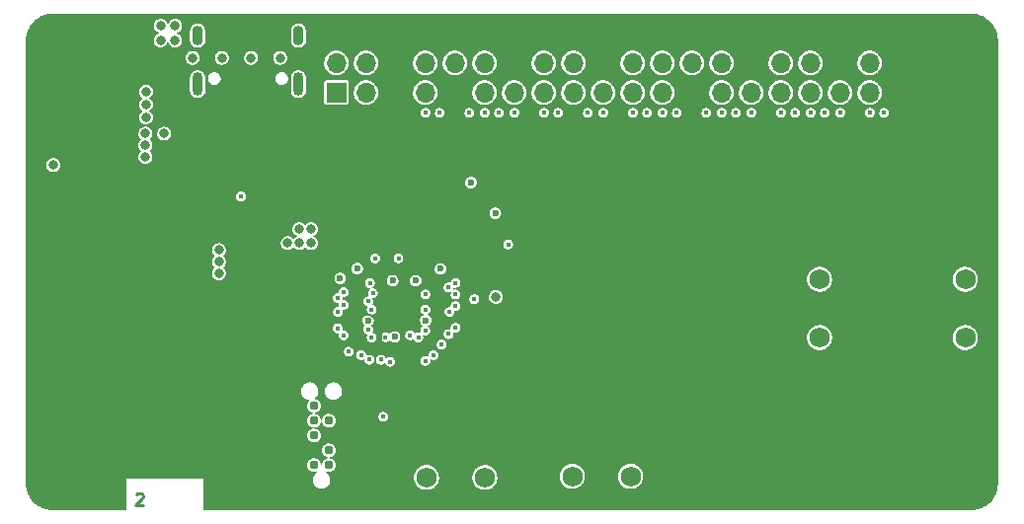
<source format=gbr>
%TF.GenerationSoftware,KiCad,Pcbnew,(6.0.6)*%
%TF.CreationDate,2022-07-15T17:58:13+10:00*%
%TF.ProjectId,SolderingInduction,536f6c64-6572-4696-9e67-496e64756374,1.0.0*%
%TF.SameCoordinates,PX8f0d180PY8f0d180*%
%TF.FileFunction,Copper,L2,Inr*%
%TF.FilePolarity,Positive*%
%FSLAX46Y46*%
G04 Gerber Fmt 4.6, Leading zero omitted, Abs format (unit mm)*
G04 Created by KiCad (PCBNEW (6.0.6)) date 2022-07-15 17:58:13*
%MOMM*%
%LPD*%
G01*
G04 APERTURE LIST*
%ADD10C,0.250000*%
%TA.AperFunction,NonConductor*%
%ADD11C,0.250000*%
%TD*%
%TA.AperFunction,ComponentPad*%
%ADD12C,4.400000*%
%TD*%
%TA.AperFunction,ComponentPad*%
%ADD13C,1.750000*%
%TD*%
%TA.AperFunction,ComponentPad*%
%ADD14C,0.787400*%
%TD*%
%TA.AperFunction,ComponentPad*%
%ADD15R,1.700000X1.700000*%
%TD*%
%TA.AperFunction,ComponentPad*%
%ADD16O,1.700000X1.700000*%
%TD*%
%TA.AperFunction,ComponentPad*%
%ADD17O,0.900000X2.000000*%
%TD*%
%TA.AperFunction,ComponentPad*%
%ADD18O,0.900000X1.700000*%
%TD*%
%TA.AperFunction,ViaPad*%
%ADD19C,0.450000*%
%TD*%
%TA.AperFunction,ViaPad*%
%ADD20C,0.800000*%
%TD*%
%TA.AperFunction,ViaPad*%
%ADD21C,0.600000*%
%TD*%
%TA.AperFunction,ViaPad*%
%ADD22C,0.508000*%
%TD*%
%TA.AperFunction,Conductor*%
%ADD23C,0.381000*%
%TD*%
%TA.AperFunction,Conductor*%
%ADD24C,0.254000*%
%TD*%
%TA.AperFunction,Conductor*%
%ADD25C,0.177800*%
%TD*%
%TA.AperFunction,Conductor*%
%ADD26C,0.127000*%
%TD*%
%TA.AperFunction,Conductor*%
%ADD27C,0.355600*%
%TD*%
%TA.AperFunction,Conductor*%
%ADD28C,0.200000*%
%TD*%
G04 APERTURE END LIST*
D10*
D11*
X-33585715Y-18947619D02*
X-33538096Y-18900000D01*
X-33442858Y-18852380D01*
X-33204762Y-18852380D01*
X-33109524Y-18900000D01*
X-33061905Y-18947619D01*
X-33014286Y-19042857D01*
X-33014286Y-19138095D01*
X-33061905Y-19280952D01*
X-33633334Y-19852380D01*
X-33014286Y-19852380D01*
D12*
%TO.N,GND*%
%TO.C,H2*%
X37750000Y19750000D03*
%TD*%
D13*
%TO.N,GND*%
%TO.C,SW8*%
X34550000Y-5500000D03*
X34500000Y-500000D03*
%TO.N,/BUTTON_B*%
X37500000Y-500000D03*
X37500000Y-5500000D03*
%TD*%
D12*
%TO.N,GND*%
%TO.C,H4*%
X-40475000Y-17750000D03*
%TD*%
%TO.N,GND*%
%TO.C,H3*%
X0Y0D03*
%TD*%
D13*
%TO.N,GND*%
%TO.C,SW7*%
X22050000Y-5500000D03*
X22000000Y-500000D03*
%TO.N,/BUTTON_A*%
X25000000Y-500000D03*
X25000000Y-5500000D03*
%TD*%
D12*
%TO.N,GND*%
%TO.C,H5*%
X37750000Y-17750000D03*
%TD*%
D13*
%TO.N,GND*%
%TO.C,SW6*%
X3800000Y-14450000D03*
X8800000Y-14400000D03*
%TO.N,/BUTTON_START*%
X8800000Y-17400000D03*
X3800000Y-17400000D03*
%TD*%
D12*
%TO.N,GND*%
%TO.C,H1*%
X-40475000Y19750000D03*
%TD*%
D14*
%TO.N,+3V3*%
%TO.C,J2*%
X-17064384Y-16439401D03*
%TO.N,/SWDIO*%
X-17065000Y-15170000D03*
%TO.N,GND*%
X-17064384Y-13899401D03*
%TO.N,/SWCLK*%
X-17064384Y-12629401D03*
%TO.N,GND*%
X-17065000Y-11360000D03*
%TO.N,unconnected-(J2-Pad6)*%
X-18335000Y-11360000D03*
%TO.N,unconnected-(J2-Pad7)*%
X-18334384Y-12629401D03*
%TO.N,unconnected-(J2-Pad8)*%
X-18334384Y-13899401D03*
%TO.N,GND*%
X-18334384Y-15169401D03*
%TO.N,/~{RESET}*%
X-18335000Y-16440000D03*
%TD*%
D15*
%TO.N,+3V3*%
%TO.C,J3*%
X-16425000Y15525000D03*
D16*
%TO.N,VBUS*%
X-16425000Y18065000D03*
%TO.N,/LED_{DI}*%
X-13885000Y15525000D03*
%TO.N,VBUS*%
X-13885000Y18065000D03*
%TO.N,GND*%
X-11345000Y15525000D03*
X-11345000Y18065000D03*
%TO.N,/ADC0*%
X-8805000Y15525000D03*
%TO.N,/ADC1*%
X-8805000Y18065000D03*
%TO.N,GND*%
X-6265000Y15525000D03*
%TO.N,/GPIO18*%
X-6265000Y18065000D03*
%TO.N,/GPIO20*%
X-3725000Y15525000D03*
%TO.N,/LED_{DI}*%
X-3725000Y18065000D03*
%TO.N,/GPIO25*%
X-1185000Y15525000D03*
%TO.N,GND*%
X-1185000Y18065000D03*
%TO.N,/ADC3*%
X1355000Y15525000D03*
%TO.N,/ADC2*%
X1355000Y18065000D03*
%TO.N,+3V3*%
X3895000Y15525000D03*
%TO.N,/GPIO4*%
X3895000Y18065000D03*
%TO.N,/GPIO7*%
X6435000Y15525000D03*
%TO.N,GND*%
X6435000Y18065000D03*
%TO.N,/GPIO1*%
X8975000Y15525000D03*
%TO.N,/GPIO2*%
X8975000Y18065000D03*
%TO.N,/GPIO3*%
X11515000Y15525000D03*
%TO.N,/GPIO5*%
X11515000Y18065000D03*
%TO.N,GND*%
X14055000Y15525000D03*
%TO.N,/GPIO6*%
X14055000Y18065000D03*
%TO.N,/GPIO9*%
X16595000Y15525000D03*
%TO.N,/GPIO10*%
X16595000Y18065000D03*
%TO.N,/GPIO11*%
X19135000Y15525000D03*
%TO.N,GND*%
X19135000Y18065000D03*
%TO.N,/GPIO8*%
X21675000Y15525000D03*
%TO.N,/GPIO12*%
X21675000Y18065000D03*
%TO.N,/GPIO13*%
X24215000Y15525000D03*
%TO.N,/BUTTON_START*%
X24215000Y18065000D03*
%TO.N,/BUTTON_SELECT*%
X26755000Y15525000D03*
%TO.N,GND*%
X26755000Y18065000D03*
%TO.N,/BUTTON_A*%
X29295000Y15525000D03*
%TO.N,/BUTTON_B*%
X29295000Y18065000D03*
%TO.N,GND*%
X31835000Y15525000D03*
X31835000Y18065000D03*
%TD*%
D13*
%TO.N,GND*%
%TO.C,SW5*%
X-8700000Y-14550000D03*
X-3700000Y-14500000D03*
%TO.N,/BUTTON_SELECT*%
X-3700000Y-17500000D03*
X-8700000Y-17500000D03*
%TD*%
D17*
%TO.N,unconnected-(J1-PadS1)*%
%TO.C,J1*%
X-28320000Y16245000D03*
D18*
X-28320000Y20415000D03*
D17*
X-19680000Y16245000D03*
D18*
X-19680000Y20415000D03*
%TD*%
D19*
%TO.N,GND*%
X-16200000Y-7300000D03*
X-14100000Y-8850000D03*
X-14700000Y-8850000D03*
D20*
%TO.N,*%
X-2750000Y-2000000D03*
%TO.N,GND*%
X-27250000Y10000000D03*
X-28750000Y10000000D03*
X-20250000Y11500000D03*
%TO.N,+3V3*%
X-18600000Y3800000D03*
D21*
X-11420000Y-5440000D03*
D20*
X-18600000Y2600000D03*
D21*
X-7500000Y390000D03*
X-14640000Y420000D03*
X-11600000Y-620000D03*
X-16100000Y-420000D03*
X-9625000Y-625000D03*
D20*
X-40700000Y9300000D03*
D21*
X-4900000Y7800000D03*
D20*
X-19600000Y3800000D03*
D21*
X-2800000Y5170000D03*
D20*
X-19600000Y2600000D03*
X-20600000Y2600000D03*
D21*
X-13710000Y-4020000D03*
X-8760000Y-4020000D03*
D20*
%TO.N,VBUS*%
X-32750000Y15600000D03*
X-32750000Y14500000D03*
X-32750000Y13400000D03*
D19*
%TO.N,/SWDIO*%
X-15362500Y-6712500D03*
X-12600000Y-7400000D03*
%TO.N,/SWCLK*%
X-12225000Y-5475000D03*
X-12400000Y-12300000D03*
%TO.N,/LED_{DI}*%
X-2480000Y13775000D03*
X-13400000Y-3100000D03*
D20*
%TO.N,Net-(F1-Pad1)*%
X-21250000Y18500000D03*
X-31500000Y20000000D03*
X-23750000Y18500000D03*
X-30250000Y20000000D03*
X-26250000Y18500000D03*
X-30250000Y21250000D03*
X-31500000Y21250000D03*
X-28750000Y18500000D03*
D19*
%TO.N,+1V2*%
X-11825000Y-7575000D03*
X-11100000Y1300000D03*
X-13100000Y1300000D03*
%TO.N,/Flash Memory (Over QSPI)/$.~{CS}*%
X-1700000Y2500000D03*
%TO.N,GND*%
X2420000Y-10480000D03*
X-114600Y20002800D03*
X12580000Y-10480000D03*
X-36950000Y12380000D03*
X18930000Y-2860000D03*
X3690000Y-13020000D03*
X3690000Y12380000D03*
X-22980000Y-5400000D03*
X6230000Y-2860000D03*
X-33140000Y20000000D03*
X29090000Y2220000D03*
X-36950000Y-13020000D03*
X-9952183Y-1752183D03*
X30360000Y9840000D03*
X39250000Y-7940000D03*
X10045400Y20002800D03*
X20200000Y-10480000D03*
X39250000Y2220000D03*
X-1390000Y-13020000D03*
X-24250000Y-7940000D03*
X27820000Y-5400000D03*
X4965400Y20002800D03*
X20200000Y-320000D03*
X-36950000Y-18100000D03*
X-17900000Y9840000D03*
X30360000Y20000000D03*
X-2700000Y-5750000D03*
X15120000Y4760000D03*
X7505400Y20002800D03*
X31630000Y7300000D03*
X-40760000Y-10480000D03*
X31630000Y-18100000D03*
X18930000Y2220000D03*
X-11222183Y-1752183D03*
D20*
X-6280000Y-11630000D03*
D19*
X16390000Y-2860000D03*
D20*
X-22000000Y-1400000D03*
D19*
X13850000Y-13020000D03*
D20*
X-24400000Y-1400000D03*
D19*
X36710000Y-13020000D03*
X-14950000Y5100000D03*
X34170000Y7300000D03*
X29090000Y-13020000D03*
X-33140000Y-15560000D03*
X11310000Y-18100000D03*
X39250000Y-13020000D03*
X11310000Y2220000D03*
X1150000Y7300000D03*
X24010000Y-13020000D03*
X-12492183Y-4292183D03*
X8770000Y-13020000D03*
X21470000Y2220000D03*
X36710000Y7300000D03*
X-3930000Y7300000D03*
X35440000Y4760000D03*
X4960000Y-15560000D03*
X17660000Y-10480000D03*
X-9010000Y-13020000D03*
X-30600000Y-10480000D03*
X16390000Y2220000D03*
X-31870000Y-2860000D03*
X-6470000Y-13020000D03*
X6230000Y-13020000D03*
X-26790000Y7300000D03*
X-21710000Y-7940000D03*
X2425400Y20002800D03*
X15120000Y-10480000D03*
X-26790000Y-18100000D03*
X34170000Y2220000D03*
X10040000Y4760000D03*
X26550000Y-13020000D03*
X25290000Y-10480000D03*
X22740000Y20000000D03*
D20*
X-34000000Y2100000D03*
D19*
X-34410000Y-7940000D03*
X27820000Y4760000D03*
X18930000Y-18100000D03*
X34170000Y-2860000D03*
D20*
X-20700000Y700000D03*
D19*
X17660000Y4760000D03*
X-15360000Y9840000D03*
D20*
X-20400000Y-1200000D03*
D19*
X-30600000Y-5400000D03*
X-22300000Y4450000D03*
X20200000Y-15560000D03*
X11310000Y-7940000D03*
X8770000Y2220000D03*
X2420000Y4760000D03*
X-36950000Y2220000D03*
X-16630000Y12380000D03*
X6230000Y2220000D03*
X31630000Y-13020000D03*
X13850000Y12380000D03*
X-26790000Y-7940000D03*
X-1390000Y7300000D03*
X-40760000Y-320000D03*
X17660000Y20000000D03*
X-38220000Y14920000D03*
X39250000Y7300000D03*
X32900000Y4760000D03*
X-14090000Y-18100000D03*
X-26790000Y-13020000D03*
X-11325000Y13775000D03*
X15125000Y20000000D03*
X11310000Y-13020000D03*
X24010000Y-18100000D03*
X-25520000Y-10480000D03*
X-39490000Y-13020000D03*
X-38220000Y-15560000D03*
X-25520000Y-15560000D03*
X20200000Y-5400000D03*
X31630000Y2220000D03*
X-9952183Y-3022183D03*
X-35670000Y14920000D03*
X-120000Y-10480000D03*
X12580000Y4760000D03*
X25280000Y-15560000D03*
X35440000Y9840000D03*
X-9010000Y7300000D03*
X13850000Y2220000D03*
X32900000Y-5400000D03*
X-10100000Y-7400000D03*
X29090000Y7300000D03*
X30360000Y4760000D03*
D20*
X-20400000Y-4800000D03*
D19*
X-36950000Y-7940000D03*
X-38220000Y-5400000D03*
X-22980000Y-15560000D03*
X30360000Y-5400000D03*
X21470000Y-18100000D03*
X-38220000Y9840000D03*
D20*
X-20400000Y-2800000D03*
D19*
X18930000Y-7940000D03*
X8770000Y-7940000D03*
X6230000Y-7940000D03*
X-12492183Y-1752183D03*
X27820000Y-320000D03*
X27830000Y-10480000D03*
X7500000Y-15560000D03*
X-6470000Y12380000D03*
X13850000Y-7940000D03*
X-38220000Y-320000D03*
X-2800000Y7950000D03*
X27820000Y20000000D03*
D20*
X-11110000Y-14530000D03*
D19*
X-38220000Y-10480000D03*
X-24250000Y-18100000D03*
X-34410000Y12380000D03*
X-120000Y4760000D03*
X27820000Y-15560000D03*
X36710000Y12380000D03*
X39250000Y-2860000D03*
X-35680000Y-5400000D03*
X-6470000Y-18100000D03*
X20200000Y20000000D03*
X37980000Y9840000D03*
X12585400Y20002800D03*
X-28060000Y-10480000D03*
X-120000Y-5400000D03*
X-29330000Y-2860000D03*
X7500000Y-10480000D03*
X-34410000Y-13020000D03*
X29090000Y-2860000D03*
X34170000Y17460000D03*
X-9952183Y-4292183D03*
X35450000Y-10480000D03*
X-24250000Y7300000D03*
X34170000Y-13020000D03*
X-3930000Y-13020000D03*
X29090000Y-18100000D03*
X32900000Y-15560000D03*
X-36950000Y7300000D03*
X10040000Y-15560000D03*
X-2660000Y-10480000D03*
X-38220000Y4760000D03*
X6230000Y-18100000D03*
X-36950000Y-2860000D03*
D20*
X-20400000Y-7300000D03*
D19*
X-33140000Y-320000D03*
X32910000Y-10480000D03*
X37990000Y-10480000D03*
X1150000Y-13020000D03*
X1150000Y-18100000D03*
X21470000Y-13020000D03*
X-12492183Y-3022183D03*
X-11222183Y-3022183D03*
X-1390000Y-18100000D03*
X-39490000Y-7940000D03*
X17660000Y-5400000D03*
X26550000Y2220000D03*
X-23100000Y4450000D03*
X24010000Y-2860000D03*
X36710000Y-2860000D03*
X20200000Y9840000D03*
D20*
X-5100000Y-11630000D03*
D19*
X-35680000Y20000000D03*
X-11222183Y-4292183D03*
X32900000Y9840000D03*
X-24250000Y-13020000D03*
X26550000Y-18100000D03*
X16390000Y-18100000D03*
X-29330000Y-13020000D03*
X21470000Y-7940000D03*
D22*
X-12400000Y-11300000D03*
D19*
X-35680000Y-320000D03*
X16390000Y-7940000D03*
X3690000Y-7940000D03*
X22740000Y-15560000D03*
X36710000Y-7940000D03*
X4960000Y-10480000D03*
X7500000Y4760000D03*
X-35680000Y-10480000D03*
X39250000Y12380000D03*
X-35680000Y9840000D03*
X30370000Y-10480000D03*
X-28060000Y-5400000D03*
X30360000Y-320000D03*
X31630000Y-2860000D03*
X16390000Y-13020000D03*
X25280000Y20000000D03*
X20200000Y4760000D03*
X-21500000Y4450000D03*
X32900000Y20000000D03*
X-35680000Y-15560000D03*
X-16500000Y5100000D03*
X21470000Y-2860000D03*
X32900000Y-320000D03*
X-33140000Y-10480000D03*
X26550000Y-2860000D03*
X25280000Y4760000D03*
D20*
X-35600000Y800000D03*
D19*
X34170000Y-18100000D03*
X30360000Y-15560000D03*
X-31870000Y-13020000D03*
X-40760000Y14920000D03*
X-39490000Y12380000D03*
X-2700000Y-3660000D03*
X33080000Y13775000D03*
X17660000Y-320000D03*
X6190000Y-410000D03*
X36710000Y2220000D03*
X-34410000Y17460000D03*
X37980000Y4760000D03*
X10040000Y-10480000D03*
X-21710000Y-18100000D03*
X34170000Y12380000D03*
D20*
%TO.N,/Power Regulation & Switching/LDO_{VIN}*%
X-26500000Y2000000D03*
X-26500000Y0D03*
X-32800000Y12000000D03*
X-32800000Y10000000D03*
X-31200000Y12000000D03*
X-32800000Y11000000D03*
X-26500000Y1000000D03*
D19*
%TO.N,/Power Regulation & Switching/LDO_{EN}*%
X-24600000Y6600000D03*
%TO.N,/ADC0*%
X-8785000Y13775000D03*
X-16300000Y-2100000D03*
%TO.N,/ADC1*%
X-15800000Y-1600000D03*
X-7560000Y13775000D03*
%TO.N,/ADC2*%
X-13300000Y-1700000D03*
X2600000Y13775000D03*
%TO.N,/ADC3*%
X-13550000Y-825000D03*
X1375000Y13775000D03*
%TO.N,/BUTTON_LEFT*%
X-16300000Y-4700000D03*
%TO.N,/BUTTON_UP*%
X-16300000Y-3300000D03*
%TO.N,/BUTTON_DOWN*%
X-15800000Y-2700000D03*
%TO.N,/BUTTON_RIGHT*%
X-15800000Y-5300000D03*
%TO.N,/BUTTON_SELECT*%
X-10100000Y-5300000D03*
X26775000Y13775000D03*
%TO.N,/BUTTON_START*%
X25460000Y13775000D03*
X-9400000Y-5500000D03*
%TO.N,/GPIO20*%
X-13700000Y-4800000D03*
X-3705000Y13775000D03*
%TO.N,/GPIO18*%
X-5020000Y13775000D03*
X-13400000Y-5500000D03*
%TO.N,/GPIO25*%
X-13700000Y-2400000D03*
X-1165000Y13775000D03*
%TO.N,/GPIO0*%
X-6200000Y-800000D03*
%TO.N,/GPIO1*%
X8995000Y13775000D03*
X-6800000Y-1200000D03*
%TO.N,/GPIO2*%
X10220000Y13775000D03*
X-6200000Y-1800000D03*
%TO.N,/GPIO3*%
X-4600000Y-2200000D03*
X11535000Y13775000D03*
%TO.N,/GPIO4*%
X5140000Y13775000D03*
X-8800000Y-1800000D03*
%TO.N,/GPIO5*%
X-6200000Y-2800000D03*
X12760000Y13775000D03*
%TO.N,/GPIO6*%
X-6775000Y-3325000D03*
X15300000Y13775000D03*
%TO.N,/GPIO7*%
X6455000Y13775000D03*
X-8800000Y-3100000D03*
%TO.N,/GPIO8*%
X21695000Y13775000D03*
X-8800000Y-4900000D03*
%TO.N,/GPIO9*%
X-6200000Y-4650000D03*
X16615000Y13775000D03*
%TO.N,/GPIO10*%
X17840000Y13775000D03*
X-6800000Y-5200000D03*
%TO.N,/GPIO11*%
X19155000Y13775000D03*
X-7400000Y-6100000D03*
%TO.N,/GPIO12*%
X22920000Y13775000D03*
X-8100000Y-7000000D03*
%TO.N,/GPIO13*%
X24235000Y13775000D03*
X-8800000Y-7500000D03*
%TO.N,/BUTTON_A*%
X-13600000Y-7400000D03*
X29315000Y13775000D03*
%TO.N,/BUTTON_B*%
X30540000Y13775000D03*
X-14300000Y-7000000D03*
%TD*%
D23*
%TO.N,GND*%
X-7445740Y-2445740D02*
X-7445740Y-3452584D01*
X-12789500Y-6540338D02*
X-13099162Y-6850000D01*
X-12789500Y-4589500D02*
X-12789500Y-6210500D01*
D24*
X-11222183Y-1752183D02*
X-10599000Y-1129000D01*
X-10599000Y-1129000D02*
X-10599000Y2599000D01*
D23*
X-15084136Y-6210500D02*
X-15294636Y-6000000D01*
D25*
X-6662900Y-2262900D02*
X-5662900Y-2262900D01*
D23*
X-11222183Y-4292183D02*
X-10802500Y-4711866D01*
D26*
X-13000000Y-3700000D02*
X-13336328Y-3700000D01*
D24*
X-10599000Y2599000D02*
X-10600000Y2600000D01*
X-8200000Y0D02*
X-8200000Y1800000D01*
X-9375740Y-2445740D02*
X-7445740Y-2445740D01*
D23*
X-15100000Y-3900000D02*
X-17800000Y-3900000D01*
X-12492183Y-4292183D02*
X-12789500Y-4589500D01*
X-7445740Y-3452584D02*
X-6898324Y-4000000D01*
D27*
X-10802500Y-4711866D02*
X-10802500Y-8897500D01*
D24*
X-6845740Y-2445740D02*
X-6800000Y-2400000D01*
X-9952183Y-3022183D02*
X-9375740Y-2445740D01*
D23*
X-12789500Y-6210500D02*
X-15084136Y-6210500D01*
D27*
X-12492183Y-4207817D02*
X-12492183Y-4292183D01*
D24*
X-7445740Y-2445740D02*
X-6845740Y-2445740D01*
D28*
X-13099162Y-7999162D02*
X-13100000Y-8000000D01*
D23*
X-12789500Y-6210500D02*
X-12789500Y-6540338D01*
D26*
X-13336328Y-3700000D02*
X-13506828Y-3529500D01*
D25*
X-6800000Y-2400000D02*
X-6662900Y-2262900D01*
D27*
X-14800000Y-3600000D02*
X-14729500Y-3529500D01*
D24*
X-12492183Y-1752183D02*
X-12492183Y2492183D01*
D26*
X-13506828Y-3529500D02*
X-14129500Y-3529500D01*
D23*
X-14800000Y-3600000D02*
X-15100000Y-3900000D01*
D24*
X-9952183Y-1752183D02*
X-8200000Y0D01*
D27*
X-14729500Y-3529500D02*
X-14129500Y-3529500D01*
D23*
X-6898324Y-4000000D02*
X-5400000Y-4000000D01*
D28*
X-13099162Y-6850000D02*
X-13099162Y-7999162D01*
D23*
X-15294636Y-6000000D02*
X-16800000Y-6000000D01*
D27*
X-13000000Y-3700000D02*
X-12492183Y-4207817D01*
D24*
X-8200000Y1800000D02*
X-7800000Y2200000D01*
%TD*%
%TA.AperFunction,Conductor*%
%TO.N,GND*%
G36*
X-9625000Y-4600000D02*
G01*
X-12825000Y-4600000D01*
X-12825000Y-1768919D01*
X-12823707Y-1762141D01*
X-12823707Y-1762138D01*
X-12823340Y-1760216D01*
X-12819552Y-1700000D01*
X-12823340Y-1639784D01*
X-12825000Y-1631081D01*
X-12825000Y-1425000D01*
X-9625000Y-1425000D01*
X-9625000Y-4600000D01*
G37*
%TD.AperFunction*%
%TD*%
%TA.AperFunction,Conductor*%
%TO.N,GND*%
G36*
X37991302Y22299210D02*
G01*
X37994929Y22298803D01*
X37994932Y22298803D01*
X37997187Y22298550D01*
X37999450Y22298740D01*
X38003777Y22299103D01*
X38008970Y22299248D01*
X38127643Y22295918D01*
X38130247Y22295771D01*
X38191719Y22290586D01*
X38256170Y22285150D01*
X38258740Y22284861D01*
X38337491Y22273743D01*
X38383876Y22267194D01*
X38386446Y22266758D01*
X38510413Y22242100D01*
X38512957Y22241519D01*
X38594258Y22220547D01*
X38635327Y22209953D01*
X38637820Y22209235D01*
X38758235Y22170856D01*
X38760680Y22170001D01*
X38841995Y22138961D01*
X38878773Y22124922D01*
X38881183Y22123923D01*
X38996515Y22072315D01*
X38998865Y22071184D01*
X39111156Y22013173D01*
X39113439Y22011911D01*
X39222292Y21947700D01*
X39224500Y21946312D01*
X39329568Y21876108D01*
X39331695Y21874599D01*
X39432672Y21798606D01*
X39434710Y21796981D01*
X39516101Y21728253D01*
X39531266Y21715447D01*
X39533205Y21713714D01*
X39625058Y21626875D01*
X39626875Y21625058D01*
X39713709Y21533211D01*
X39715442Y21531271D01*
X39787430Y21446021D01*
X39796980Y21434711D01*
X39798606Y21432672D01*
X39874599Y21331695D01*
X39876108Y21329568D01*
X39946312Y21224500D01*
X39947700Y21222292D01*
X40011911Y21113439D01*
X40013173Y21111156D01*
X40071184Y20998865D01*
X40072315Y20996515D01*
X40123923Y20881183D01*
X40124922Y20878773D01*
X40161316Y20783433D01*
X40169998Y20760688D01*
X40170856Y20758235D01*
X40205826Y20648515D01*
X40209233Y20637826D01*
X40209955Y20635320D01*
X40241519Y20512957D01*
X40242100Y20510413D01*
X40266758Y20386446D01*
X40267194Y20383876D01*
X40283466Y20268622D01*
X40284859Y20258754D01*
X40285151Y20256161D01*
X40295771Y20130247D01*
X40295918Y20127644D01*
X40299156Y20012278D01*
X40298884Y20005793D01*
X40298550Y20002813D01*
X40298740Y20000551D01*
X40299337Y19993440D01*
X40299500Y19989549D01*
X40299500Y-17986119D01*
X40299210Y-17991302D01*
X40298550Y-17997187D01*
X40298740Y-17999450D01*
X40299103Y-18003777D01*
X40299248Y-18008970D01*
X40295918Y-18127643D01*
X40295771Y-18130247D01*
X40295153Y-18137574D01*
X40287356Y-18230023D01*
X40285151Y-18256161D01*
X40284861Y-18258740D01*
X40274973Y-18328779D01*
X40267194Y-18383876D01*
X40266758Y-18386446D01*
X40242100Y-18510413D01*
X40241519Y-18512957D01*
X40209955Y-18635320D01*
X40209233Y-18637826D01*
X40170859Y-18758226D01*
X40169998Y-18760688D01*
X40124922Y-18878773D01*
X40123923Y-18881183D01*
X40072315Y-18996515D01*
X40071184Y-18998865D01*
X40013173Y-19111156D01*
X40011911Y-19113439D01*
X39947700Y-19222292D01*
X39946312Y-19224500D01*
X39876108Y-19329568D01*
X39874599Y-19331695D01*
X39798606Y-19432672D01*
X39796980Y-19434711D01*
X39715447Y-19531266D01*
X39713714Y-19533205D01*
X39626875Y-19625058D01*
X39625058Y-19626875D01*
X39547646Y-19700062D01*
X39533211Y-19713709D01*
X39531266Y-19715447D01*
X39434711Y-19796980D01*
X39432672Y-19798606D01*
X39331695Y-19874599D01*
X39329568Y-19876108D01*
X39224500Y-19946312D01*
X39222292Y-19947700D01*
X39113439Y-20011911D01*
X39111156Y-20013173D01*
X38998865Y-20071184D01*
X38996515Y-20072315D01*
X38881183Y-20123923D01*
X38878773Y-20124922D01*
X38760680Y-20170001D01*
X38758235Y-20170856D01*
X38637820Y-20209235D01*
X38635327Y-20209953D01*
X38594258Y-20220547D01*
X38512957Y-20241519D01*
X38510413Y-20242100D01*
X38386446Y-20266758D01*
X38383876Y-20267194D01*
X38337491Y-20273743D01*
X38258740Y-20284861D01*
X38256170Y-20285150D01*
X38191719Y-20290586D01*
X38130247Y-20295771D01*
X38127644Y-20295918D01*
X38081113Y-20297224D01*
X38012274Y-20299156D01*
X38005793Y-20298884D01*
X38002813Y-20298550D01*
X37996227Y-20299103D01*
X37993440Y-20299337D01*
X37989549Y-20299500D01*
X-27753500Y-20299500D01*
X-27772413Y-20295480D01*
X-27788056Y-20284115D01*
X-27797724Y-20267369D01*
X-27800000Y-20253000D01*
X-27800000Y-17600000D01*
X-34400000Y-17600000D01*
X-34400000Y-20253000D01*
X-34404020Y-20271913D01*
X-34415385Y-20287556D01*
X-34432131Y-20297224D01*
X-34446500Y-20299500D01*
X-40736119Y-20299500D01*
X-40741302Y-20299210D01*
X-40744929Y-20298803D01*
X-40744932Y-20298803D01*
X-40747187Y-20298550D01*
X-40749450Y-20298740D01*
X-40753777Y-20299103D01*
X-40758970Y-20299248D01*
X-40877643Y-20295918D01*
X-40880247Y-20295771D01*
X-40941719Y-20290586D01*
X-41006170Y-20285150D01*
X-41008740Y-20284861D01*
X-41087491Y-20273743D01*
X-41133876Y-20267194D01*
X-41136446Y-20266758D01*
X-41260413Y-20242100D01*
X-41262957Y-20241519D01*
X-41344258Y-20220547D01*
X-41385327Y-20209953D01*
X-41387820Y-20209235D01*
X-41508235Y-20170856D01*
X-41510680Y-20170001D01*
X-41628773Y-20124922D01*
X-41631183Y-20123923D01*
X-41746515Y-20072315D01*
X-41748865Y-20071184D01*
X-41861156Y-20013173D01*
X-41863439Y-20011911D01*
X-41972292Y-19947700D01*
X-41974500Y-19946312D01*
X-42079568Y-19876108D01*
X-42081695Y-19874599D01*
X-42182672Y-19798606D01*
X-42184711Y-19796980D01*
X-42281266Y-19715447D01*
X-42283211Y-19713709D01*
X-42297646Y-19700062D01*
X-42375058Y-19626875D01*
X-42376875Y-19625058D01*
X-42463714Y-19533205D01*
X-42465447Y-19531266D01*
X-42546980Y-19434711D01*
X-42548606Y-19432672D01*
X-42624599Y-19331695D01*
X-42626108Y-19329568D01*
X-42696312Y-19224500D01*
X-42697700Y-19222292D01*
X-42761911Y-19113439D01*
X-42763173Y-19111156D01*
X-42821184Y-18998865D01*
X-42822315Y-18996515D01*
X-42873923Y-18881183D01*
X-42874922Y-18878773D01*
X-42919998Y-18760688D01*
X-42920859Y-18758226D01*
X-42959233Y-18637826D01*
X-42959955Y-18635320D01*
X-42991519Y-18512957D01*
X-42992100Y-18510413D01*
X-43016758Y-18386446D01*
X-43017194Y-18383876D01*
X-43024973Y-18328779D01*
X-43034861Y-18258740D01*
X-43035151Y-18256161D01*
X-43037355Y-18230023D01*
X-43045153Y-18137574D01*
X-43045771Y-18130247D01*
X-43045918Y-18127644D01*
X-43048955Y-18019439D01*
X-43049109Y-18013946D01*
X-43048827Y-18008212D01*
X-43048863Y-18008210D01*
X-43048773Y-18006925D01*
X-43048609Y-18005625D01*
X-43048530Y-18000000D01*
X-43048805Y-17997187D01*
X-43049278Y-17992370D01*
X-43049500Y-17987833D01*
X-43049500Y-16421304D01*
X-18929913Y-16421304D01*
X-18928120Y-16489806D01*
X-18927931Y-16491132D01*
X-18927931Y-16491135D01*
X-18926608Y-16500432D01*
X-18918464Y-16557647D01*
X-18918126Y-16558936D01*
X-18918124Y-16558945D01*
X-18909686Y-16591106D01*
X-18901075Y-16623929D01*
X-18898360Y-16630892D01*
X-18876905Y-16685923D01*
X-18876184Y-16687773D01*
X-18875555Y-16688961D01*
X-18849211Y-16738715D01*
X-18844119Y-16748333D01*
X-18843363Y-16749433D01*
X-18806068Y-16803699D01*
X-18806064Y-16803705D01*
X-18805306Y-16804807D01*
X-18804422Y-16805820D01*
X-18761665Y-16854833D01*
X-18760259Y-16856445D01*
X-18759270Y-16857345D01*
X-18759264Y-16857351D01*
X-18749187Y-16866520D01*
X-18709576Y-16902563D01*
X-18653928Y-16942550D01*
X-18652763Y-16943198D01*
X-18652759Y-16943201D01*
X-18638863Y-16950935D01*
X-18594053Y-16975876D01*
X-18567269Y-16986970D01*
X-18531969Y-17001592D01*
X-18531963Y-17001594D01*
X-18530744Y-17002099D01*
X-18529470Y-17002462D01*
X-18529464Y-17002464D01*
X-18466133Y-17020504D01*
X-18466128Y-17020505D01*
X-18464840Y-17020872D01*
X-18397216Y-17031946D01*
X-18328767Y-17035174D01*
X-18260401Y-17030514D01*
X-18193023Y-17018026D01*
X-18166566Y-17009887D01*
X-18147308Y-17008169D01*
X-18129014Y-17014432D01*
X-18114850Y-17027595D01*
X-18107265Y-17045381D01*
X-18107569Y-17064714D01*
X-18115710Y-17082252D01*
X-18127942Y-17093568D01*
X-18134921Y-17098006D01*
X-18195526Y-17145955D01*
X-18250881Y-17199879D01*
X-18300399Y-17259207D01*
X-18343557Y-17323312D01*
X-18379897Y-17391513D01*
X-18380352Y-17392632D01*
X-18380353Y-17392633D01*
X-18402093Y-17446041D01*
X-18409033Y-17463089D01*
X-18409370Y-17464246D01*
X-18409372Y-17464251D01*
X-18429969Y-17534917D01*
X-18430658Y-17537280D01*
X-18444542Y-17613301D01*
X-18450538Y-17690346D01*
X-18448582Y-17767600D01*
X-18438696Y-17844244D01*
X-18420984Y-17919465D01*
X-18420596Y-17920583D01*
X-18420594Y-17920589D01*
X-18414603Y-17937840D01*
X-18395633Y-17992467D01*
X-18362913Y-18062477D01*
X-18323169Y-18128752D01*
X-18276823Y-18190591D01*
X-18276009Y-18191472D01*
X-18276007Y-18191474D01*
X-18225183Y-18246457D01*
X-18225176Y-18246464D01*
X-18224367Y-18247339D01*
X-18166355Y-18298393D01*
X-18103402Y-18343214D01*
X-18102360Y-18343805D01*
X-18102358Y-18343806D01*
X-18037221Y-18380734D01*
X-18036175Y-18381327D01*
X-18035080Y-18381807D01*
X-18035079Y-18381807D01*
X-17966475Y-18411851D01*
X-17966467Y-18411854D01*
X-17965387Y-18412327D01*
X-17964258Y-18412688D01*
X-17964259Y-18412688D01*
X-17892931Y-18435520D01*
X-17892928Y-18435521D01*
X-17891787Y-18435886D01*
X-17890615Y-18436132D01*
X-17890607Y-18436134D01*
X-17847807Y-18445114D01*
X-17816156Y-18451755D01*
X-17739294Y-18459766D01*
X-17738315Y-18459792D01*
X-17738299Y-18459792D01*
X-17737996Y-18459800D01*
X-17680691Y-18459800D01*
X-17622824Y-18456818D01*
X-17621634Y-18456633D01*
X-17621627Y-18456632D01*
X-17567551Y-18448212D01*
X-17546465Y-18444929D01*
X-17471733Y-18425253D01*
X-17399420Y-18398001D01*
X-17388793Y-18392691D01*
X-17331363Y-18363995D01*
X-17331358Y-18363992D01*
X-17330291Y-18363459D01*
X-17265079Y-18321994D01*
X-17204474Y-18274045D01*
X-17166337Y-18236894D01*
X-17149976Y-18220956D01*
X-17149975Y-18220954D01*
X-17149119Y-18220121D01*
X-17099601Y-18160793D01*
X-17056443Y-18096688D01*
X-17020103Y-18028487D01*
X-17016420Y-18019439D01*
X-16991423Y-17958032D01*
X-16991421Y-17958027D01*
X-16990967Y-17956911D01*
X-16980052Y-17919465D01*
X-16969678Y-17883874D01*
X-16969676Y-17883867D01*
X-16969342Y-17882720D01*
X-16962099Y-17843064D01*
X-16955674Y-17807883D01*
X-16955673Y-17807878D01*
X-16955458Y-17806699D01*
X-16949462Y-17729654D01*
X-16951418Y-17652400D01*
X-16961304Y-17575756D01*
X-16968528Y-17545078D01*
X-9775526Y-17545078D01*
X-9767982Y-17634917D01*
X-9767820Y-17635874D01*
X-9767819Y-17635883D01*
X-9765025Y-17652400D01*
X-9752947Y-17723811D01*
X-9745192Y-17754015D01*
X-9731971Y-17805505D01*
X-9730526Y-17811134D01*
X-9730203Y-17812060D01*
X-9730202Y-17812065D01*
X-9705596Y-17882720D01*
X-9700876Y-17896275D01*
X-9664207Y-17978636D01*
X-9620774Y-18057641D01*
X-9570883Y-18132733D01*
X-9514882Y-18203388D01*
X-9514219Y-18204094D01*
X-9464702Y-18256824D01*
X-9453167Y-18269108D01*
X-9386168Y-18329434D01*
X-9341341Y-18363459D01*
X-9318582Y-18380734D01*
X-9314356Y-18383942D01*
X-9238235Y-18432250D01*
X-9237377Y-18432699D01*
X-9237371Y-18432702D01*
X-9190122Y-18457403D01*
X-9158339Y-18474019D01*
X-9075227Y-18508956D01*
X-9074314Y-18509253D01*
X-9074305Y-18509256D01*
X-8990414Y-18536514D01*
X-8990410Y-18536515D01*
X-8989484Y-18536816D01*
X-8988529Y-18537040D01*
X-8902676Y-18557177D01*
X-8902663Y-18557179D01*
X-8901710Y-18557403D01*
X-8812522Y-18570573D01*
X-8811554Y-18570634D01*
X-8811553Y-18570634D01*
X-8795269Y-18571659D01*
X-8722544Y-18576234D01*
X-8632408Y-18574346D01*
X-8631443Y-18574245D01*
X-8631434Y-18574244D01*
X-8543724Y-18565025D01*
X-8543719Y-18565024D01*
X-8542746Y-18564922D01*
X-8454187Y-18548028D01*
X-8453241Y-18547764D01*
X-8368289Y-18524046D01*
X-8368280Y-18524043D01*
X-8367352Y-18523784D01*
X-8282851Y-18492358D01*
X-8281998Y-18491957D01*
X-8281987Y-18491952D01*
X-8202140Y-18454379D01*
X-8202132Y-18454375D01*
X-8201276Y-18453972D01*
X-8197652Y-18451880D01*
X-8170380Y-18436134D01*
X-8123199Y-18408894D01*
X-8049167Y-18357441D01*
X-7979701Y-18299973D01*
X-7915287Y-18236894D01*
X-7856378Y-18168647D01*
X-7808964Y-18103388D01*
X-7803966Y-18096509D01*
X-7803963Y-18096505D01*
X-7803385Y-18095709D01*
X-7786995Y-18068647D01*
X-7757194Y-18019439D01*
X-7757191Y-18019433D01*
X-7756682Y-18018593D01*
X-7716596Y-17937840D01*
X-7683407Y-17854015D01*
X-7657349Y-17767707D01*
X-7645324Y-17711134D01*
X-7638808Y-17680479D01*
X-7638806Y-17680470D01*
X-7638605Y-17679522D01*
X-7629176Y-17604888D01*
X-7627428Y-17591054D01*
X-7627427Y-17591044D01*
X-7627305Y-17590077D01*
X-7625419Y-17545078D01*
X-4775526Y-17545078D01*
X-4767982Y-17634917D01*
X-4767820Y-17635874D01*
X-4767819Y-17635883D01*
X-4765025Y-17652400D01*
X-4752947Y-17723811D01*
X-4745192Y-17754015D01*
X-4731971Y-17805505D01*
X-4730526Y-17811134D01*
X-4730203Y-17812060D01*
X-4730202Y-17812065D01*
X-4705596Y-17882720D01*
X-4700876Y-17896275D01*
X-4664207Y-17978636D01*
X-4620774Y-18057641D01*
X-4570883Y-18132733D01*
X-4514882Y-18203388D01*
X-4514219Y-18204094D01*
X-4464702Y-18256824D01*
X-4453167Y-18269108D01*
X-4386168Y-18329434D01*
X-4341341Y-18363459D01*
X-4318582Y-18380734D01*
X-4314356Y-18383942D01*
X-4238235Y-18432250D01*
X-4237377Y-18432699D01*
X-4237371Y-18432702D01*
X-4190122Y-18457403D01*
X-4158339Y-18474019D01*
X-4075227Y-18508956D01*
X-4074314Y-18509253D01*
X-4074305Y-18509256D01*
X-3990414Y-18536514D01*
X-3990410Y-18536515D01*
X-3989484Y-18536816D01*
X-3988529Y-18537040D01*
X-3902676Y-18557177D01*
X-3902663Y-18557179D01*
X-3901710Y-18557403D01*
X-3812522Y-18570573D01*
X-3811554Y-18570634D01*
X-3811553Y-18570634D01*
X-3795269Y-18571659D01*
X-3722544Y-18576234D01*
X-3632408Y-18574346D01*
X-3631443Y-18574245D01*
X-3631434Y-18574244D01*
X-3543724Y-18565025D01*
X-3543719Y-18565024D01*
X-3542746Y-18564922D01*
X-3454187Y-18548028D01*
X-3453241Y-18547764D01*
X-3368289Y-18524046D01*
X-3368280Y-18524043D01*
X-3367352Y-18523784D01*
X-3282851Y-18492358D01*
X-3281998Y-18491957D01*
X-3281987Y-18491952D01*
X-3202140Y-18454379D01*
X-3202132Y-18454375D01*
X-3201276Y-18453972D01*
X-3197652Y-18451880D01*
X-3170380Y-18436134D01*
X-3123199Y-18408894D01*
X-3049167Y-18357441D01*
X-2979701Y-18299973D01*
X-2915287Y-18236894D01*
X-2856378Y-18168647D01*
X-2808964Y-18103388D01*
X-2803966Y-18096509D01*
X-2803963Y-18096505D01*
X-2803385Y-18095709D01*
X-2786995Y-18068647D01*
X-2757194Y-18019439D01*
X-2757191Y-18019433D01*
X-2756682Y-18018593D01*
X-2716596Y-17937840D01*
X-2683407Y-17854015D01*
X-2657349Y-17767707D01*
X-2645324Y-17711134D01*
X-2638808Y-17680479D01*
X-2638806Y-17680470D01*
X-2638605Y-17679522D01*
X-2629176Y-17604888D01*
X-2627428Y-17591054D01*
X-2627427Y-17591044D01*
X-2627305Y-17590077D01*
X-2623530Y-17500000D01*
X-2625832Y-17445078D01*
X2724474Y-17445078D01*
X2732018Y-17534917D01*
X2732180Y-17535874D01*
X2732181Y-17535883D01*
X2743026Y-17600000D01*
X2747053Y-17623811D01*
X2769474Y-17711134D01*
X2769797Y-17712060D01*
X2769798Y-17712065D01*
X2789505Y-17768653D01*
X2799124Y-17796275D01*
X2835793Y-17878636D01*
X2879226Y-17957641D01*
X2929117Y-18032733D01*
X2985118Y-18103388D01*
X3046833Y-18169108D01*
X3113832Y-18229434D01*
X3185644Y-18283942D01*
X3261765Y-18332250D01*
X3262623Y-18332699D01*
X3262629Y-18332702D01*
X3281413Y-18342522D01*
X3341661Y-18374019D01*
X3424773Y-18408956D01*
X3425686Y-18409253D01*
X3425695Y-18409256D01*
X3509586Y-18436514D01*
X3509590Y-18436515D01*
X3510516Y-18436816D01*
X3511471Y-18437040D01*
X3597324Y-18457177D01*
X3597337Y-18457179D01*
X3598290Y-18457403D01*
X3687478Y-18470573D01*
X3688446Y-18470634D01*
X3688447Y-18470634D01*
X3704731Y-18471659D01*
X3777456Y-18476234D01*
X3867592Y-18474346D01*
X3868557Y-18474245D01*
X3868566Y-18474244D01*
X3956276Y-18465025D01*
X3956281Y-18465024D01*
X3957254Y-18464922D01*
X4045813Y-18448028D01*
X4046759Y-18447764D01*
X4131711Y-18424046D01*
X4131720Y-18424043D01*
X4132648Y-18423784D01*
X4217149Y-18392358D01*
X4218002Y-18391957D01*
X4218013Y-18391952D01*
X4297860Y-18354379D01*
X4297868Y-18354375D01*
X4298724Y-18353972D01*
X4376801Y-18308894D01*
X4450833Y-18257441D01*
X4520299Y-18199973D01*
X4584713Y-18136894D01*
X4643622Y-18068647D01*
X4687531Y-18008212D01*
X4696034Y-17996509D01*
X4696037Y-17996505D01*
X4696615Y-17995709D01*
X4697917Y-17993560D01*
X4742806Y-17919439D01*
X4742809Y-17919433D01*
X4743318Y-17918593D01*
X4763597Y-17877742D01*
X4782980Y-17838695D01*
X4782984Y-17838687D01*
X4783404Y-17837840D01*
X4800229Y-17795346D01*
X4816232Y-17754928D01*
X4816235Y-17754918D01*
X4816593Y-17754015D01*
X4842651Y-17667707D01*
X4852185Y-17622854D01*
X4861192Y-17580479D01*
X4861194Y-17580470D01*
X4861395Y-17579522D01*
X4871374Y-17500535D01*
X4872572Y-17491054D01*
X4872573Y-17491044D01*
X4872695Y-17490077D01*
X4874581Y-17445078D01*
X7724474Y-17445078D01*
X7732018Y-17534917D01*
X7732180Y-17535874D01*
X7732181Y-17535883D01*
X7743026Y-17600000D01*
X7747053Y-17623811D01*
X7769474Y-17711134D01*
X7769797Y-17712060D01*
X7769798Y-17712065D01*
X7789505Y-17768653D01*
X7799124Y-17796275D01*
X7835793Y-17878636D01*
X7879226Y-17957641D01*
X7929117Y-18032733D01*
X7985118Y-18103388D01*
X8046833Y-18169108D01*
X8113832Y-18229434D01*
X8185644Y-18283942D01*
X8261765Y-18332250D01*
X8262623Y-18332699D01*
X8262629Y-18332702D01*
X8281413Y-18342522D01*
X8341661Y-18374019D01*
X8424773Y-18408956D01*
X8425686Y-18409253D01*
X8425695Y-18409256D01*
X8509586Y-18436514D01*
X8509590Y-18436515D01*
X8510516Y-18436816D01*
X8511471Y-18437040D01*
X8597324Y-18457177D01*
X8597337Y-18457179D01*
X8598290Y-18457403D01*
X8687478Y-18470573D01*
X8688446Y-18470634D01*
X8688447Y-18470634D01*
X8704731Y-18471659D01*
X8777456Y-18476234D01*
X8867592Y-18474346D01*
X8868557Y-18474245D01*
X8868566Y-18474244D01*
X8956276Y-18465025D01*
X8956281Y-18465024D01*
X8957254Y-18464922D01*
X9045813Y-18448028D01*
X9046759Y-18447764D01*
X9131711Y-18424046D01*
X9131720Y-18424043D01*
X9132648Y-18423784D01*
X9217149Y-18392358D01*
X9218002Y-18391957D01*
X9218013Y-18391952D01*
X9297860Y-18354379D01*
X9297868Y-18354375D01*
X9298724Y-18353972D01*
X9376801Y-18308894D01*
X9450833Y-18257441D01*
X9520299Y-18199973D01*
X9584713Y-18136894D01*
X9643622Y-18068647D01*
X9687531Y-18008212D01*
X9696034Y-17996509D01*
X9696037Y-17996505D01*
X9696615Y-17995709D01*
X9697917Y-17993560D01*
X9742806Y-17919439D01*
X9742809Y-17919433D01*
X9743318Y-17918593D01*
X9763597Y-17877742D01*
X9782980Y-17838695D01*
X9782984Y-17838687D01*
X9783404Y-17837840D01*
X9800229Y-17795346D01*
X9816232Y-17754928D01*
X9816235Y-17754918D01*
X9816593Y-17754015D01*
X9842651Y-17667707D01*
X9852185Y-17622854D01*
X9861192Y-17580479D01*
X9861194Y-17580470D01*
X9861395Y-17579522D01*
X9871374Y-17500535D01*
X9872572Y-17491054D01*
X9872573Y-17491044D01*
X9872695Y-17490077D01*
X9876470Y-17400000D01*
X9872695Y-17309923D01*
X9861395Y-17220478D01*
X9854879Y-17189819D01*
X9842855Y-17133254D01*
X9842651Y-17132293D01*
X9816593Y-17045985D01*
X9812076Y-17034575D01*
X9797759Y-16998417D01*
X9783404Y-16962160D01*
X9782447Y-16960231D01*
X9754678Y-16904291D01*
X9743318Y-16881407D01*
X9734755Y-16867267D01*
X9697129Y-16805139D01*
X9697124Y-16805132D01*
X9696615Y-16804291D01*
X9691582Y-16797363D01*
X9669715Y-16767267D01*
X9643622Y-16731353D01*
X9584713Y-16663106D01*
X9520299Y-16600027D01*
X9450833Y-16542559D01*
X9376801Y-16491106D01*
X9298724Y-16446028D01*
X9297868Y-16445625D01*
X9297860Y-16445621D01*
X9218013Y-16408048D01*
X9218002Y-16408043D01*
X9217149Y-16407642D01*
X9132648Y-16376216D01*
X9131720Y-16375957D01*
X9131711Y-16375954D01*
X9046759Y-16352236D01*
X9046756Y-16352235D01*
X9045813Y-16351972D01*
X8957254Y-16335078D01*
X8956281Y-16334976D01*
X8956276Y-16334975D01*
X8868566Y-16325756D01*
X8868557Y-16325755D01*
X8867592Y-16325654D01*
X8777456Y-16323766D01*
X8704731Y-16328341D01*
X8688447Y-16329366D01*
X8688446Y-16329366D01*
X8687478Y-16329427D01*
X8598290Y-16342597D01*
X8597337Y-16342821D01*
X8597324Y-16342823D01*
X8511471Y-16362960D01*
X8510516Y-16363184D01*
X8509590Y-16363485D01*
X8509586Y-16363486D01*
X8425695Y-16390744D01*
X8425686Y-16390747D01*
X8424773Y-16391044D01*
X8341661Y-16425981D01*
X8334798Y-16429569D01*
X8262629Y-16467298D01*
X8262623Y-16467301D01*
X8261765Y-16467750D01*
X8185644Y-16516058D01*
X8184876Y-16516641D01*
X8184873Y-16516643D01*
X8172571Y-16525981D01*
X8113832Y-16570566D01*
X8046833Y-16630892D01*
X8046170Y-16631598D01*
X8046167Y-16631601D01*
X8017221Y-16662426D01*
X7985118Y-16696612D01*
X7929117Y-16767267D01*
X7879226Y-16842359D01*
X7835793Y-16921364D01*
X7799124Y-17003725D01*
X7798804Y-17004644D01*
X7798800Y-17004654D01*
X7779072Y-17061305D01*
X7769474Y-17088866D01*
X7747053Y-17176189D01*
X7746892Y-17177143D01*
X7746891Y-17177146D01*
X7733012Y-17259207D01*
X7732018Y-17265083D01*
X7724474Y-17354922D01*
X7724474Y-17445078D01*
X4874581Y-17445078D01*
X4876470Y-17400000D01*
X4872695Y-17309923D01*
X4861395Y-17220478D01*
X4854879Y-17189819D01*
X4842855Y-17133254D01*
X4842651Y-17132293D01*
X4816593Y-17045985D01*
X4812076Y-17034575D01*
X4797759Y-16998417D01*
X4783404Y-16962160D01*
X4782447Y-16960231D01*
X4754678Y-16904291D01*
X4743318Y-16881407D01*
X4734755Y-16867267D01*
X4697129Y-16805139D01*
X4697124Y-16805132D01*
X4696615Y-16804291D01*
X4691582Y-16797363D01*
X4669715Y-16767267D01*
X4643622Y-16731353D01*
X4584713Y-16663106D01*
X4520299Y-16600027D01*
X4450833Y-16542559D01*
X4376801Y-16491106D01*
X4298724Y-16446028D01*
X4297868Y-16445625D01*
X4297860Y-16445621D01*
X4218013Y-16408048D01*
X4218002Y-16408043D01*
X4217149Y-16407642D01*
X4132648Y-16376216D01*
X4131720Y-16375957D01*
X4131711Y-16375954D01*
X4046759Y-16352236D01*
X4046756Y-16352235D01*
X4045813Y-16351972D01*
X3957254Y-16335078D01*
X3956281Y-16334976D01*
X3956276Y-16334975D01*
X3868566Y-16325756D01*
X3868557Y-16325755D01*
X3867592Y-16325654D01*
X3777456Y-16323766D01*
X3704731Y-16328341D01*
X3688447Y-16329366D01*
X3688446Y-16329366D01*
X3687478Y-16329427D01*
X3598290Y-16342597D01*
X3597337Y-16342821D01*
X3597324Y-16342823D01*
X3511471Y-16362960D01*
X3510516Y-16363184D01*
X3509590Y-16363485D01*
X3509586Y-16363486D01*
X3425695Y-16390744D01*
X3425686Y-16390747D01*
X3424773Y-16391044D01*
X3341661Y-16425981D01*
X3334798Y-16429569D01*
X3262629Y-16467298D01*
X3262623Y-16467301D01*
X3261765Y-16467750D01*
X3185644Y-16516058D01*
X3184876Y-16516641D01*
X3184873Y-16516643D01*
X3172571Y-16525981D01*
X3113832Y-16570566D01*
X3046833Y-16630892D01*
X3046170Y-16631598D01*
X3046167Y-16631601D01*
X3017221Y-16662426D01*
X2985118Y-16696612D01*
X2929117Y-16767267D01*
X2879226Y-16842359D01*
X2835793Y-16921364D01*
X2799124Y-17003725D01*
X2798804Y-17004644D01*
X2798800Y-17004654D01*
X2779072Y-17061305D01*
X2769474Y-17088866D01*
X2747053Y-17176189D01*
X2746892Y-17177143D01*
X2746891Y-17177146D01*
X2733012Y-17259207D01*
X2732018Y-17265083D01*
X2724474Y-17354922D01*
X2724474Y-17445078D01*
X-2625832Y-17445078D01*
X-2627305Y-17409923D01*
X-2628558Y-17400000D01*
X-2638482Y-17321454D01*
X-2638605Y-17320478D01*
X-2640639Y-17310906D01*
X-2657145Y-17233254D01*
X-2657349Y-17232293D01*
X-2683407Y-17145985D01*
X-2688447Y-17133254D01*
X-2716246Y-17063045D01*
X-2716596Y-17062160D01*
X-2730320Y-17034512D01*
X-2742319Y-17010341D01*
X-2756682Y-16981407D01*
X-2757194Y-16980561D01*
X-2802871Y-16905139D01*
X-2802876Y-16905132D01*
X-2803385Y-16904291D01*
X-2804509Y-16902743D01*
X-2830285Y-16867267D01*
X-2856378Y-16831353D01*
X-2915287Y-16763106D01*
X-2930372Y-16748333D01*
X-2948469Y-16730612D01*
X-2979701Y-16700027D01*
X-3049167Y-16642559D01*
X-3123199Y-16591106D01*
X-3201276Y-16546028D01*
X-3202132Y-16545625D01*
X-3202140Y-16545621D01*
X-3281987Y-16508048D01*
X-3281998Y-16508043D01*
X-3282851Y-16507642D01*
X-3367352Y-16476216D01*
X-3368280Y-16475957D01*
X-3368289Y-16475954D01*
X-3453241Y-16452236D01*
X-3453244Y-16452235D01*
X-3454187Y-16451972D01*
X-3542746Y-16435078D01*
X-3543719Y-16434976D01*
X-3543724Y-16434975D01*
X-3631434Y-16425756D01*
X-3631443Y-16425755D01*
X-3632408Y-16425654D01*
X-3722544Y-16423766D01*
X-3795269Y-16428341D01*
X-3811553Y-16429366D01*
X-3811554Y-16429366D01*
X-3812522Y-16429427D01*
X-3901710Y-16442597D01*
X-3902663Y-16442821D01*
X-3902676Y-16442823D01*
X-3988529Y-16462960D01*
X-3989484Y-16463184D01*
X-3990410Y-16463485D01*
X-3990414Y-16463486D01*
X-4074305Y-16490744D01*
X-4074314Y-16490747D01*
X-4075227Y-16491044D01*
X-4158339Y-16525981D01*
X-4159209Y-16526436D01*
X-4237371Y-16567298D01*
X-4237377Y-16567301D01*
X-4238235Y-16567750D01*
X-4314356Y-16616058D01*
X-4386168Y-16670566D01*
X-4453167Y-16730892D01*
X-4514882Y-16796612D01*
X-4570883Y-16867267D01*
X-4571410Y-16868061D01*
X-4571412Y-16868063D01*
X-4593338Y-16901064D01*
X-4620774Y-16942359D01*
X-4664207Y-17021364D01*
X-4700876Y-17103725D01*
X-4701196Y-17104644D01*
X-4701200Y-17104654D01*
X-4726445Y-17177146D01*
X-4730526Y-17188866D01*
X-4730769Y-17189812D01*
X-4730771Y-17189819D01*
X-4733354Y-17199879D01*
X-4752947Y-17276189D01*
X-4753108Y-17277143D01*
X-4753109Y-17277146D01*
X-4766703Y-17357523D01*
X-4767982Y-17365083D01*
X-4775526Y-17454922D01*
X-4775526Y-17545078D01*
X-7625419Y-17545078D01*
X-7623530Y-17500000D01*
X-7627305Y-17409923D01*
X-7628558Y-17400000D01*
X-7638482Y-17321454D01*
X-7638605Y-17320478D01*
X-7640639Y-17310906D01*
X-7657145Y-17233254D01*
X-7657349Y-17232293D01*
X-7683407Y-17145985D01*
X-7688447Y-17133254D01*
X-7716246Y-17063045D01*
X-7716596Y-17062160D01*
X-7730320Y-17034512D01*
X-7742319Y-17010341D01*
X-7756682Y-16981407D01*
X-7757194Y-16980561D01*
X-7802871Y-16905139D01*
X-7802876Y-16905132D01*
X-7803385Y-16904291D01*
X-7804509Y-16902743D01*
X-7830285Y-16867267D01*
X-7856378Y-16831353D01*
X-7915287Y-16763106D01*
X-7930372Y-16748333D01*
X-7948469Y-16730612D01*
X-7979701Y-16700027D01*
X-8049167Y-16642559D01*
X-8123199Y-16591106D01*
X-8201276Y-16546028D01*
X-8202132Y-16545625D01*
X-8202140Y-16545621D01*
X-8281987Y-16508048D01*
X-8281998Y-16508043D01*
X-8282851Y-16507642D01*
X-8367352Y-16476216D01*
X-8368280Y-16475957D01*
X-8368289Y-16475954D01*
X-8453241Y-16452236D01*
X-8453244Y-16452235D01*
X-8454187Y-16451972D01*
X-8542746Y-16435078D01*
X-8543719Y-16434976D01*
X-8543724Y-16434975D01*
X-8631434Y-16425756D01*
X-8631443Y-16425755D01*
X-8632408Y-16425654D01*
X-8722544Y-16423766D01*
X-8795269Y-16428341D01*
X-8811553Y-16429366D01*
X-8811554Y-16429366D01*
X-8812522Y-16429427D01*
X-8901710Y-16442597D01*
X-8902663Y-16442821D01*
X-8902676Y-16442823D01*
X-8988529Y-16462960D01*
X-8989484Y-16463184D01*
X-8990410Y-16463485D01*
X-8990414Y-16463486D01*
X-9074305Y-16490744D01*
X-9074314Y-16490747D01*
X-9075227Y-16491044D01*
X-9158339Y-16525981D01*
X-9159209Y-16526436D01*
X-9237371Y-16567298D01*
X-9237377Y-16567301D01*
X-9238235Y-16567750D01*
X-9314356Y-16616058D01*
X-9386168Y-16670566D01*
X-9453167Y-16730892D01*
X-9514882Y-16796612D01*
X-9570883Y-16867267D01*
X-9571410Y-16868061D01*
X-9571412Y-16868063D01*
X-9593338Y-16901064D01*
X-9620774Y-16942359D01*
X-9664207Y-17021364D01*
X-9700876Y-17103725D01*
X-9701196Y-17104644D01*
X-9701200Y-17104654D01*
X-9726445Y-17177146D01*
X-9730526Y-17188866D01*
X-9730769Y-17189812D01*
X-9730771Y-17189819D01*
X-9733354Y-17199879D01*
X-9752947Y-17276189D01*
X-9753108Y-17277143D01*
X-9753109Y-17277146D01*
X-9766703Y-17357523D01*
X-9767982Y-17365083D01*
X-9775526Y-17454922D01*
X-9775526Y-17545078D01*
X-16968528Y-17545078D01*
X-16979016Y-17500535D01*
X-16982647Y-17490077D01*
X-17003973Y-17428668D01*
X-17004367Y-17427533D01*
X-17037087Y-17357523D01*
X-17076831Y-17291248D01*
X-17120295Y-17233254D01*
X-17122458Y-17230368D01*
X-17122461Y-17230365D01*
X-17123177Y-17229409D01*
X-17130530Y-17221454D01*
X-17174817Y-17173543D01*
X-17174824Y-17173536D01*
X-17175633Y-17172661D01*
X-17233645Y-17121607D01*
X-17265753Y-17098747D01*
X-17277312Y-17090517D01*
X-17290387Y-17076272D01*
X-17296538Y-17057941D01*
X-17294702Y-17038693D01*
X-17285195Y-17021856D01*
X-17269662Y-17010341D01*
X-17250788Y-17006139D01*
X-17237605Y-17007916D01*
X-17216093Y-17014043D01*
X-17195517Y-17019905D01*
X-17195512Y-17019906D01*
X-17194224Y-17020273D01*
X-17192899Y-17020490D01*
X-17190566Y-17020872D01*
X-17126600Y-17031347D01*
X-17058151Y-17034575D01*
X-16989785Y-17029915D01*
X-16922407Y-17017427D01*
X-16921119Y-17017031D01*
X-16921116Y-17017030D01*
X-16866809Y-17000323D01*
X-16856911Y-16997278D01*
X-16855685Y-16996740D01*
X-16795400Y-16970276D01*
X-16795396Y-16970274D01*
X-16794166Y-16969734D01*
X-16783271Y-16963368D01*
X-16761994Y-16950935D01*
X-16735001Y-16935162D01*
X-16680203Y-16894018D01*
X-16679239Y-16893104D01*
X-16679234Y-16893099D01*
X-16631460Y-16847762D01*
X-16631459Y-16847761D01*
X-16630497Y-16846848D01*
X-16626743Y-16842359D01*
X-16595691Y-16805221D01*
X-16586541Y-16794278D01*
X-16548920Y-16737004D01*
X-16548329Y-16735829D01*
X-16548325Y-16735822D01*
X-16528605Y-16696612D01*
X-16518130Y-16675786D01*
X-16494581Y-16611435D01*
X-16478584Y-16544803D01*
X-16471856Y-16489207D01*
X-16470477Y-16477808D01*
X-16470477Y-16477805D01*
X-16470352Y-16476774D01*
X-16470319Y-16475735D01*
X-16469209Y-16440435D01*
X-16469209Y-16440424D01*
X-16469177Y-16439401D01*
X-16469415Y-16435263D01*
X-16473045Y-16372324D01*
X-16473045Y-16372323D01*
X-16473122Y-16370990D01*
X-16474431Y-16363486D01*
X-16484673Y-16304805D01*
X-16484903Y-16303485D01*
X-16504365Y-16237782D01*
X-16531250Y-16174751D01*
X-16565201Y-16115228D01*
X-16605769Y-16060002D01*
X-16618424Y-16046383D01*
X-16651501Y-16010789D01*
X-16652416Y-16009804D01*
X-16704522Y-15965301D01*
X-16705638Y-15964551D01*
X-16705642Y-15964548D01*
X-16760284Y-15927830D01*
X-16760287Y-15927828D01*
X-16761399Y-15927081D01*
X-16803671Y-15905263D01*
X-16821110Y-15896262D01*
X-16821111Y-15896262D01*
X-16822292Y-15895652D01*
X-16838588Y-15889494D01*
X-16885144Y-15871902D01*
X-16885143Y-15871902D01*
X-16886393Y-15871430D01*
X-16952853Y-15854737D01*
X-16980971Y-15851035D01*
X-16999197Y-15844581D01*
X-17013223Y-15831271D01*
X-17020622Y-15813407D01*
X-17020116Y-15794077D01*
X-17011792Y-15776625D01*
X-16997089Y-15764068D01*
X-16983375Y-15759212D01*
X-16939549Y-15751089D01*
X-16923023Y-15748026D01*
X-16921735Y-15747630D01*
X-16921732Y-15747629D01*
X-16880367Y-15734904D01*
X-16857527Y-15727877D01*
X-16808575Y-15706388D01*
X-16796016Y-15700875D01*
X-16796012Y-15700873D01*
X-16794782Y-15700333D01*
X-16735617Y-15665761D01*
X-16680819Y-15624617D01*
X-16679855Y-15623703D01*
X-16679850Y-15623698D01*
X-16632076Y-15578361D01*
X-16632075Y-15578360D01*
X-16631113Y-15577447D01*
X-16587157Y-15524877D01*
X-16549536Y-15467603D01*
X-16548945Y-15466428D01*
X-16548941Y-15466421D01*
X-16524474Y-15417773D01*
X-16518746Y-15406385D01*
X-16495197Y-15342034D01*
X-16479200Y-15275402D01*
X-16470968Y-15207373D01*
X-16470935Y-15206334D01*
X-16469825Y-15171034D01*
X-16469825Y-15171023D01*
X-16469793Y-15170000D01*
X-16473738Y-15101589D01*
X-16477200Y-15081748D01*
X-16485289Y-15035404D01*
X-16485519Y-15034084D01*
X-16504981Y-14968381D01*
X-16531866Y-14905350D01*
X-16565817Y-14845827D01*
X-16606385Y-14790601D01*
X-16653032Y-14740403D01*
X-16705138Y-14695900D01*
X-16706254Y-14695150D01*
X-16706258Y-14695147D01*
X-16760900Y-14658429D01*
X-16760903Y-14658427D01*
X-16762015Y-14657680D01*
X-16822908Y-14626251D01*
X-16840789Y-14619494D01*
X-16885760Y-14602501D01*
X-16885759Y-14602501D01*
X-16887009Y-14602029D01*
X-16953469Y-14585336D01*
X-17021408Y-14576391D01*
X-17055667Y-14575853D01*
X-17088586Y-14575336D01*
X-17089925Y-14575315D01*
X-17115670Y-14577885D01*
X-17156781Y-14581988D01*
X-17156785Y-14581989D01*
X-17158111Y-14582121D01*
X-17191587Y-14589420D01*
X-17223762Y-14596435D01*
X-17223767Y-14596437D01*
X-17225063Y-14596719D01*
X-17289893Y-14618915D01*
X-17351743Y-14648416D01*
X-17352877Y-14649127D01*
X-17352880Y-14649129D01*
X-17367705Y-14658429D01*
X-17409792Y-14684830D01*
X-17410840Y-14685669D01*
X-17410842Y-14685671D01*
X-17462235Y-14726845D01*
X-17463271Y-14727675D01*
X-17511471Y-14776383D01*
X-17553754Y-14830307D01*
X-17589558Y-14888734D01*
X-17590118Y-14889940D01*
X-17590121Y-14889946D01*
X-17597271Y-14905350D01*
X-17618409Y-14950890D01*
X-17639926Y-15015949D01*
X-17653822Y-15083050D01*
X-17659913Y-15151304D01*
X-17658120Y-15219806D01*
X-17648464Y-15287647D01*
X-17648126Y-15288936D01*
X-17648124Y-15288945D01*
X-17634537Y-15340733D01*
X-17631075Y-15353929D01*
X-17606184Y-15417773D01*
X-17605555Y-15418961D01*
X-17579211Y-15468715D01*
X-17574119Y-15478333D01*
X-17573363Y-15479433D01*
X-17536068Y-15533699D01*
X-17536064Y-15533705D01*
X-17535306Y-15534807D01*
X-17534422Y-15535820D01*
X-17498998Y-15576427D01*
X-17490259Y-15586445D01*
X-17489270Y-15587345D01*
X-17489264Y-15587351D01*
X-17449319Y-15623698D01*
X-17439576Y-15632563D01*
X-17383928Y-15672550D01*
X-17382763Y-15673198D01*
X-17382759Y-15673201D01*
X-17357777Y-15687105D01*
X-17324053Y-15705876D01*
X-17293549Y-15718511D01*
X-17261969Y-15731592D01*
X-17261963Y-15731594D01*
X-17260744Y-15732099D01*
X-17259470Y-15732462D01*
X-17259464Y-15732464D01*
X-17196133Y-15750504D01*
X-17196128Y-15750505D01*
X-17194840Y-15750872D01*
X-17147384Y-15758643D01*
X-17129370Y-15765667D01*
X-17115770Y-15779411D01*
X-17108935Y-15797498D01*
X-17110048Y-15816802D01*
X-17118916Y-15833984D01*
X-17134007Y-15846074D01*
X-17150281Y-15850802D01*
X-17151050Y-15850879D01*
X-17156167Y-15851389D01*
X-17156175Y-15851390D01*
X-17157495Y-15851522D01*
X-17190971Y-15858821D01*
X-17223146Y-15865836D01*
X-17223151Y-15865838D01*
X-17224447Y-15866120D01*
X-17289277Y-15888316D01*
X-17351127Y-15917817D01*
X-17352261Y-15918528D01*
X-17352264Y-15918530D01*
X-17367089Y-15927830D01*
X-17409176Y-15954231D01*
X-17410224Y-15955070D01*
X-17410226Y-15955072D01*
X-17424832Y-15966774D01*
X-17462655Y-15997076D01*
X-17510855Y-16045784D01*
X-17553138Y-16099708D01*
X-17553832Y-16100841D01*
X-17553833Y-16100842D01*
X-17562351Y-16114743D01*
X-17588942Y-16158135D01*
X-17589502Y-16159341D01*
X-17589505Y-16159347D01*
X-17596655Y-16174751D01*
X-17617793Y-16220291D01*
X-17639310Y-16285350D01*
X-17653206Y-16352451D01*
X-17653324Y-16353776D01*
X-17653325Y-16353781D01*
X-17653569Y-16356519D01*
X-17659252Y-16375000D01*
X-17671962Y-16389573D01*
X-17689499Y-16397715D01*
X-17708833Y-16398021D01*
X-17726619Y-16390437D01*
X-17739783Y-16376274D01*
X-17745693Y-16360385D01*
X-17755289Y-16305401D01*
X-17755290Y-16305398D01*
X-17755519Y-16304084D01*
X-17756077Y-16302198D01*
X-17774602Y-16239661D01*
X-17774981Y-16238381D01*
X-17801866Y-16175350D01*
X-17835817Y-16115827D01*
X-17876385Y-16060601D01*
X-17891035Y-16044835D01*
X-17922117Y-16011388D01*
X-17923032Y-16010403D01*
X-17975138Y-15965900D01*
X-17976254Y-15965150D01*
X-17976258Y-15965147D01*
X-18030900Y-15928429D01*
X-18030903Y-15928427D01*
X-18032015Y-15927680D01*
X-18092908Y-15896251D01*
X-18095739Y-15895181D01*
X-18155760Y-15872501D01*
X-18155759Y-15872501D01*
X-18157009Y-15872029D01*
X-18223469Y-15855336D01*
X-18291408Y-15846391D01*
X-18329551Y-15845792D01*
X-18358586Y-15845336D01*
X-18359925Y-15845315D01*
X-18385670Y-15847885D01*
X-18426781Y-15851988D01*
X-18426785Y-15851989D01*
X-18428111Y-15852121D01*
X-18461587Y-15859420D01*
X-18493762Y-15866435D01*
X-18493767Y-15866437D01*
X-18495063Y-15866719D01*
X-18559893Y-15888915D01*
X-18621743Y-15918416D01*
X-18622877Y-15919127D01*
X-18622880Y-15919129D01*
X-18637705Y-15928429D01*
X-18679792Y-15954830D01*
X-18680840Y-15955669D01*
X-18680842Y-15955671D01*
X-18731487Y-15996246D01*
X-18733271Y-15997675D01*
X-18781471Y-16046383D01*
X-18823754Y-16100307D01*
X-18859558Y-16158734D01*
X-18860118Y-16159940D01*
X-18860121Y-16159946D01*
X-18866993Y-16174751D01*
X-18888409Y-16220890D01*
X-18909926Y-16285949D01*
X-18923822Y-16353050D01*
X-18929913Y-16421304D01*
X-43049500Y-16421304D01*
X-43049500Y-10070346D01*
X-19466538Y-10070346D01*
X-19464582Y-10147600D01*
X-19454696Y-10224244D01*
X-19436984Y-10299465D01*
X-19411633Y-10372467D01*
X-19378913Y-10442477D01*
X-19339169Y-10508752D01*
X-19292823Y-10570591D01*
X-19292009Y-10571472D01*
X-19292007Y-10571474D01*
X-19241183Y-10626457D01*
X-19241176Y-10626464D01*
X-19240367Y-10627339D01*
X-19182355Y-10678393D01*
X-19119402Y-10723214D01*
X-19118360Y-10723805D01*
X-19118358Y-10723806D01*
X-19053221Y-10760734D01*
X-19052175Y-10761327D01*
X-19051080Y-10761807D01*
X-19051079Y-10761807D01*
X-18982475Y-10791851D01*
X-18982467Y-10791854D01*
X-18981387Y-10792327D01*
X-18980258Y-10792688D01*
X-18980259Y-10792688D01*
X-18908931Y-10815520D01*
X-18908928Y-10815521D01*
X-18907787Y-10815886D01*
X-18906615Y-10816132D01*
X-18906607Y-10816134D01*
X-18863807Y-10825114D01*
X-18832156Y-10831755D01*
X-18761861Y-10839082D01*
X-18743468Y-10845040D01*
X-18729088Y-10857965D01*
X-18721208Y-10875622D01*
X-18721191Y-10894958D01*
X-18729040Y-10912629D01*
X-18733630Y-10918037D01*
X-18780532Y-10965434D01*
X-18781471Y-10966383D01*
X-18823754Y-11020307D01*
X-18859558Y-11078734D01*
X-18860118Y-11079940D01*
X-18860121Y-11079946D01*
X-18867271Y-11095350D01*
X-18888409Y-11140890D01*
X-18909926Y-11205949D01*
X-18923822Y-11273050D01*
X-18929913Y-11341304D01*
X-18928120Y-11409806D01*
X-18918464Y-11477647D01*
X-18918126Y-11478936D01*
X-18918124Y-11478945D01*
X-18904537Y-11530733D01*
X-18901075Y-11543929D01*
X-18876184Y-11607773D01*
X-18875555Y-11608961D01*
X-18849211Y-11658715D01*
X-18844119Y-11668333D01*
X-18843363Y-11669433D01*
X-18806068Y-11723699D01*
X-18806064Y-11723705D01*
X-18805306Y-11724807D01*
X-18804422Y-11725820D01*
X-18768998Y-11766427D01*
X-18760259Y-11776445D01*
X-18759270Y-11777345D01*
X-18759264Y-11777351D01*
X-18719319Y-11813698D01*
X-18709576Y-11822563D01*
X-18653928Y-11862550D01*
X-18652763Y-11863198D01*
X-18652759Y-11863201D01*
X-18632731Y-11874348D01*
X-18594053Y-11895876D01*
X-18585639Y-11899361D01*
X-18531969Y-11921592D01*
X-18531963Y-11921594D01*
X-18530744Y-11922099D01*
X-18529470Y-11922462D01*
X-18529464Y-11922464D01*
X-18466133Y-11940504D01*
X-18466128Y-11940505D01*
X-18464840Y-11940872D01*
X-18417384Y-11948643D01*
X-18399370Y-11955667D01*
X-18385770Y-11969411D01*
X-18378935Y-11987498D01*
X-18380048Y-12006802D01*
X-18388916Y-12023984D01*
X-18404007Y-12036074D01*
X-18420281Y-12040802D01*
X-18421050Y-12040879D01*
X-18426167Y-12041389D01*
X-18426175Y-12041390D01*
X-18427495Y-12041522D01*
X-18460971Y-12048821D01*
X-18493146Y-12055836D01*
X-18493151Y-12055838D01*
X-18494447Y-12056120D01*
X-18559277Y-12078316D01*
X-18621127Y-12107817D01*
X-18622261Y-12108528D01*
X-18622264Y-12108530D01*
X-18653325Y-12128015D01*
X-18679176Y-12144231D01*
X-18680224Y-12145070D01*
X-18680226Y-12145072D01*
X-18723234Y-12179528D01*
X-18732655Y-12187076D01*
X-18780855Y-12235784D01*
X-18823138Y-12289708D01*
X-18823832Y-12290841D01*
X-18823833Y-12290842D01*
X-18835480Y-12309849D01*
X-18858942Y-12348135D01*
X-18859502Y-12349341D01*
X-18859505Y-12349347D01*
X-18866655Y-12364751D01*
X-18887793Y-12410291D01*
X-18909310Y-12475350D01*
X-18923206Y-12542451D01*
X-18929297Y-12610705D01*
X-18927504Y-12679207D01*
X-18917848Y-12747048D01*
X-18917510Y-12748337D01*
X-18917508Y-12748346D01*
X-18903921Y-12800134D01*
X-18900459Y-12813330D01*
X-18875568Y-12877174D01*
X-18874939Y-12878362D01*
X-18848595Y-12928116D01*
X-18843503Y-12937734D01*
X-18842747Y-12938834D01*
X-18805452Y-12993100D01*
X-18805448Y-12993106D01*
X-18804690Y-12994208D01*
X-18803806Y-12995221D01*
X-18768382Y-13035828D01*
X-18759643Y-13045846D01*
X-18758654Y-13046746D01*
X-18758648Y-13046752D01*
X-18718703Y-13083099D01*
X-18708960Y-13091964D01*
X-18653312Y-13131951D01*
X-18652147Y-13132599D01*
X-18652143Y-13132602D01*
X-18627161Y-13146506D01*
X-18593437Y-13165277D01*
X-18562933Y-13177912D01*
X-18531353Y-13190993D01*
X-18531347Y-13190995D01*
X-18530128Y-13191500D01*
X-18528854Y-13191863D01*
X-18528848Y-13191865D01*
X-18465517Y-13209905D01*
X-18465512Y-13209906D01*
X-18464224Y-13210273D01*
X-18462899Y-13210490D01*
X-18414730Y-13218378D01*
X-18396715Y-13225402D01*
X-18383115Y-13239146D01*
X-18376280Y-13257233D01*
X-18377393Y-13276537D01*
X-18386261Y-13293719D01*
X-18401352Y-13305809D01*
X-18417626Y-13310537D01*
X-18427495Y-13311522D01*
X-18460971Y-13318821D01*
X-18493146Y-13325836D01*
X-18493151Y-13325838D01*
X-18494447Y-13326120D01*
X-18559277Y-13348316D01*
X-18621127Y-13377817D01*
X-18622261Y-13378528D01*
X-18622264Y-13378530D01*
X-18637089Y-13387830D01*
X-18679176Y-13414231D01*
X-18680224Y-13415070D01*
X-18680226Y-13415072D01*
X-18731619Y-13456246D01*
X-18732655Y-13457076D01*
X-18780855Y-13505784D01*
X-18823138Y-13559708D01*
X-18858942Y-13618135D01*
X-18859502Y-13619341D01*
X-18859505Y-13619347D01*
X-18866655Y-13634751D01*
X-18887793Y-13680291D01*
X-18909310Y-13745350D01*
X-18923206Y-13812451D01*
X-18929297Y-13880705D01*
X-18927504Y-13949207D01*
X-18917848Y-14017048D01*
X-18917510Y-14018337D01*
X-18917508Y-14018346D01*
X-18903921Y-14070134D01*
X-18900459Y-14083330D01*
X-18875568Y-14147174D01*
X-18874939Y-14148362D01*
X-18848595Y-14198116D01*
X-18843503Y-14207734D01*
X-18842747Y-14208834D01*
X-18805452Y-14263100D01*
X-18805448Y-14263106D01*
X-18804690Y-14264208D01*
X-18803806Y-14265221D01*
X-18768382Y-14305828D01*
X-18759643Y-14315846D01*
X-18758654Y-14316746D01*
X-18758648Y-14316752D01*
X-18718703Y-14353099D01*
X-18708960Y-14361964D01*
X-18653312Y-14401951D01*
X-18652147Y-14402599D01*
X-18652143Y-14402602D01*
X-18627161Y-14416506D01*
X-18593437Y-14435277D01*
X-18562933Y-14447912D01*
X-18531353Y-14460993D01*
X-18531347Y-14460995D01*
X-18530128Y-14461500D01*
X-18528854Y-14461863D01*
X-18528848Y-14461865D01*
X-18465517Y-14479905D01*
X-18465512Y-14479906D01*
X-18464224Y-14480273D01*
X-18396600Y-14491347D01*
X-18328151Y-14494575D01*
X-18259785Y-14489915D01*
X-18192407Y-14477427D01*
X-18191119Y-14477031D01*
X-18191116Y-14477030D01*
X-18149751Y-14464305D01*
X-18126911Y-14457278D01*
X-18077959Y-14435789D01*
X-18065400Y-14430276D01*
X-18065396Y-14430274D01*
X-18064166Y-14429734D01*
X-18005001Y-14395162D01*
X-17950203Y-14354018D01*
X-17949239Y-14353104D01*
X-17949234Y-14353099D01*
X-17901460Y-14307762D01*
X-17901459Y-14307761D01*
X-17900497Y-14306848D01*
X-17856541Y-14254278D01*
X-17818920Y-14197004D01*
X-17818329Y-14195829D01*
X-17818325Y-14195822D01*
X-17793858Y-14147174D01*
X-17788130Y-14135786D01*
X-17764581Y-14071435D01*
X-17748584Y-14004803D01*
X-17740352Y-13936774D01*
X-17740319Y-13935735D01*
X-17739209Y-13900435D01*
X-17739209Y-13900424D01*
X-17739177Y-13899401D01*
X-17743122Y-13830990D01*
X-17746584Y-13811149D01*
X-17754673Y-13764805D01*
X-17754903Y-13763485D01*
X-17774365Y-13697782D01*
X-17801250Y-13634751D01*
X-17835201Y-13575228D01*
X-17875769Y-13520002D01*
X-17922416Y-13469804D01*
X-17974522Y-13425301D01*
X-17975638Y-13424551D01*
X-17975642Y-13424548D01*
X-18030284Y-13387830D01*
X-18030287Y-13387828D01*
X-18031399Y-13387081D01*
X-18092292Y-13355652D01*
X-18110173Y-13348895D01*
X-18155144Y-13331902D01*
X-18155143Y-13331902D01*
X-18156393Y-13331430D01*
X-18222853Y-13314737D01*
X-18224173Y-13314563D01*
X-18224174Y-13314563D01*
X-18252502Y-13310833D01*
X-18270728Y-13304378D01*
X-18284754Y-13291068D01*
X-18292153Y-13273204D01*
X-18291646Y-13253875D01*
X-18283321Y-13236423D01*
X-18268618Y-13223865D01*
X-18254908Y-13219011D01*
X-18192407Y-13207427D01*
X-18191119Y-13207031D01*
X-18191116Y-13207030D01*
X-18149751Y-13194305D01*
X-18126911Y-13187278D01*
X-18077959Y-13165789D01*
X-18065400Y-13160276D01*
X-18065396Y-13160274D01*
X-18064166Y-13159734D01*
X-18005001Y-13125162D01*
X-17950203Y-13084018D01*
X-17949239Y-13083104D01*
X-17949234Y-13083099D01*
X-17901460Y-13037762D01*
X-17901459Y-13037761D01*
X-17900497Y-13036848D01*
X-17856541Y-12984278D01*
X-17818920Y-12927004D01*
X-17818329Y-12925829D01*
X-17818325Y-12925822D01*
X-17793858Y-12877174D01*
X-17788130Y-12865786D01*
X-17764581Y-12801435D01*
X-17748584Y-12734803D01*
X-17747401Y-12725023D01*
X-17745525Y-12709525D01*
X-17739262Y-12691231D01*
X-17726100Y-12677067D01*
X-17708314Y-12669481D01*
X-17688981Y-12669785D01*
X-17671442Y-12677926D01*
X-17658732Y-12692496D01*
X-17653326Y-12708558D01*
X-17647848Y-12747048D01*
X-17647510Y-12748337D01*
X-17647508Y-12748346D01*
X-17633921Y-12800134D01*
X-17630459Y-12813330D01*
X-17605568Y-12877174D01*
X-17604939Y-12878362D01*
X-17578595Y-12928116D01*
X-17573503Y-12937734D01*
X-17572747Y-12938834D01*
X-17535452Y-12993100D01*
X-17535448Y-12993106D01*
X-17534690Y-12994208D01*
X-17533806Y-12995221D01*
X-17498382Y-13035828D01*
X-17489643Y-13045846D01*
X-17488654Y-13046746D01*
X-17488648Y-13046752D01*
X-17448703Y-13083099D01*
X-17438960Y-13091964D01*
X-17383312Y-13131951D01*
X-17382147Y-13132599D01*
X-17382143Y-13132602D01*
X-17357161Y-13146506D01*
X-17323437Y-13165277D01*
X-17292933Y-13177912D01*
X-17261353Y-13190993D01*
X-17261347Y-13190995D01*
X-17260128Y-13191500D01*
X-17258854Y-13191863D01*
X-17258848Y-13191865D01*
X-17195517Y-13209905D01*
X-17195512Y-13209906D01*
X-17194224Y-13210273D01*
X-17126600Y-13221347D01*
X-17058151Y-13224575D01*
X-16989785Y-13219915D01*
X-16922407Y-13207427D01*
X-16921119Y-13207031D01*
X-16921116Y-13207030D01*
X-16879751Y-13194305D01*
X-16856911Y-13187278D01*
X-16807959Y-13165789D01*
X-16795400Y-13160276D01*
X-16795396Y-13160274D01*
X-16794166Y-13159734D01*
X-16735001Y-13125162D01*
X-16680203Y-13084018D01*
X-16679239Y-13083104D01*
X-16679234Y-13083099D01*
X-16631460Y-13037762D01*
X-16631459Y-13037761D01*
X-16630497Y-13036848D01*
X-16586541Y-12984278D01*
X-16548920Y-12927004D01*
X-16548329Y-12925829D01*
X-16548325Y-12925822D01*
X-16523858Y-12877174D01*
X-16518130Y-12865786D01*
X-16494581Y-12801435D01*
X-16478584Y-12734803D01*
X-16475408Y-12708559D01*
X-16470477Y-12667808D01*
X-16470477Y-12667805D01*
X-16470352Y-12666774D01*
X-16469695Y-12645884D01*
X-16469209Y-12630435D01*
X-16469209Y-12630424D01*
X-16469177Y-12629401D01*
X-16469838Y-12617923D01*
X-16473045Y-12562324D01*
X-16473045Y-12562323D01*
X-16473122Y-12560990D01*
X-16475449Y-12547653D01*
X-16484673Y-12494805D01*
X-16484903Y-12493485D01*
X-16504365Y-12427782D01*
X-16531250Y-12364751D01*
X-16537693Y-12353454D01*
X-16543391Y-12343465D01*
X-16565201Y-12305228D01*
X-16572322Y-12295534D01*
X-12826471Y-12295534D01*
X-12823131Y-12353454D01*
X-12811962Y-12410385D01*
X-12811454Y-12411869D01*
X-12811452Y-12411876D01*
X-12793681Y-12463779D01*
X-12793169Y-12465273D01*
X-12767101Y-12517103D01*
X-12734241Y-12564916D01*
X-12695195Y-12607826D01*
X-12650687Y-12645041D01*
X-12601540Y-12675871D01*
X-12548664Y-12699745D01*
X-12493037Y-12716223D01*
X-12435688Y-12724998D01*
X-12434103Y-12725023D01*
X-12434102Y-12725023D01*
X-12415586Y-12725314D01*
X-12377679Y-12725910D01*
X-12376110Y-12725720D01*
X-12376108Y-12725720D01*
X-12321661Y-12719131D01*
X-12321660Y-12719131D01*
X-12320083Y-12718940D01*
X-12263966Y-12704218D01*
X-12262507Y-12703614D01*
X-12262502Y-12703612D01*
X-12211826Y-12682621D01*
X-12211823Y-12682620D01*
X-12210366Y-12682016D01*
X-12209009Y-12681223D01*
X-12209005Y-12681221D01*
X-12182505Y-12665735D01*
X-12160275Y-12652745D01*
X-12129188Y-12628370D01*
X-12115864Y-12617923D01*
X-12115859Y-12617919D01*
X-12114620Y-12616947D01*
X-12074246Y-12575284D01*
X-12065611Y-12563529D01*
X-12040843Y-12529813D01*
X-12040839Y-12529806D01*
X-12039899Y-12528527D01*
X-12021589Y-12494805D01*
X-12012973Y-12478935D01*
X-12012216Y-12477541D01*
X-12007015Y-12463779D01*
X-11992272Y-12424760D01*
X-11991709Y-12423270D01*
X-11989099Y-12411876D01*
X-11979111Y-12368265D01*
X-11979110Y-12368261D01*
X-11978757Y-12366718D01*
X-11977098Y-12348135D01*
X-11973682Y-12309849D01*
X-11973600Y-12308932D01*
X-11973506Y-12300000D01*
X-11976841Y-12251081D01*
X-11977344Y-12243696D01*
X-11977345Y-12243690D01*
X-11977452Y-12242118D01*
X-11989217Y-12185307D01*
X-12008583Y-12130619D01*
X-12020352Y-12107817D01*
X-12034470Y-12080463D01*
X-12034473Y-12080458D01*
X-12035192Y-12079065D01*
X-12068552Y-12031599D01*
X-12108045Y-11989099D01*
X-12110357Y-11987206D01*
X-12148891Y-11955667D01*
X-12152940Y-11952353D01*
X-12157130Y-11949785D01*
X-12201064Y-11922862D01*
X-12202407Y-11922039D01*
X-12255530Y-11898720D01*
X-12257053Y-11898286D01*
X-12257059Y-11898284D01*
X-12284973Y-11890333D01*
X-12311327Y-11882826D01*
X-12368764Y-11874651D01*
X-12397506Y-11874501D01*
X-12425196Y-11874356D01*
X-12425200Y-11874356D01*
X-12426780Y-11874348D01*
X-12484300Y-11881920D01*
X-12540260Y-11897229D01*
X-12593624Y-11919991D01*
X-12643406Y-11949785D01*
X-12688684Y-11986059D01*
X-12728619Y-12028142D01*
X-12762474Y-12075257D01*
X-12763213Y-12076653D01*
X-12763215Y-12076656D01*
X-12765231Y-12080463D01*
X-12789622Y-12126529D01*
X-12790165Y-12128012D01*
X-12790166Y-12128015D01*
X-12809016Y-12179528D01*
X-12809559Y-12181012D01*
X-12821919Y-12237696D01*
X-12822042Y-12239262D01*
X-12822043Y-12239267D01*
X-12826102Y-12290842D01*
X-12826471Y-12295534D01*
X-16572322Y-12295534D01*
X-16605769Y-12250002D01*
X-16615744Y-12239267D01*
X-16651501Y-12200789D01*
X-16652416Y-12199804D01*
X-16704522Y-12155301D01*
X-16705638Y-12154551D01*
X-16705642Y-12154548D01*
X-16760284Y-12117830D01*
X-16760287Y-12117828D01*
X-16761399Y-12117081D01*
X-16822292Y-12085652D01*
X-16840173Y-12078895D01*
X-16885144Y-12061902D01*
X-16885143Y-12061902D01*
X-16886393Y-12061430D01*
X-16952853Y-12044737D01*
X-17020792Y-12035792D01*
X-17055050Y-12035254D01*
X-17087970Y-12034737D01*
X-17089309Y-12034716D01*
X-17115054Y-12037286D01*
X-17156165Y-12041389D01*
X-17156169Y-12041390D01*
X-17157495Y-12041522D01*
X-17190971Y-12048821D01*
X-17223146Y-12055836D01*
X-17223151Y-12055838D01*
X-17224447Y-12056120D01*
X-17289277Y-12078316D01*
X-17351127Y-12107817D01*
X-17352261Y-12108528D01*
X-17352264Y-12108530D01*
X-17383325Y-12128015D01*
X-17409176Y-12144231D01*
X-17410224Y-12145070D01*
X-17410226Y-12145072D01*
X-17453234Y-12179528D01*
X-17462655Y-12187076D01*
X-17510855Y-12235784D01*
X-17553138Y-12289708D01*
X-17553832Y-12290841D01*
X-17553833Y-12290842D01*
X-17565480Y-12309849D01*
X-17588942Y-12348135D01*
X-17589502Y-12349341D01*
X-17589505Y-12349347D01*
X-17596655Y-12364751D01*
X-17617793Y-12410291D01*
X-17639310Y-12475350D01*
X-17653206Y-12542451D01*
X-17653324Y-12543776D01*
X-17653325Y-12543781D01*
X-17653327Y-12543804D01*
X-17653330Y-12543812D01*
X-17653521Y-12545109D01*
X-17653720Y-12545080D01*
X-17659017Y-12562283D01*
X-17671731Y-12576851D01*
X-17689272Y-12584988D01*
X-17708605Y-12585287D01*
X-17726389Y-12577697D01*
X-17739548Y-12563529D01*
X-17745450Y-12547653D01*
X-17746121Y-12543804D01*
X-17754903Y-12493485D01*
X-17774365Y-12427782D01*
X-17801250Y-12364751D01*
X-17807693Y-12353454D01*
X-17813391Y-12343465D01*
X-17835201Y-12305228D01*
X-17875769Y-12250002D01*
X-17885744Y-12239267D01*
X-17921501Y-12200789D01*
X-17922416Y-12199804D01*
X-17974522Y-12155301D01*
X-17975638Y-12154551D01*
X-17975642Y-12154548D01*
X-18030284Y-12117830D01*
X-18030287Y-12117828D01*
X-18031399Y-12117081D01*
X-18092292Y-12085652D01*
X-18110173Y-12078895D01*
X-18155144Y-12061902D01*
X-18155143Y-12061902D01*
X-18156393Y-12061430D01*
X-18222853Y-12044737D01*
X-18250971Y-12041035D01*
X-18269197Y-12034581D01*
X-18283223Y-12021271D01*
X-18290622Y-12003407D01*
X-18290116Y-11984077D01*
X-18281792Y-11966625D01*
X-18267089Y-11954068D01*
X-18253375Y-11949212D01*
X-18209549Y-11941089D01*
X-18193023Y-11938026D01*
X-18191735Y-11937630D01*
X-18191732Y-11937629D01*
X-18143731Y-11922862D01*
X-18127527Y-11917877D01*
X-18126301Y-11917339D01*
X-18066016Y-11890875D01*
X-18066012Y-11890873D01*
X-18064782Y-11890333D01*
X-18052677Y-11883260D01*
X-18037426Y-11874348D01*
X-18005617Y-11855761D01*
X-17950819Y-11814617D01*
X-17949855Y-11813703D01*
X-17949850Y-11813698D01*
X-17902076Y-11768361D01*
X-17902075Y-11768360D01*
X-17901113Y-11767447D01*
X-17857157Y-11714877D01*
X-17819536Y-11657603D01*
X-17818945Y-11656428D01*
X-17818941Y-11656421D01*
X-17794474Y-11607773D01*
X-17788746Y-11596385D01*
X-17765197Y-11532034D01*
X-17749200Y-11465402D01*
X-17740968Y-11397373D01*
X-17740935Y-11396334D01*
X-17739825Y-11361034D01*
X-17739825Y-11361023D01*
X-17739793Y-11360000D01*
X-17743738Y-11291589D01*
X-17747200Y-11271748D01*
X-17755289Y-11225404D01*
X-17755519Y-11224084D01*
X-17774981Y-11158381D01*
X-17801866Y-11095350D01*
X-17835817Y-11035827D01*
X-17876385Y-10980601D01*
X-17923032Y-10930403D01*
X-17975138Y-10885900D01*
X-17976254Y-10885150D01*
X-17976258Y-10885147D01*
X-18030900Y-10848429D01*
X-18030903Y-10848427D01*
X-18032015Y-10847680D01*
X-18092908Y-10816251D01*
X-18094842Y-10815520D01*
X-18155760Y-10792501D01*
X-18155759Y-10792501D01*
X-18157009Y-10792029D01*
X-18223469Y-10775336D01*
X-18234084Y-10773938D01*
X-18243329Y-10772721D01*
X-18261556Y-10766266D01*
X-18275581Y-10752956D01*
X-18282981Y-10735092D01*
X-18282474Y-10715763D01*
X-18274149Y-10698311D01*
X-18266111Y-10690152D01*
X-18221406Y-10654783D01*
X-18221399Y-10654777D01*
X-18220474Y-10654045D01*
X-18165119Y-10600121D01*
X-18115601Y-10540793D01*
X-18072443Y-10476688D01*
X-18036103Y-10408487D01*
X-18021885Y-10373560D01*
X-18007423Y-10338032D01*
X-18007421Y-10338027D01*
X-18006967Y-10336911D01*
X-17985342Y-10262720D01*
X-17971458Y-10186699D01*
X-17965462Y-10109654D01*
X-17966457Y-10070346D01*
X-17434538Y-10070346D01*
X-17432582Y-10147600D01*
X-17422696Y-10224244D01*
X-17404984Y-10299465D01*
X-17379633Y-10372467D01*
X-17346913Y-10442477D01*
X-17307169Y-10508752D01*
X-17260823Y-10570591D01*
X-17260009Y-10571472D01*
X-17260007Y-10571474D01*
X-17209183Y-10626457D01*
X-17209176Y-10626464D01*
X-17208367Y-10627339D01*
X-17150355Y-10678393D01*
X-17087402Y-10723214D01*
X-17086360Y-10723805D01*
X-17086358Y-10723806D01*
X-17021221Y-10760734D01*
X-17020175Y-10761327D01*
X-17019080Y-10761807D01*
X-17019079Y-10761807D01*
X-16950475Y-10791851D01*
X-16950467Y-10791854D01*
X-16949387Y-10792327D01*
X-16948258Y-10792688D01*
X-16948259Y-10792688D01*
X-16876931Y-10815520D01*
X-16876928Y-10815521D01*
X-16875787Y-10815886D01*
X-16874615Y-10816132D01*
X-16874607Y-10816134D01*
X-16831807Y-10825114D01*
X-16800156Y-10831755D01*
X-16723294Y-10839766D01*
X-16722315Y-10839792D01*
X-16722299Y-10839792D01*
X-16721996Y-10839800D01*
X-16664691Y-10839800D01*
X-16606824Y-10836818D01*
X-16605634Y-10836633D01*
X-16605627Y-10836632D01*
X-16563549Y-10830080D01*
X-16530465Y-10824929D01*
X-16455733Y-10805253D01*
X-16383420Y-10778001D01*
X-16378737Y-10775661D01*
X-16315363Y-10743995D01*
X-16315358Y-10743992D01*
X-16314291Y-10743459D01*
X-16249079Y-10701994D01*
X-16188474Y-10654045D01*
X-16133119Y-10600121D01*
X-16083601Y-10540793D01*
X-16040443Y-10476688D01*
X-16004103Y-10408487D01*
X-15989885Y-10373560D01*
X-15975423Y-10338032D01*
X-15975421Y-10338027D01*
X-15974967Y-10336911D01*
X-15953342Y-10262720D01*
X-15939458Y-10186699D01*
X-15933462Y-10109654D01*
X-15935418Y-10032400D01*
X-15945304Y-9955756D01*
X-15963016Y-9880535D01*
X-15988367Y-9807533D01*
X-16021087Y-9737523D01*
X-16060831Y-9671248D01*
X-16107177Y-9609409D01*
X-16133624Y-9580798D01*
X-16158817Y-9553543D01*
X-16158824Y-9553536D01*
X-16159633Y-9552661D01*
X-16217645Y-9501607D01*
X-16280598Y-9456786D01*
X-16347825Y-9418673D01*
X-16384671Y-9402537D01*
X-16417525Y-9388149D01*
X-16417533Y-9388146D01*
X-16418613Y-9387673D01*
X-16458995Y-9374747D01*
X-16491069Y-9364480D01*
X-16491072Y-9364479D01*
X-16492213Y-9364114D01*
X-16493385Y-9363868D01*
X-16493393Y-9363866D01*
X-16538940Y-9354310D01*
X-16567844Y-9348245D01*
X-16644706Y-9340234D01*
X-16645685Y-9340208D01*
X-16645701Y-9340208D01*
X-16646004Y-9340200D01*
X-16703309Y-9340200D01*
X-16761176Y-9343182D01*
X-16762366Y-9343367D01*
X-16762373Y-9343368D01*
X-16804451Y-9349920D01*
X-16837535Y-9355071D01*
X-16912267Y-9374747D01*
X-16984580Y-9401999D01*
X-16985655Y-9402536D01*
X-16985657Y-9402537D01*
X-17052637Y-9436005D01*
X-17052642Y-9436008D01*
X-17053709Y-9436541D01*
X-17118921Y-9478006D01*
X-17179526Y-9525955D01*
X-17234881Y-9579879D01*
X-17284399Y-9639207D01*
X-17327557Y-9703312D01*
X-17363897Y-9771513D01*
X-17364352Y-9772632D01*
X-17364353Y-9772633D01*
X-17379021Y-9808668D01*
X-17393033Y-9843089D01*
X-17414658Y-9917280D01*
X-17428542Y-9993301D01*
X-17434538Y-10070346D01*
X-17966457Y-10070346D01*
X-17967418Y-10032400D01*
X-17977304Y-9955756D01*
X-17995016Y-9880535D01*
X-18020367Y-9807533D01*
X-18053087Y-9737523D01*
X-18092831Y-9671248D01*
X-18139177Y-9609409D01*
X-18165624Y-9580798D01*
X-18190817Y-9553543D01*
X-18190824Y-9553536D01*
X-18191633Y-9552661D01*
X-18249645Y-9501607D01*
X-18312598Y-9456786D01*
X-18379825Y-9418673D01*
X-18416671Y-9402537D01*
X-18449525Y-9388149D01*
X-18449533Y-9388146D01*
X-18450613Y-9387673D01*
X-18490995Y-9374747D01*
X-18523069Y-9364480D01*
X-18523072Y-9364479D01*
X-18524213Y-9364114D01*
X-18525385Y-9363868D01*
X-18525393Y-9363866D01*
X-18570940Y-9354310D01*
X-18599844Y-9348245D01*
X-18676706Y-9340234D01*
X-18677685Y-9340208D01*
X-18677701Y-9340208D01*
X-18678004Y-9340200D01*
X-18735309Y-9340200D01*
X-18793176Y-9343182D01*
X-18794366Y-9343367D01*
X-18794373Y-9343368D01*
X-18836451Y-9349920D01*
X-18869535Y-9355071D01*
X-18944267Y-9374747D01*
X-19016580Y-9401999D01*
X-19017655Y-9402536D01*
X-19017657Y-9402537D01*
X-19084637Y-9436005D01*
X-19084642Y-9436008D01*
X-19085709Y-9436541D01*
X-19150921Y-9478006D01*
X-19211526Y-9525955D01*
X-19266881Y-9579879D01*
X-19316399Y-9639207D01*
X-19359557Y-9703312D01*
X-19395897Y-9771513D01*
X-19396352Y-9772632D01*
X-19396353Y-9772633D01*
X-19411021Y-9808668D01*
X-19425033Y-9843089D01*
X-19446658Y-9917280D01*
X-19460542Y-9993301D01*
X-19466538Y-10070346D01*
X-43049500Y-10070346D01*
X-43049500Y-6708034D01*
X-15788971Y-6708034D01*
X-15785631Y-6765954D01*
X-15774462Y-6822885D01*
X-15773954Y-6824369D01*
X-15773952Y-6824376D01*
X-15756181Y-6876279D01*
X-15755669Y-6877773D01*
X-15754960Y-6879183D01*
X-15754959Y-6879185D01*
X-15753262Y-6882558D01*
X-15729601Y-6929603D01*
X-15696741Y-6977416D01*
X-15657695Y-7020326D01*
X-15656481Y-7021341D01*
X-15656479Y-7021343D01*
X-15654662Y-7022862D01*
X-15613187Y-7057541D01*
X-15564040Y-7088371D01*
X-15511164Y-7112245D01*
X-15455537Y-7128723D01*
X-15398188Y-7137498D01*
X-15396603Y-7137523D01*
X-15396602Y-7137523D01*
X-15378086Y-7137814D01*
X-15340179Y-7138410D01*
X-15338610Y-7138220D01*
X-15338608Y-7138220D01*
X-15284161Y-7131631D01*
X-15284160Y-7131631D01*
X-15282583Y-7131440D01*
X-15226466Y-7116718D01*
X-15225007Y-7116114D01*
X-15225002Y-7116112D01*
X-15174326Y-7095121D01*
X-15174323Y-7095120D01*
X-15172866Y-7094516D01*
X-15171509Y-7093723D01*
X-15171505Y-7093721D01*
X-15139253Y-7074874D01*
X-15122775Y-7065245D01*
X-15097685Y-7045572D01*
X-15078364Y-7030423D01*
X-15078359Y-7030419D01*
X-15077120Y-7029447D01*
X-15068740Y-7020800D01*
X-15044256Y-6995534D01*
X-14726471Y-6995534D01*
X-14723131Y-7053454D01*
X-14722329Y-7057541D01*
X-14714250Y-7098720D01*
X-14711962Y-7110385D01*
X-14711454Y-7111869D01*
X-14711452Y-7111876D01*
X-14693681Y-7163779D01*
X-14693169Y-7165273D01*
X-14692460Y-7166683D01*
X-14692459Y-7166685D01*
X-14676778Y-7197862D01*
X-14667101Y-7217103D01*
X-14634241Y-7264916D01*
X-14595195Y-7307826D01*
X-14593981Y-7308841D01*
X-14593979Y-7308843D01*
X-14574500Y-7325130D01*
X-14550687Y-7345041D01*
X-14501540Y-7375871D01*
X-14448664Y-7399745D01*
X-14393037Y-7416223D01*
X-14335688Y-7424998D01*
X-14334103Y-7425023D01*
X-14334102Y-7425023D01*
X-14315586Y-7425314D01*
X-14277679Y-7425910D01*
X-14276110Y-7425720D01*
X-14276108Y-7425720D01*
X-14221661Y-7419131D01*
X-14221660Y-7419131D01*
X-14220083Y-7418940D01*
X-14163966Y-7404218D01*
X-14162507Y-7403614D01*
X-14162502Y-7403612D01*
X-14111826Y-7382621D01*
X-14111823Y-7382620D01*
X-14110366Y-7382016D01*
X-14109009Y-7381223D01*
X-14109005Y-7381221D01*
X-14095476Y-7373315D01*
X-14077118Y-7367244D01*
X-14057877Y-7369164D01*
X-14041082Y-7378744D01*
X-14029635Y-7394328D01*
X-14025592Y-7410785D01*
X-14024129Y-7436151D01*
X-14023131Y-7453454D01*
X-14011962Y-7510385D01*
X-14011454Y-7511869D01*
X-14011452Y-7511876D01*
X-13997216Y-7553454D01*
X-13993169Y-7565273D01*
X-13992460Y-7566683D01*
X-13992459Y-7566685D01*
X-13983784Y-7583932D01*
X-13967101Y-7617103D01*
X-13934241Y-7664916D01*
X-13895195Y-7707826D01*
X-13893981Y-7708841D01*
X-13893979Y-7708843D01*
X-13885645Y-7715811D01*
X-13850687Y-7745041D01*
X-13801540Y-7775871D01*
X-13748664Y-7799745D01*
X-13693037Y-7816223D01*
X-13635688Y-7824998D01*
X-13634103Y-7825023D01*
X-13634102Y-7825023D01*
X-13615586Y-7825314D01*
X-13577679Y-7825910D01*
X-13576110Y-7825720D01*
X-13576108Y-7825720D01*
X-13521661Y-7819131D01*
X-13521660Y-7819131D01*
X-13520083Y-7818940D01*
X-13463966Y-7804218D01*
X-13462507Y-7803614D01*
X-13462502Y-7803612D01*
X-13411826Y-7782621D01*
X-13411823Y-7782620D01*
X-13410366Y-7782016D01*
X-13409009Y-7781223D01*
X-13409005Y-7781221D01*
X-13378851Y-7763600D01*
X-13360275Y-7752745D01*
X-13331029Y-7729813D01*
X-13315864Y-7717923D01*
X-13315859Y-7717919D01*
X-13314620Y-7716947D01*
X-13274246Y-7675284D01*
X-13266630Y-7664916D01*
X-13240843Y-7629813D01*
X-13240839Y-7629806D01*
X-13239899Y-7628527D01*
X-13237853Y-7624760D01*
X-13212973Y-7578935D01*
X-13212216Y-7577541D01*
X-13211606Y-7575929D01*
X-13192272Y-7524760D01*
X-13191709Y-7523270D01*
X-13186592Y-7500929D01*
X-13179111Y-7468265D01*
X-13179110Y-7468261D01*
X-13178757Y-7466718D01*
X-13173600Y-7408932D01*
X-13173506Y-7400000D01*
X-13173810Y-7395534D01*
X-13026471Y-7395534D01*
X-13023131Y-7453454D01*
X-13011962Y-7510385D01*
X-13011454Y-7511869D01*
X-13011452Y-7511876D01*
X-12997216Y-7553454D01*
X-12993169Y-7565273D01*
X-12992460Y-7566683D01*
X-12992459Y-7566685D01*
X-12983784Y-7583932D01*
X-12967101Y-7617103D01*
X-12934241Y-7664916D01*
X-12895195Y-7707826D01*
X-12893981Y-7708841D01*
X-12893979Y-7708843D01*
X-12885645Y-7715811D01*
X-12850687Y-7745041D01*
X-12801540Y-7775871D01*
X-12748664Y-7799745D01*
X-12693037Y-7816223D01*
X-12635688Y-7824998D01*
X-12634103Y-7825023D01*
X-12634102Y-7825023D01*
X-12615586Y-7825314D01*
X-12577679Y-7825910D01*
X-12576110Y-7825720D01*
X-12576108Y-7825720D01*
X-12521661Y-7819131D01*
X-12521660Y-7819131D01*
X-12520083Y-7818940D01*
X-12463966Y-7804218D01*
X-12462507Y-7803614D01*
X-12462502Y-7803612D01*
X-12411826Y-7782621D01*
X-12411823Y-7782620D01*
X-12410366Y-7782016D01*
X-12409009Y-7781223D01*
X-12409005Y-7781221D01*
X-12378851Y-7763600D01*
X-12360275Y-7752745D01*
X-12331029Y-7729813D01*
X-12315864Y-7717923D01*
X-12315859Y-7717919D01*
X-12314620Y-7716947D01*
X-12302058Y-7703984D01*
X-12286009Y-7693200D01*
X-12266961Y-7689875D01*
X-12248208Y-7694586D01*
X-12232992Y-7706517D01*
X-12224672Y-7721281D01*
X-12218681Y-7738778D01*
X-12218169Y-7740273D01*
X-12217460Y-7741683D01*
X-12217459Y-7741685D01*
X-12197174Y-7782016D01*
X-12192101Y-7792103D01*
X-12159241Y-7839916D01*
X-12147567Y-7852745D01*
X-12121655Y-7881221D01*
X-12120195Y-7882826D01*
X-12118981Y-7883841D01*
X-12118979Y-7883843D01*
X-12099421Y-7900196D01*
X-12075687Y-7920041D01*
X-12026540Y-7950871D01*
X-11973664Y-7974745D01*
X-11918037Y-7991223D01*
X-11860688Y-7999998D01*
X-11859103Y-8000023D01*
X-11859102Y-8000023D01*
X-11840586Y-8000314D01*
X-11802679Y-8000910D01*
X-11801110Y-8000720D01*
X-11801108Y-8000720D01*
X-11746661Y-7994131D01*
X-11746660Y-7994131D01*
X-11745083Y-7993940D01*
X-11688966Y-7979218D01*
X-11687507Y-7978614D01*
X-11687502Y-7978612D01*
X-11636826Y-7957621D01*
X-11636823Y-7957620D01*
X-11635366Y-7957016D01*
X-11634009Y-7956223D01*
X-11634005Y-7956221D01*
X-11610320Y-7942380D01*
X-11585275Y-7927745D01*
X-11549565Y-7899745D01*
X-11540864Y-7892923D01*
X-11540859Y-7892919D01*
X-11539620Y-7891947D01*
X-11530582Y-7882621D01*
X-11500347Y-7851420D01*
X-11499246Y-7850284D01*
X-11496014Y-7845884D01*
X-11465843Y-7804813D01*
X-11465839Y-7804806D01*
X-11464899Y-7803527D01*
X-11462845Y-7799745D01*
X-11437973Y-7753935D01*
X-11437216Y-7752541D01*
X-11434700Y-7745884D01*
X-11417272Y-7699760D01*
X-11416709Y-7698270D01*
X-11411621Y-7676055D01*
X-11404111Y-7643265D01*
X-11404110Y-7643261D01*
X-11403757Y-7641718D01*
X-11403367Y-7637356D01*
X-11398682Y-7584849D01*
X-11398600Y-7583932D01*
X-11398506Y-7575000D01*
X-11399975Y-7553454D01*
X-11402344Y-7518696D01*
X-11402345Y-7518690D01*
X-11402452Y-7517118D01*
X-11406922Y-7495534D01*
X-9226471Y-7495534D01*
X-9223131Y-7553454D01*
X-9211962Y-7610385D01*
X-9211454Y-7611869D01*
X-9211452Y-7611876D01*
X-9193742Y-7663600D01*
X-9193169Y-7665273D01*
X-9192460Y-7666683D01*
X-9192459Y-7666685D01*
X-9171255Y-7708843D01*
X-9167101Y-7717103D01*
X-9134241Y-7764916D01*
X-9095195Y-7807826D01*
X-9093981Y-7808841D01*
X-9093979Y-7808843D01*
X-9084867Y-7816462D01*
X-9050687Y-7845041D01*
X-9001540Y-7875871D01*
X-8948664Y-7899745D01*
X-8893037Y-7916223D01*
X-8835688Y-7924998D01*
X-8834103Y-7925023D01*
X-8834102Y-7925023D01*
X-8815586Y-7925314D01*
X-8777679Y-7925910D01*
X-8776110Y-7925720D01*
X-8776108Y-7925720D01*
X-8721661Y-7919131D01*
X-8721660Y-7919131D01*
X-8720083Y-7918940D01*
X-8663966Y-7904218D01*
X-8662507Y-7903614D01*
X-8662502Y-7903612D01*
X-8611826Y-7882621D01*
X-8611823Y-7882620D01*
X-8610366Y-7882016D01*
X-8609009Y-7881223D01*
X-8609005Y-7881221D01*
X-8585321Y-7867381D01*
X-8560275Y-7852745D01*
X-8526019Y-7825885D01*
X-8515864Y-7817923D01*
X-8515859Y-7817919D01*
X-8514620Y-7816947D01*
X-8474246Y-7775284D01*
X-8456974Y-7751772D01*
X-8440843Y-7729813D01*
X-8440839Y-7729806D01*
X-8439899Y-7728527D01*
X-8435964Y-7721281D01*
X-8412973Y-7678935D01*
X-8412216Y-7677541D01*
X-8407015Y-7663779D01*
X-8392272Y-7624760D01*
X-8391709Y-7623270D01*
X-8390596Y-7618411D01*
X-8379111Y-7568265D01*
X-8379110Y-7568261D01*
X-8378757Y-7566718D01*
X-8378494Y-7563779D01*
X-8373682Y-7509849D01*
X-8373600Y-7508932D01*
X-8373506Y-7500000D01*
X-8375882Y-7465141D01*
X-8377344Y-7443696D01*
X-8377345Y-7443690D01*
X-8377452Y-7442118D01*
X-8382446Y-7418003D01*
X-8382345Y-7398669D01*
X-8374388Y-7381046D01*
X-8359951Y-7368183D01*
X-8341531Y-7362304D01*
X-8322312Y-7364426D01*
X-8312204Y-7369182D01*
X-8301540Y-7375871D01*
X-8248664Y-7399745D01*
X-8193037Y-7416223D01*
X-8135688Y-7424998D01*
X-8134103Y-7425023D01*
X-8134102Y-7425023D01*
X-8115586Y-7425314D01*
X-8077679Y-7425910D01*
X-8076110Y-7425720D01*
X-8076108Y-7425720D01*
X-8021661Y-7419131D01*
X-8021660Y-7419131D01*
X-8020083Y-7418940D01*
X-7963966Y-7404218D01*
X-7962507Y-7403614D01*
X-7962502Y-7403612D01*
X-7911826Y-7382621D01*
X-7911823Y-7382620D01*
X-7910366Y-7382016D01*
X-7909009Y-7381223D01*
X-7909005Y-7381221D01*
X-7876633Y-7362304D01*
X-7860275Y-7352745D01*
X-7835185Y-7333072D01*
X-7815864Y-7317923D01*
X-7815859Y-7317919D01*
X-7814620Y-7316947D01*
X-7774246Y-7275284D01*
X-7766630Y-7264916D01*
X-7740843Y-7229813D01*
X-7740839Y-7229806D01*
X-7739899Y-7228527D01*
X-7738813Y-7226528D01*
X-7713803Y-7180463D01*
X-7712216Y-7177541D01*
X-7711352Y-7175257D01*
X-7692272Y-7124760D01*
X-7691709Y-7123270D01*
X-7686086Y-7098720D01*
X-7679111Y-7068265D01*
X-7679110Y-7068261D01*
X-7678757Y-7066718D01*
X-7678538Y-7064272D01*
X-7673682Y-7009849D01*
X-7673600Y-7008932D01*
X-7673567Y-7005850D01*
X-7673516Y-7000929D01*
X-7673506Y-7000000D01*
X-7674710Y-6982338D01*
X-7677344Y-6943696D01*
X-7677345Y-6943690D01*
X-7677452Y-6942118D01*
X-7689217Y-6885307D01*
X-7708583Y-6830619D01*
X-7713374Y-6821336D01*
X-7734470Y-6780463D01*
X-7734473Y-6780458D01*
X-7735192Y-6779065D01*
X-7768552Y-6731599D01*
X-7808045Y-6689099D01*
X-7810357Y-6687206D01*
X-7851716Y-6653355D01*
X-7852940Y-6652353D01*
X-7857130Y-6649785D01*
X-7901064Y-6622862D01*
X-7902407Y-6622039D01*
X-7955530Y-6598720D01*
X-7957053Y-6598286D01*
X-7957059Y-6598284D01*
X-7983606Y-6590722D01*
X-8011327Y-6582826D01*
X-8068764Y-6574651D01*
X-8097506Y-6574501D01*
X-8125196Y-6574356D01*
X-8125200Y-6574356D01*
X-8126780Y-6574348D01*
X-8184300Y-6581920D01*
X-8240260Y-6597229D01*
X-8293624Y-6619991D01*
X-8294980Y-6620802D01*
X-8294979Y-6620802D01*
X-8341511Y-6648651D01*
X-8343406Y-6649785D01*
X-8388684Y-6686059D01*
X-8408050Y-6706467D01*
X-8422251Y-6721432D01*
X-8428619Y-6728142D01*
X-8462474Y-6775257D01*
X-8463213Y-6776653D01*
X-8463215Y-6776656D01*
X-8476048Y-6800893D01*
X-8489622Y-6826529D01*
X-8509559Y-6881012D01*
X-8521919Y-6937696D01*
X-8522042Y-6939262D01*
X-8522043Y-6939267D01*
X-8525991Y-6989436D01*
X-8526471Y-6995534D01*
X-8523131Y-7053454D01*
X-8522329Y-7057541D01*
X-8517397Y-7082682D01*
X-8517701Y-7102016D01*
X-8525842Y-7119554D01*
X-8540413Y-7132265D01*
X-8558894Y-7137950D01*
X-8578090Y-7135627D01*
X-8587323Y-7131282D01*
X-8601057Y-7122866D01*
X-8601060Y-7122864D01*
X-8602407Y-7122039D01*
X-8655530Y-7098720D01*
X-8657053Y-7098286D01*
X-8657059Y-7098284D01*
X-8685240Y-7090257D01*
X-8711327Y-7082826D01*
X-8768764Y-7074651D01*
X-8797506Y-7074501D01*
X-8825196Y-7074356D01*
X-8825200Y-7074356D01*
X-8826780Y-7074348D01*
X-8884300Y-7081920D01*
X-8940260Y-7097229D01*
X-8993624Y-7119991D01*
X-8994980Y-7120802D01*
X-8994979Y-7120802D01*
X-9024082Y-7138220D01*
X-9043406Y-7149785D01*
X-9088684Y-7186059D01*
X-9114112Y-7212855D01*
X-9127088Y-7226529D01*
X-9128619Y-7228142D01*
X-9162474Y-7275257D01*
X-9163213Y-7276653D01*
X-9163215Y-7276656D01*
X-9176048Y-7300893D01*
X-9189622Y-7326529D01*
X-9190165Y-7328012D01*
X-9190166Y-7328015D01*
X-9205230Y-7369182D01*
X-9209559Y-7381012D01*
X-9221919Y-7437696D01*
X-9222042Y-7439262D01*
X-9222043Y-7439267D01*
X-9224079Y-7465141D01*
X-9226471Y-7495534D01*
X-11406922Y-7495534D01*
X-11414217Y-7460307D01*
X-11426712Y-7425023D01*
X-11433054Y-7407112D01*
X-11433056Y-7407108D01*
X-11433583Y-7405619D01*
X-11434619Y-7403612D01*
X-11459470Y-7355463D01*
X-11459473Y-7355458D01*
X-11460192Y-7354065D01*
X-11493552Y-7306599D01*
X-11533045Y-7264099D01*
X-11577940Y-7227353D01*
X-11580516Y-7225774D01*
X-11626064Y-7197862D01*
X-11627407Y-7197039D01*
X-11680530Y-7173720D01*
X-11682053Y-7173286D01*
X-11682059Y-7173284D01*
X-11715429Y-7163779D01*
X-11736327Y-7157826D01*
X-11793764Y-7149651D01*
X-11822506Y-7149501D01*
X-11850196Y-7149356D01*
X-11850200Y-7149356D01*
X-11851780Y-7149348D01*
X-11909300Y-7156920D01*
X-11965260Y-7172229D01*
X-12018624Y-7194991D01*
X-12019980Y-7195802D01*
X-12019979Y-7195802D01*
X-12055570Y-7217103D01*
X-12068406Y-7224785D01*
X-12113684Y-7261059D01*
X-12114768Y-7262201D01*
X-12114772Y-7262205D01*
X-12116569Y-7264099D01*
X-12122711Y-7270571D01*
X-12138644Y-7281523D01*
X-12157656Y-7285047D01*
X-12176457Y-7280534D01*
X-12191798Y-7268763D01*
X-12200273Y-7254085D01*
X-12208054Y-7232113D01*
X-12208054Y-7232112D01*
X-12208583Y-7230619D01*
X-12209663Y-7228527D01*
X-12234470Y-7180463D01*
X-12234473Y-7180458D01*
X-12235192Y-7179065D01*
X-12268552Y-7131599D01*
X-12308045Y-7089099D01*
X-12309960Y-7087531D01*
X-12345572Y-7058384D01*
X-12352940Y-7052353D01*
X-12357130Y-7049785D01*
X-12401064Y-7022862D01*
X-12402407Y-7022039D01*
X-12455530Y-6998720D01*
X-12457053Y-6998286D01*
X-12457059Y-6998284D01*
X-12493922Y-6987784D01*
X-12511327Y-6982826D01*
X-12568764Y-6974651D01*
X-12597506Y-6974501D01*
X-12625196Y-6974356D01*
X-12625200Y-6974356D01*
X-12626780Y-6974348D01*
X-12684300Y-6981920D01*
X-12740260Y-6997229D01*
X-12793624Y-7019991D01*
X-12843406Y-7049785D01*
X-12888684Y-7086059D01*
X-12928619Y-7128142D01*
X-12962474Y-7175257D01*
X-12963213Y-7176653D01*
X-12963215Y-7176656D01*
X-12965231Y-7180463D01*
X-12989622Y-7226529D01*
X-12990165Y-7228012D01*
X-12990166Y-7228015D01*
X-13003370Y-7264099D01*
X-13009559Y-7281012D01*
X-13021919Y-7337696D01*
X-13022042Y-7339262D01*
X-13022043Y-7339267D01*
X-13025328Y-7381012D01*
X-13026471Y-7395534D01*
X-13173810Y-7395534D01*
X-13174800Y-7381012D01*
X-13177344Y-7343696D01*
X-13177345Y-7343690D01*
X-13177452Y-7342118D01*
X-13189217Y-7285307D01*
X-13208583Y-7230619D01*
X-13209663Y-7228527D01*
X-13234470Y-7180463D01*
X-13234473Y-7180458D01*
X-13235192Y-7179065D01*
X-13268552Y-7131599D01*
X-13308045Y-7089099D01*
X-13309960Y-7087531D01*
X-13345572Y-7058384D01*
X-13352940Y-7052353D01*
X-13357130Y-7049785D01*
X-13401064Y-7022862D01*
X-13402407Y-7022039D01*
X-13455530Y-6998720D01*
X-13457053Y-6998286D01*
X-13457059Y-6998284D01*
X-13493922Y-6987784D01*
X-13511327Y-6982826D01*
X-13568764Y-6974651D01*
X-13597506Y-6974501D01*
X-13625196Y-6974356D01*
X-13625200Y-6974356D01*
X-13626780Y-6974348D01*
X-13684300Y-6981920D01*
X-13740260Y-6997229D01*
X-13793624Y-7019991D01*
X-13798421Y-7022862D01*
X-13803955Y-7026174D01*
X-13822249Y-7032436D01*
X-13841508Y-7030717D01*
X-13858403Y-7021313D01*
X-13870012Y-7005850D01*
X-13874226Y-6989436D01*
X-13877344Y-6943696D01*
X-13877345Y-6943690D01*
X-13877452Y-6942118D01*
X-13889217Y-6885307D01*
X-13908583Y-6830619D01*
X-13913374Y-6821336D01*
X-13934470Y-6780463D01*
X-13934473Y-6780458D01*
X-13935192Y-6779065D01*
X-13968552Y-6731599D01*
X-14008045Y-6689099D01*
X-14010357Y-6687206D01*
X-14051716Y-6653355D01*
X-14052940Y-6652353D01*
X-14057130Y-6649785D01*
X-14101064Y-6622862D01*
X-14102407Y-6622039D01*
X-14155530Y-6598720D01*
X-14157053Y-6598286D01*
X-14157059Y-6598284D01*
X-14183606Y-6590722D01*
X-14211327Y-6582826D01*
X-14268764Y-6574651D01*
X-14297506Y-6574501D01*
X-14325196Y-6574356D01*
X-14325200Y-6574356D01*
X-14326780Y-6574348D01*
X-14384300Y-6581920D01*
X-14440260Y-6597229D01*
X-14493624Y-6619991D01*
X-14494980Y-6620802D01*
X-14494979Y-6620802D01*
X-14541511Y-6648651D01*
X-14543406Y-6649785D01*
X-14588684Y-6686059D01*
X-14608050Y-6706467D01*
X-14622251Y-6721432D01*
X-14628619Y-6728142D01*
X-14662474Y-6775257D01*
X-14663213Y-6776653D01*
X-14663215Y-6776656D01*
X-14676048Y-6800893D01*
X-14689622Y-6826529D01*
X-14709559Y-6881012D01*
X-14721919Y-6937696D01*
X-14722042Y-6939262D01*
X-14722043Y-6939267D01*
X-14725991Y-6989436D01*
X-14726471Y-6995534D01*
X-15044256Y-6995534D01*
X-15037847Y-6988920D01*
X-15036746Y-6987784D01*
X-15028163Y-6976100D01*
X-15003343Y-6942313D01*
X-15003339Y-6942306D01*
X-15002399Y-6941027D01*
X-14999751Y-6936151D01*
X-14975473Y-6891435D01*
X-14974716Y-6890041D01*
X-14973511Y-6886854D01*
X-14954772Y-6837260D01*
X-14954209Y-6835770D01*
X-14952433Y-6828015D01*
X-14941611Y-6780765D01*
X-14941610Y-6780761D01*
X-14941257Y-6779218D01*
X-14940903Y-6775257D01*
X-14936182Y-6722349D01*
X-14936100Y-6721432D01*
X-14936006Y-6712500D01*
X-14937730Y-6687206D01*
X-14939844Y-6656196D01*
X-14939845Y-6656190D01*
X-14939952Y-6654618D01*
X-14951717Y-6597807D01*
X-14969279Y-6548212D01*
X-14970554Y-6544612D01*
X-14970556Y-6544608D01*
X-14971083Y-6543119D01*
X-14973916Y-6537630D01*
X-14996970Y-6492963D01*
X-14996973Y-6492958D01*
X-14997692Y-6491565D01*
X-15031052Y-6444099D01*
X-15070545Y-6401599D01*
X-15072857Y-6399706D01*
X-15114216Y-6365855D01*
X-15115440Y-6364853D01*
X-15117484Y-6363600D01*
X-15163564Y-6335362D01*
X-15164907Y-6334539D01*
X-15218030Y-6311220D01*
X-15219553Y-6310786D01*
X-15219559Y-6310784D01*
X-15246106Y-6303222D01*
X-15273827Y-6295326D01*
X-15331264Y-6287151D01*
X-15360006Y-6287001D01*
X-15387696Y-6286856D01*
X-15387700Y-6286856D01*
X-15389280Y-6286848D01*
X-15446800Y-6294420D01*
X-15502760Y-6309729D01*
X-15523114Y-6318411D01*
X-15547421Y-6328779D01*
X-15556124Y-6332491D01*
X-15557480Y-6333302D01*
X-15557479Y-6333302D01*
X-15598731Y-6357991D01*
X-15605906Y-6362285D01*
X-15651184Y-6398559D01*
X-15691119Y-6440642D01*
X-15724974Y-6487757D01*
X-15725713Y-6489153D01*
X-15725715Y-6489156D01*
X-15727195Y-6491952D01*
X-15752122Y-6539029D01*
X-15752665Y-6540512D01*
X-15752666Y-6540515D01*
X-15771516Y-6592028D01*
X-15772059Y-6593512D01*
X-15784419Y-6650196D01*
X-15784542Y-6651762D01*
X-15784543Y-6651767D01*
X-15787481Y-6689099D01*
X-15788971Y-6708034D01*
X-43049500Y-6708034D01*
X-43049500Y-6095534D01*
X-7826471Y-6095534D01*
X-7823131Y-6153454D01*
X-7811962Y-6210385D01*
X-7811454Y-6211869D01*
X-7811452Y-6211876D01*
X-7803138Y-6236158D01*
X-7793169Y-6265273D01*
X-7792460Y-6266683D01*
X-7792459Y-6266685D01*
X-7769737Y-6311861D01*
X-7767101Y-6317103D01*
X-7734241Y-6364916D01*
X-7695195Y-6407826D01*
X-7650687Y-6445041D01*
X-7601540Y-6475871D01*
X-7548664Y-6499745D01*
X-7493037Y-6516223D01*
X-7435688Y-6524998D01*
X-7434103Y-6525023D01*
X-7434102Y-6525023D01*
X-7415586Y-6525314D01*
X-7377679Y-6525910D01*
X-7376110Y-6525720D01*
X-7376108Y-6525720D01*
X-7321661Y-6519131D01*
X-7321660Y-6519131D01*
X-7320083Y-6518940D01*
X-7263966Y-6504218D01*
X-7262507Y-6503614D01*
X-7262502Y-6503612D01*
X-7211826Y-6482621D01*
X-7211823Y-6482620D01*
X-7210366Y-6482016D01*
X-7209009Y-6481223D01*
X-7209005Y-6481221D01*
X-7185321Y-6467381D01*
X-7160275Y-6452745D01*
X-7134137Y-6432250D01*
X-7115864Y-6417923D01*
X-7115859Y-6417919D01*
X-7114620Y-6416947D01*
X-7074246Y-6375284D01*
X-7067498Y-6366098D01*
X-7040843Y-6329813D01*
X-7040839Y-6329806D01*
X-7039899Y-6328527D01*
X-7029692Y-6309729D01*
X-7012973Y-6278935D01*
X-7012216Y-6277541D01*
X-7008761Y-6268399D01*
X-6992272Y-6224760D01*
X-6991709Y-6223270D01*
X-6986983Y-6202637D01*
X-6979111Y-6168265D01*
X-6979110Y-6168261D01*
X-6978757Y-6166718D01*
X-6973600Y-6108932D01*
X-6973506Y-6100000D01*
X-6973744Y-6096509D01*
X-6977344Y-6043696D01*
X-6977345Y-6043690D01*
X-6977452Y-6042118D01*
X-6989217Y-5985307D01*
X-7007879Y-5932607D01*
X-7008054Y-5932112D01*
X-7008056Y-5932108D01*
X-7008583Y-5930619D01*
X-7011026Y-5925885D01*
X-7034470Y-5880463D01*
X-7034473Y-5880458D01*
X-7035192Y-5879065D01*
X-7068552Y-5831599D01*
X-7108045Y-5789099D01*
X-7110357Y-5787206D01*
X-7151716Y-5753355D01*
X-7152940Y-5752353D01*
X-7157130Y-5749785D01*
X-7201064Y-5722862D01*
X-7202407Y-5722039D01*
X-7255530Y-5698720D01*
X-7257053Y-5698286D01*
X-7257059Y-5698284D01*
X-7283727Y-5690688D01*
X-7311327Y-5682826D01*
X-7368764Y-5674651D01*
X-7397506Y-5674501D01*
X-7425196Y-5674356D01*
X-7425200Y-5674356D01*
X-7426780Y-5674348D01*
X-7476385Y-5680878D01*
X-7481831Y-5681595D01*
X-7484300Y-5681920D01*
X-7540260Y-5697229D01*
X-7556645Y-5704218D01*
X-7585350Y-5716462D01*
X-7593624Y-5719991D01*
X-7594980Y-5720802D01*
X-7594979Y-5720802D01*
X-7628605Y-5740927D01*
X-7643406Y-5749785D01*
X-7688684Y-5786059D01*
X-7708222Y-5806648D01*
X-7721731Y-5820884D01*
X-7728619Y-5828142D01*
X-7762474Y-5875257D01*
X-7763213Y-5876653D01*
X-7763215Y-5876656D01*
X-7772468Y-5894131D01*
X-7789622Y-5926529D01*
X-7790165Y-5928012D01*
X-7790166Y-5928015D01*
X-7808362Y-5977742D01*
X-7809559Y-5981012D01*
X-7821919Y-6037696D01*
X-7822042Y-6039262D01*
X-7822043Y-6039267D01*
X-7823422Y-6056789D01*
X-7826471Y-6095534D01*
X-43049500Y-6095534D01*
X-43049500Y-4695534D01*
X-16726471Y-4695534D01*
X-16723131Y-4753454D01*
X-16722826Y-4755008D01*
X-16714250Y-4798720D01*
X-16711962Y-4810385D01*
X-16711454Y-4811869D01*
X-16711452Y-4811876D01*
X-16697216Y-4853454D01*
X-16693169Y-4865273D01*
X-16692460Y-4866683D01*
X-16692459Y-4866685D01*
X-16670749Y-4909849D01*
X-16667101Y-4917103D01*
X-16634241Y-4964916D01*
X-16595195Y-5007826D01*
X-16593981Y-5008841D01*
X-16593979Y-5008843D01*
X-16574500Y-5025130D01*
X-16550687Y-5045041D01*
X-16501540Y-5075871D01*
X-16448664Y-5099745D01*
X-16393037Y-5116223D01*
X-16335688Y-5124998D01*
X-16334103Y-5125023D01*
X-16334102Y-5125023D01*
X-16315586Y-5125314D01*
X-16277679Y-5125910D01*
X-16260244Y-5123800D01*
X-16240987Y-5125518D01*
X-16224092Y-5134922D01*
X-16212482Y-5150384D01*
X-16208165Y-5169232D01*
X-16209743Y-5180972D01*
X-16209559Y-5181012D01*
X-16221919Y-5237696D01*
X-16222042Y-5239262D01*
X-16222043Y-5239267D01*
X-16225455Y-5282621D01*
X-16226471Y-5295534D01*
X-16223131Y-5353454D01*
X-16211962Y-5410385D01*
X-16193169Y-5465273D01*
X-16192460Y-5466683D01*
X-16192459Y-5466685D01*
X-16170749Y-5509849D01*
X-16167101Y-5517103D01*
X-16134241Y-5564916D01*
X-16095195Y-5607826D01*
X-16093981Y-5608841D01*
X-16093979Y-5608843D01*
X-16074658Y-5624998D01*
X-16050687Y-5645041D01*
X-16001540Y-5675871D01*
X-15948664Y-5699745D01*
X-15893037Y-5716223D01*
X-15835688Y-5724998D01*
X-15834103Y-5725023D01*
X-15834102Y-5725023D01*
X-15815586Y-5725314D01*
X-15777679Y-5725910D01*
X-15776110Y-5725720D01*
X-15776108Y-5725720D01*
X-15721661Y-5719131D01*
X-15721660Y-5719131D01*
X-15720083Y-5718940D01*
X-15663966Y-5704218D01*
X-15662507Y-5703614D01*
X-15662502Y-5703612D01*
X-15611826Y-5682621D01*
X-15611823Y-5682620D01*
X-15610366Y-5682016D01*
X-15609009Y-5681223D01*
X-15609005Y-5681221D01*
X-15579157Y-5663779D01*
X-15560275Y-5652745D01*
X-15526019Y-5625885D01*
X-15515864Y-5617923D01*
X-15515859Y-5617919D01*
X-15514620Y-5616947D01*
X-15474246Y-5575284D01*
X-15469090Y-5568265D01*
X-15440843Y-5529813D01*
X-15440839Y-5529806D01*
X-15439899Y-5528527D01*
X-15434141Y-5517923D01*
X-15412973Y-5478935D01*
X-15412216Y-5477541D01*
X-15410161Y-5472105D01*
X-15392272Y-5424760D01*
X-15391709Y-5423270D01*
X-15390596Y-5418411D01*
X-15379111Y-5368265D01*
X-15379110Y-5368261D01*
X-15378757Y-5366718D01*
X-15378494Y-5363779D01*
X-15373730Y-5310385D01*
X-15373600Y-5308932D01*
X-15373506Y-5300000D01*
X-15374933Y-5279065D01*
X-15377344Y-5243696D01*
X-15377345Y-5243690D01*
X-15377452Y-5242118D01*
X-15389217Y-5185307D01*
X-15401843Y-5149652D01*
X-15408054Y-5132112D01*
X-15408056Y-5132108D01*
X-15408583Y-5130619D01*
X-15409663Y-5128527D01*
X-15434470Y-5080463D01*
X-15434473Y-5080458D01*
X-15435192Y-5079065D01*
X-15468552Y-5031599D01*
X-15508045Y-4989099D01*
X-15510357Y-4987206D01*
X-15551716Y-4953355D01*
X-15552940Y-4952353D01*
X-15557130Y-4949785D01*
X-15601064Y-4922862D01*
X-15602407Y-4922039D01*
X-15655530Y-4898720D01*
X-15657053Y-4898286D01*
X-15657059Y-4898284D01*
X-15695951Y-4887206D01*
X-15711327Y-4882826D01*
X-15768764Y-4874651D01*
X-15797676Y-4874500D01*
X-15825196Y-4874356D01*
X-15825200Y-4874356D01*
X-15826780Y-4874348D01*
X-15839458Y-4876017D01*
X-15858734Y-4874500D01*
X-15875727Y-4865274D01*
X-15887497Y-4849933D01*
X-15892011Y-4831132D01*
X-15890853Y-4819534D01*
X-15879111Y-4768265D01*
X-15879110Y-4768261D01*
X-15878757Y-4766718D01*
X-15878434Y-4763106D01*
X-15873682Y-4709849D01*
X-15873600Y-4708932D01*
X-15873506Y-4700000D01*
X-15874838Y-4680463D01*
X-15877344Y-4643696D01*
X-15877345Y-4643690D01*
X-15877452Y-4642118D01*
X-15889217Y-4585307D01*
X-15903126Y-4546028D01*
X-15908054Y-4532112D01*
X-15908056Y-4532108D01*
X-15908583Y-4530619D01*
X-15909927Y-4528015D01*
X-15934470Y-4480463D01*
X-15934473Y-4480458D01*
X-15935192Y-4479065D01*
X-15968552Y-4431599D01*
X-16008045Y-4389099D01*
X-16010357Y-4387206D01*
X-16039573Y-4363294D01*
X-16052940Y-4352353D01*
X-16057130Y-4349785D01*
X-16101064Y-4322862D01*
X-16102407Y-4322039D01*
X-16155530Y-4298720D01*
X-16157053Y-4298286D01*
X-16157059Y-4298284D01*
X-16183606Y-4290722D01*
X-16211327Y-4282826D01*
X-16268764Y-4274651D01*
X-16297506Y-4274501D01*
X-16325196Y-4274356D01*
X-16325200Y-4274356D01*
X-16326780Y-4274348D01*
X-16384300Y-4281920D01*
X-16440260Y-4297229D01*
X-16493624Y-4319991D01*
X-16494980Y-4320802D01*
X-16494979Y-4320802D01*
X-16518822Y-4335072D01*
X-16543406Y-4349785D01*
X-16588684Y-4386059D01*
X-16608810Y-4407268D01*
X-16624466Y-4423766D01*
X-16628619Y-4428142D01*
X-16662474Y-4475257D01*
X-16663213Y-4476653D01*
X-16663215Y-4476656D01*
X-16664568Y-4479212D01*
X-16689622Y-4526529D01*
X-16690165Y-4528012D01*
X-16690166Y-4528015D01*
X-16699072Y-4552353D01*
X-16709559Y-4581012D01*
X-16721919Y-4637696D01*
X-16722042Y-4639262D01*
X-16722043Y-4639267D01*
X-16725285Y-4680463D01*
X-16726471Y-4695534D01*
X-43049500Y-4695534D01*
X-43049500Y-4020000D01*
X-14211490Y-4020000D01*
X-14207536Y-4082853D01*
X-14195735Y-4144715D01*
X-14195283Y-4146106D01*
X-14195281Y-4146114D01*
X-14182946Y-4184075D01*
X-14176274Y-4204611D01*
X-14175654Y-4205929D01*
X-14175651Y-4205936D01*
X-14155723Y-4248284D01*
X-14149459Y-4261595D01*
X-14148672Y-4262835D01*
X-14148671Y-4262837D01*
X-14124116Y-4301528D01*
X-14115714Y-4314768D01*
X-14075570Y-4363294D01*
X-14074515Y-4364285D01*
X-14074511Y-4364289D01*
X-14054702Y-4382891D01*
X-14029662Y-4406405D01*
X-14028474Y-4407268D01*
X-14003562Y-4425368D01*
X-13990624Y-4439737D01*
X-13984649Y-4458127D01*
X-13986670Y-4477357D01*
X-13997164Y-4494995D01*
X-14027088Y-4526529D01*
X-14028619Y-4528142D01*
X-14062474Y-4575257D01*
X-14063213Y-4576653D01*
X-14063215Y-4576656D01*
X-14068801Y-4587206D01*
X-14089622Y-4626529D01*
X-14090165Y-4628012D01*
X-14090166Y-4628015D01*
X-14105976Y-4671221D01*
X-14109559Y-4681012D01*
X-14121919Y-4737696D01*
X-14122042Y-4739262D01*
X-14122043Y-4739267D01*
X-14125471Y-4782826D01*
X-14126471Y-4795534D01*
X-14123131Y-4853454D01*
X-14118405Y-4877541D01*
X-14113314Y-4903491D01*
X-14111962Y-4910385D01*
X-14111454Y-4911869D01*
X-14111452Y-4911876D01*
X-14093742Y-4963600D01*
X-14093169Y-4965273D01*
X-14092460Y-4966683D01*
X-14092459Y-4966685D01*
X-14071255Y-5008843D01*
X-14067101Y-5017103D01*
X-14034241Y-5064916D01*
X-13995195Y-5107826D01*
X-13993981Y-5108841D01*
X-13993979Y-5108843D01*
X-13976091Y-5123800D01*
X-13950687Y-5145041D01*
X-13901540Y-5175871D01*
X-13848664Y-5199745D01*
X-13794428Y-5215811D01*
X-13794070Y-5215917D01*
X-13777077Y-5225143D01*
X-13765307Y-5240484D01*
X-13760793Y-5259285D01*
X-13764317Y-5278297D01*
X-13766173Y-5282244D01*
X-13789622Y-5326529D01*
X-13790165Y-5328012D01*
X-13790166Y-5328015D01*
X-13807619Y-5375711D01*
X-13809559Y-5381012D01*
X-13821919Y-5437696D01*
X-13822042Y-5439262D01*
X-13822043Y-5439267D01*
X-13824938Y-5476055D01*
X-13826471Y-5495534D01*
X-13823131Y-5553454D01*
X-13811962Y-5610385D01*
X-13811454Y-5611869D01*
X-13811452Y-5611876D01*
X-13797185Y-5653545D01*
X-13793169Y-5665273D01*
X-13792460Y-5666683D01*
X-13792459Y-5666685D01*
X-13773886Y-5703612D01*
X-13767101Y-5717103D01*
X-13734241Y-5764916D01*
X-13695195Y-5807826D01*
X-13693981Y-5808841D01*
X-13693979Y-5808843D01*
X-13670898Y-5828142D01*
X-13650687Y-5845041D01*
X-13601540Y-5875871D01*
X-13548664Y-5899745D01*
X-13493037Y-5916223D01*
X-13435688Y-5924998D01*
X-13434103Y-5925023D01*
X-13434102Y-5925023D01*
X-13415586Y-5925314D01*
X-13377679Y-5925910D01*
X-13376110Y-5925720D01*
X-13376108Y-5925720D01*
X-13321661Y-5919131D01*
X-13321660Y-5919131D01*
X-13320083Y-5918940D01*
X-13263966Y-5904218D01*
X-13262507Y-5903614D01*
X-13262502Y-5903612D01*
X-13211826Y-5882621D01*
X-13211823Y-5882620D01*
X-13210366Y-5882016D01*
X-13209009Y-5881223D01*
X-13209005Y-5881221D01*
X-13179753Y-5864127D01*
X-13160275Y-5852745D01*
X-13129405Y-5828540D01*
X-13115864Y-5817923D01*
X-13115859Y-5817919D01*
X-13114620Y-5816947D01*
X-13074246Y-5775284D01*
X-13056795Y-5751528D01*
X-13040843Y-5729813D01*
X-13040839Y-5729806D01*
X-13039899Y-5728527D01*
X-13038464Y-5725885D01*
X-13015321Y-5683260D01*
X-13012216Y-5677541D01*
X-13011584Y-5675871D01*
X-12992272Y-5624760D01*
X-12992271Y-5624758D01*
X-12991709Y-5623270D01*
X-12987437Y-5604619D01*
X-12979111Y-5568265D01*
X-12979110Y-5568261D01*
X-12978757Y-5566718D01*
X-12978478Y-5563600D01*
X-12973682Y-5509849D01*
X-12973600Y-5508932D01*
X-12973506Y-5500000D01*
X-12975037Y-5477541D01*
X-12975515Y-5470534D01*
X-12651471Y-5470534D01*
X-12648131Y-5528454D01*
X-12636962Y-5585385D01*
X-12636454Y-5586869D01*
X-12636452Y-5586876D01*
X-12618681Y-5638779D01*
X-12618169Y-5640273D01*
X-12617460Y-5641683D01*
X-12617459Y-5641685D01*
X-12594623Y-5687088D01*
X-12592101Y-5692103D01*
X-12559241Y-5739916D01*
X-12520195Y-5782826D01*
X-12518981Y-5783841D01*
X-12518979Y-5783843D01*
X-12512693Y-5789099D01*
X-12475687Y-5820041D01*
X-12426540Y-5850871D01*
X-12373664Y-5874745D01*
X-12318037Y-5891223D01*
X-12260688Y-5899998D01*
X-12259103Y-5900023D01*
X-12259102Y-5900023D01*
X-12240586Y-5900314D01*
X-12202679Y-5900910D01*
X-12201110Y-5900720D01*
X-12201108Y-5900720D01*
X-12146661Y-5894131D01*
X-12146660Y-5894131D01*
X-12145083Y-5893940D01*
X-12088966Y-5879218D01*
X-12087507Y-5878614D01*
X-12087502Y-5878612D01*
X-12036826Y-5857621D01*
X-12036823Y-5857620D01*
X-12035366Y-5857016D01*
X-12034009Y-5856223D01*
X-12034005Y-5856221D01*
X-12010321Y-5842381D01*
X-11985275Y-5827745D01*
X-11958369Y-5806648D01*
X-11940864Y-5792923D01*
X-11940859Y-5792919D01*
X-11939620Y-5791947D01*
X-11899246Y-5750284D01*
X-11893921Y-5743036D01*
X-11879486Y-5730175D01*
X-11861065Y-5724297D01*
X-11841846Y-5726419D01*
X-11825152Y-5736175D01*
X-11820619Y-5740927D01*
X-11810338Y-5753355D01*
X-11785570Y-5783294D01*
X-11784515Y-5784285D01*
X-11784511Y-5784289D01*
X-11750943Y-5815811D01*
X-11739662Y-5826405D01*
X-11688712Y-5863422D01*
X-11687432Y-5864125D01*
X-11687430Y-5864127D01*
X-11659250Y-5879619D01*
X-11633524Y-5893762D01*
X-11632169Y-5894298D01*
X-11632170Y-5894298D01*
X-11576329Y-5916407D01*
X-11576323Y-5916409D01*
X-11574969Y-5916945D01*
X-11513970Y-5932607D01*
X-11482359Y-5936600D01*
X-11452941Y-5940317D01*
X-11452934Y-5940317D01*
X-11451489Y-5940500D01*
X-11388511Y-5940500D01*
X-11387066Y-5940317D01*
X-11387059Y-5940317D01*
X-11357641Y-5936600D01*
X-11326030Y-5932607D01*
X-11265031Y-5916945D01*
X-11263677Y-5916409D01*
X-11263671Y-5916407D01*
X-11207830Y-5894298D01*
X-11207831Y-5894298D01*
X-11206476Y-5893762D01*
X-11180750Y-5879619D01*
X-11152570Y-5864127D01*
X-11152568Y-5864125D01*
X-11151288Y-5863422D01*
X-11100338Y-5826405D01*
X-11089057Y-5815811D01*
X-11055489Y-5784289D01*
X-11055485Y-5784285D01*
X-11054430Y-5783294D01*
X-11014286Y-5734768D01*
X-11008987Y-5726419D01*
X-10981329Y-5682837D01*
X-10981328Y-5682835D01*
X-10980541Y-5681595D01*
X-10979914Y-5680263D01*
X-10954349Y-5625936D01*
X-10954346Y-5625929D01*
X-10953726Y-5624611D01*
X-10940981Y-5585385D01*
X-10934719Y-5566114D01*
X-10934717Y-5566106D01*
X-10934265Y-5564715D01*
X-10931981Y-5552745D01*
X-10922738Y-5504289D01*
X-10922464Y-5502853D01*
X-10922284Y-5500000D01*
X-10918602Y-5441462D01*
X-10918510Y-5440000D01*
X-10920402Y-5409923D01*
X-10922372Y-5378606D01*
X-10922372Y-5378603D01*
X-10922464Y-5377147D01*
X-10931608Y-5329212D01*
X-10933989Y-5316731D01*
X-10933990Y-5316729D01*
X-10934265Y-5315285D01*
X-10934717Y-5313894D01*
X-10934719Y-5313886D01*
X-10940682Y-5295534D01*
X-10526471Y-5295534D01*
X-10523131Y-5353454D01*
X-10511962Y-5410385D01*
X-10493169Y-5465273D01*
X-10492460Y-5466683D01*
X-10492459Y-5466685D01*
X-10470749Y-5509849D01*
X-10467101Y-5517103D01*
X-10434241Y-5564916D01*
X-10395195Y-5607826D01*
X-10393981Y-5608841D01*
X-10393979Y-5608843D01*
X-10374658Y-5624998D01*
X-10350687Y-5645041D01*
X-10301540Y-5675871D01*
X-10248664Y-5699745D01*
X-10193037Y-5716223D01*
X-10135688Y-5724998D01*
X-10134103Y-5725023D01*
X-10134102Y-5725023D01*
X-10115586Y-5725314D01*
X-10077679Y-5725910D01*
X-10076110Y-5725720D01*
X-10076108Y-5725720D01*
X-10021661Y-5719131D01*
X-10021660Y-5719131D01*
X-10020083Y-5718940D01*
X-9963966Y-5704218D01*
X-9962507Y-5703614D01*
X-9962502Y-5703612D01*
X-9911826Y-5682621D01*
X-9911823Y-5682620D01*
X-9910366Y-5682016D01*
X-9909009Y-5681223D01*
X-9909005Y-5681221D01*
X-9861643Y-5653545D01*
X-9861637Y-5653541D01*
X-9860275Y-5652745D01*
X-9859027Y-5651767D01*
X-9858863Y-5651655D01*
X-9840960Y-5644349D01*
X-9821634Y-5644956D01*
X-9804226Y-5653371D01*
X-9791184Y-5669220D01*
X-9786002Y-5679522D01*
X-9775604Y-5700196D01*
X-9767101Y-5717103D01*
X-9734241Y-5764916D01*
X-9695195Y-5807826D01*
X-9693981Y-5808841D01*
X-9693979Y-5808843D01*
X-9670898Y-5828142D01*
X-9650687Y-5845041D01*
X-9601540Y-5875871D01*
X-9548664Y-5899745D01*
X-9493037Y-5916223D01*
X-9435688Y-5924998D01*
X-9434103Y-5925023D01*
X-9434102Y-5925023D01*
X-9415586Y-5925314D01*
X-9377679Y-5925910D01*
X-9376110Y-5925720D01*
X-9376108Y-5925720D01*
X-9321661Y-5919131D01*
X-9321660Y-5919131D01*
X-9320083Y-5918940D01*
X-9263966Y-5904218D01*
X-9262507Y-5903614D01*
X-9262502Y-5903612D01*
X-9211826Y-5882621D01*
X-9211823Y-5882620D01*
X-9210366Y-5882016D01*
X-9209009Y-5881223D01*
X-9209005Y-5881221D01*
X-9179753Y-5864127D01*
X-9160275Y-5852745D01*
X-9129405Y-5828540D01*
X-9115864Y-5817923D01*
X-9115859Y-5817919D01*
X-9114620Y-5816947D01*
X-9074246Y-5775284D01*
X-9056795Y-5751528D01*
X-9040843Y-5729813D01*
X-9040839Y-5729806D01*
X-9039899Y-5728527D01*
X-9038464Y-5725885D01*
X-9015321Y-5683260D01*
X-9012216Y-5677541D01*
X-9011584Y-5675871D01*
X-8992272Y-5624760D01*
X-8992271Y-5624758D01*
X-8991709Y-5623270D01*
X-8987437Y-5604619D01*
X-8979111Y-5568265D01*
X-8979110Y-5568261D01*
X-8978757Y-5566718D01*
X-8978478Y-5563600D01*
X-8973682Y-5509849D01*
X-8973600Y-5508932D01*
X-8973506Y-5500000D01*
X-8975037Y-5477541D01*
X-8977344Y-5443696D01*
X-8977345Y-5443690D01*
X-8977452Y-5442118D01*
X-8989217Y-5385307D01*
X-8990190Y-5382558D01*
X-8997355Y-5362324D01*
X-8999879Y-5343154D01*
X-8994387Y-5324615D01*
X-8981829Y-5309912D01*
X-8964377Y-5301588D01*
X-8945047Y-5301082D01*
X-8940318Y-5302217D01*
X-8893037Y-5316223D01*
X-8835688Y-5324998D01*
X-8834103Y-5325023D01*
X-8834102Y-5325023D01*
X-8815586Y-5325314D01*
X-8777679Y-5325910D01*
X-8776110Y-5325720D01*
X-8776108Y-5325720D01*
X-8721661Y-5319131D01*
X-8721660Y-5319131D01*
X-8720083Y-5318940D01*
X-8663966Y-5304218D01*
X-8662507Y-5303614D01*
X-8662502Y-5303612D01*
X-8611826Y-5282621D01*
X-8611823Y-5282620D01*
X-8610366Y-5282016D01*
X-8609009Y-5281223D01*
X-8609005Y-5281221D01*
X-8564148Y-5255008D01*
X-8560275Y-5252745D01*
X-8534287Y-5232368D01*
X-8515864Y-5217923D01*
X-8515859Y-5217919D01*
X-8514620Y-5216947D01*
X-8493869Y-5195534D01*
X-7226471Y-5195534D01*
X-7223131Y-5253454D01*
X-7211962Y-5310385D01*
X-7211454Y-5311869D01*
X-7211452Y-5311876D01*
X-7197216Y-5353454D01*
X-7193169Y-5365273D01*
X-7192460Y-5366683D01*
X-7192459Y-5366685D01*
X-7168527Y-5414267D01*
X-7167101Y-5417103D01*
X-7134241Y-5464916D01*
X-7124105Y-5476055D01*
X-7098413Y-5504289D01*
X-7095195Y-5507826D01*
X-7093981Y-5508841D01*
X-7093979Y-5508843D01*
X-7085645Y-5515811D01*
X-7050687Y-5545041D01*
X-7001540Y-5575871D01*
X-6948664Y-5599745D01*
X-6893037Y-5616223D01*
X-6835688Y-5624998D01*
X-6834103Y-5625023D01*
X-6834102Y-5625023D01*
X-6815586Y-5625314D01*
X-6777679Y-5625910D01*
X-6776110Y-5625720D01*
X-6776108Y-5625720D01*
X-6721661Y-5619131D01*
X-6721660Y-5619131D01*
X-6720083Y-5618940D01*
X-6663966Y-5604218D01*
X-6662507Y-5603614D01*
X-6662502Y-5603612D01*
X-6611826Y-5582621D01*
X-6611823Y-5582620D01*
X-6610366Y-5582016D01*
X-6609009Y-5581223D01*
X-6609005Y-5581221D01*
X-6564148Y-5555008D01*
X-6560275Y-5552745D01*
X-6550497Y-5545078D01*
X23924474Y-5545078D01*
X23932018Y-5634917D01*
X23932180Y-5635874D01*
X23932181Y-5635883D01*
X23945810Y-5716462D01*
X23947053Y-5723811D01*
X23954639Y-5753355D01*
X23968886Y-5808843D01*
X23969474Y-5811134D01*
X23969797Y-5812060D01*
X23969798Y-5812065D01*
X23998436Y-5894298D01*
X23999124Y-5896275D01*
X24035793Y-5978636D01*
X24079226Y-6057641D01*
X24129117Y-6132733D01*
X24185118Y-6203388D01*
X24185781Y-6204094D01*
X24244558Y-6266685D01*
X24246833Y-6269108D01*
X24313832Y-6329434D01*
X24385644Y-6383942D01*
X24461765Y-6432250D01*
X24462623Y-6432699D01*
X24462629Y-6432702D01*
X24486901Y-6445391D01*
X24541661Y-6474019D01*
X24624773Y-6508956D01*
X24625686Y-6509253D01*
X24625695Y-6509256D01*
X24709586Y-6536514D01*
X24709590Y-6536515D01*
X24710516Y-6536816D01*
X24711471Y-6537040D01*
X24797324Y-6557177D01*
X24797337Y-6557179D01*
X24798290Y-6557403D01*
X24887478Y-6570573D01*
X24888446Y-6570634D01*
X24888447Y-6570634D01*
X24904731Y-6571659D01*
X24977456Y-6576234D01*
X25067592Y-6574346D01*
X25068557Y-6574245D01*
X25068566Y-6574244D01*
X25156276Y-6565025D01*
X25156281Y-6565024D01*
X25157254Y-6564922D01*
X25245813Y-6548028D01*
X25246759Y-6547764D01*
X25331711Y-6524046D01*
X25331720Y-6524043D01*
X25332648Y-6523784D01*
X25417149Y-6492358D01*
X25418002Y-6491957D01*
X25418013Y-6491952D01*
X25497860Y-6454379D01*
X25497868Y-6454375D01*
X25498724Y-6453972D01*
X25502535Y-6451772D01*
X25515953Y-6444025D01*
X25576801Y-6408894D01*
X25640078Y-6364916D01*
X25650042Y-6357991D01*
X25650046Y-6357988D01*
X25650833Y-6357441D01*
X25720299Y-6299973D01*
X25784713Y-6236894D01*
X25843622Y-6168647D01*
X25887681Y-6108005D01*
X25896034Y-6096509D01*
X25896037Y-6096505D01*
X25896615Y-6095709D01*
X25930007Y-6040573D01*
X25942806Y-6019439D01*
X25942809Y-6019433D01*
X25943318Y-6018593D01*
X25982084Y-5940500D01*
X25982980Y-5938695D01*
X25982984Y-5938687D01*
X25983404Y-5937840D01*
X26005821Y-5881221D01*
X26016232Y-5854928D01*
X26016235Y-5854918D01*
X26016593Y-5854015D01*
X26042651Y-5767707D01*
X26050629Y-5730175D01*
X26061192Y-5680479D01*
X26061194Y-5680470D01*
X26061395Y-5679522D01*
X26068698Y-5621716D01*
X26072572Y-5591054D01*
X26072573Y-5591044D01*
X26072695Y-5590077D01*
X26074581Y-5545078D01*
X36424474Y-5545078D01*
X36432018Y-5634917D01*
X36432180Y-5635874D01*
X36432181Y-5635883D01*
X36445810Y-5716462D01*
X36447053Y-5723811D01*
X36454639Y-5753355D01*
X36468886Y-5808843D01*
X36469474Y-5811134D01*
X36469797Y-5812060D01*
X36469798Y-5812065D01*
X36498436Y-5894298D01*
X36499124Y-5896275D01*
X36535793Y-5978636D01*
X36579226Y-6057641D01*
X36629117Y-6132733D01*
X36685118Y-6203388D01*
X36685781Y-6204094D01*
X36744558Y-6266685D01*
X36746833Y-6269108D01*
X36813832Y-6329434D01*
X36885644Y-6383942D01*
X36961765Y-6432250D01*
X36962623Y-6432699D01*
X36962629Y-6432702D01*
X36986901Y-6445391D01*
X37041661Y-6474019D01*
X37124773Y-6508956D01*
X37125686Y-6509253D01*
X37125695Y-6509256D01*
X37209586Y-6536514D01*
X37209590Y-6536515D01*
X37210516Y-6536816D01*
X37211471Y-6537040D01*
X37297324Y-6557177D01*
X37297337Y-6557179D01*
X37298290Y-6557403D01*
X37387478Y-6570573D01*
X37388446Y-6570634D01*
X37388447Y-6570634D01*
X37404731Y-6571659D01*
X37477456Y-6576234D01*
X37567592Y-6574346D01*
X37568557Y-6574245D01*
X37568566Y-6574244D01*
X37656276Y-6565025D01*
X37656281Y-6565024D01*
X37657254Y-6564922D01*
X37745813Y-6548028D01*
X37746759Y-6547764D01*
X37831711Y-6524046D01*
X37831720Y-6524043D01*
X37832648Y-6523784D01*
X37917149Y-6492358D01*
X37918002Y-6491957D01*
X37918013Y-6491952D01*
X37997860Y-6454379D01*
X37997868Y-6454375D01*
X37998724Y-6453972D01*
X38002535Y-6451772D01*
X38015953Y-6444025D01*
X38076801Y-6408894D01*
X38140078Y-6364916D01*
X38150042Y-6357991D01*
X38150046Y-6357988D01*
X38150833Y-6357441D01*
X38220299Y-6299973D01*
X38284713Y-6236894D01*
X38343622Y-6168647D01*
X38387681Y-6108005D01*
X38396034Y-6096509D01*
X38396037Y-6096505D01*
X38396615Y-6095709D01*
X38430007Y-6040573D01*
X38442806Y-6019439D01*
X38442809Y-6019433D01*
X38443318Y-6018593D01*
X38482084Y-5940500D01*
X38482980Y-5938695D01*
X38482984Y-5938687D01*
X38483404Y-5937840D01*
X38505821Y-5881221D01*
X38516232Y-5854928D01*
X38516235Y-5854918D01*
X38516593Y-5854015D01*
X38542651Y-5767707D01*
X38550629Y-5730175D01*
X38561192Y-5680479D01*
X38561194Y-5680470D01*
X38561395Y-5679522D01*
X38568698Y-5621716D01*
X38572572Y-5591054D01*
X38572573Y-5591044D01*
X38572695Y-5590077D01*
X38576470Y-5500000D01*
X38572695Y-5409923D01*
X38567038Y-5365141D01*
X38565561Y-5353454D01*
X38561395Y-5320478D01*
X38561069Y-5318940D01*
X38546196Y-5248970D01*
X38542651Y-5232293D01*
X38516593Y-5145985D01*
X38516220Y-5145041D01*
X38494472Y-5090114D01*
X38483404Y-5062160D01*
X38482772Y-5060885D01*
X38446641Y-4988101D01*
X38443318Y-4981407D01*
X38442806Y-4980561D01*
X38397129Y-4905139D01*
X38397124Y-4905132D01*
X38396615Y-4904291D01*
X38394173Y-4900929D01*
X38369292Y-4866685D01*
X38343622Y-4831353D01*
X38284713Y-4763106D01*
X38281935Y-4760385D01*
X38251538Y-4730619D01*
X38220299Y-4700027D01*
X38150833Y-4642559D01*
X38147976Y-4640573D01*
X38113544Y-4616643D01*
X38076801Y-4591106D01*
X37998724Y-4546028D01*
X37997868Y-4545625D01*
X37997860Y-4545621D01*
X37918013Y-4508048D01*
X37918002Y-4508043D01*
X37917149Y-4507642D01*
X37832648Y-4476216D01*
X37831720Y-4475957D01*
X37831711Y-4475954D01*
X37746759Y-4452236D01*
X37746756Y-4452235D01*
X37745813Y-4451972D01*
X37657254Y-4435078D01*
X37656281Y-4434976D01*
X37656276Y-4434975D01*
X37568566Y-4425756D01*
X37568557Y-4425755D01*
X37567592Y-4425654D01*
X37477456Y-4423766D01*
X37426197Y-4426991D01*
X37388447Y-4429366D01*
X37388446Y-4429366D01*
X37387478Y-4429427D01*
X37298290Y-4442597D01*
X37297337Y-4442821D01*
X37297324Y-4442823D01*
X37211471Y-4462960D01*
X37210516Y-4463184D01*
X37209590Y-4463485D01*
X37209586Y-4463486D01*
X37125695Y-4490744D01*
X37125686Y-4490747D01*
X37124773Y-4491044D01*
X37041661Y-4525981D01*
X37028444Y-4532891D01*
X36962629Y-4567298D01*
X36962623Y-4567301D01*
X36961765Y-4567750D01*
X36885644Y-4616058D01*
X36813832Y-4670566D01*
X36746833Y-4730892D01*
X36746170Y-4731598D01*
X36746167Y-4731601D01*
X36706025Y-4774348D01*
X36685118Y-4796612D01*
X36629117Y-4867267D01*
X36628590Y-4868061D01*
X36628588Y-4868063D01*
X36612915Y-4891653D01*
X36579226Y-4942359D01*
X36535793Y-5021364D01*
X36499124Y-5103725D01*
X36498804Y-5104644D01*
X36498800Y-5104654D01*
X36469798Y-5187935D01*
X36469474Y-5188866D01*
X36469231Y-5189812D01*
X36469229Y-5189819D01*
X36464921Y-5206599D01*
X36447053Y-5276189D01*
X36446892Y-5277143D01*
X36446891Y-5277146D01*
X36432239Y-5363779D01*
X36432018Y-5365083D01*
X36424474Y-5454922D01*
X36424474Y-5545078D01*
X26074581Y-5545078D01*
X26076470Y-5500000D01*
X26072695Y-5409923D01*
X26067038Y-5365141D01*
X26065561Y-5353454D01*
X26061395Y-5320478D01*
X26061069Y-5318940D01*
X26046196Y-5248970D01*
X26042651Y-5232293D01*
X26016593Y-5145985D01*
X26016220Y-5145041D01*
X25994472Y-5090114D01*
X25983404Y-5062160D01*
X25982772Y-5060885D01*
X25946641Y-4988101D01*
X25943318Y-4981407D01*
X25942806Y-4980561D01*
X25897129Y-4905139D01*
X25897124Y-4905132D01*
X25896615Y-4904291D01*
X25894173Y-4900929D01*
X25869292Y-4866685D01*
X25843622Y-4831353D01*
X25784713Y-4763106D01*
X25781935Y-4760385D01*
X25751538Y-4730619D01*
X25720299Y-4700027D01*
X25650833Y-4642559D01*
X25647976Y-4640573D01*
X25613544Y-4616643D01*
X25576801Y-4591106D01*
X25498724Y-4546028D01*
X25497868Y-4545625D01*
X25497860Y-4545621D01*
X25418013Y-4508048D01*
X25418002Y-4508043D01*
X25417149Y-4507642D01*
X25332648Y-4476216D01*
X25331720Y-4475957D01*
X25331711Y-4475954D01*
X25246759Y-4452236D01*
X25246756Y-4452235D01*
X25245813Y-4451972D01*
X25157254Y-4435078D01*
X25156281Y-4434976D01*
X25156276Y-4434975D01*
X25068566Y-4425756D01*
X25068557Y-4425755D01*
X25067592Y-4425654D01*
X24977456Y-4423766D01*
X24926197Y-4426991D01*
X24888447Y-4429366D01*
X24888446Y-4429366D01*
X24887478Y-4429427D01*
X24798290Y-4442597D01*
X24797337Y-4442821D01*
X24797324Y-4442823D01*
X24711471Y-4462960D01*
X24710516Y-4463184D01*
X24709590Y-4463485D01*
X24709586Y-4463486D01*
X24625695Y-4490744D01*
X24625686Y-4490747D01*
X24624773Y-4491044D01*
X24541661Y-4525981D01*
X24528444Y-4532891D01*
X24462629Y-4567298D01*
X24462623Y-4567301D01*
X24461765Y-4567750D01*
X24385644Y-4616058D01*
X24313832Y-4670566D01*
X24246833Y-4730892D01*
X24246170Y-4731598D01*
X24246167Y-4731601D01*
X24206025Y-4774348D01*
X24185118Y-4796612D01*
X24129117Y-4867267D01*
X24128590Y-4868061D01*
X24128588Y-4868063D01*
X24112915Y-4891653D01*
X24079226Y-4942359D01*
X24035793Y-5021364D01*
X23999124Y-5103725D01*
X23998804Y-5104644D01*
X23998800Y-5104654D01*
X23969798Y-5187935D01*
X23969474Y-5188866D01*
X23969231Y-5189812D01*
X23969229Y-5189819D01*
X23964921Y-5206599D01*
X23947053Y-5276189D01*
X23946892Y-5277143D01*
X23946891Y-5277146D01*
X23932239Y-5363779D01*
X23932018Y-5365083D01*
X23924474Y-5454922D01*
X23924474Y-5545078D01*
X-6550497Y-5545078D01*
X-6531029Y-5529813D01*
X-6515864Y-5517923D01*
X-6515859Y-5517919D01*
X-6514620Y-5516947D01*
X-6474246Y-5475284D01*
X-6471911Y-5472105D01*
X-6440843Y-5429813D01*
X-6440839Y-5429806D01*
X-6439899Y-5428527D01*
X-6437853Y-5424760D01*
X-6412973Y-5378935D01*
X-6412216Y-5377541D01*
X-6411524Y-5375711D01*
X-6392272Y-5324760D01*
X-6392271Y-5324758D01*
X-6391709Y-5323270D01*
X-6391293Y-5321454D01*
X-6379111Y-5268265D01*
X-6379110Y-5268261D01*
X-6378757Y-5266718D01*
X-6378093Y-5259285D01*
X-6373682Y-5209849D01*
X-6373600Y-5208932D01*
X-6373506Y-5200000D01*
X-6374324Y-5188000D01*
X-6377344Y-5143696D01*
X-6377345Y-5143690D01*
X-6377452Y-5142118D01*
X-6377771Y-5140578D01*
X-6377772Y-5140570D01*
X-6383957Y-5110705D01*
X-6383856Y-5091370D01*
X-6375899Y-5073747D01*
X-6361462Y-5060885D01*
X-6343041Y-5055006D01*
X-6325216Y-5056691D01*
X-6322137Y-5057603D01*
X-6293037Y-5066223D01*
X-6235688Y-5074998D01*
X-6234103Y-5075023D01*
X-6234102Y-5075023D01*
X-6215586Y-5075314D01*
X-6177679Y-5075910D01*
X-6176110Y-5075720D01*
X-6176108Y-5075720D01*
X-6121661Y-5069131D01*
X-6121660Y-5069131D01*
X-6120083Y-5068940D01*
X-6063966Y-5054218D01*
X-6062507Y-5053614D01*
X-6062502Y-5053612D01*
X-6011826Y-5032621D01*
X-6011823Y-5032620D01*
X-6010366Y-5032016D01*
X-6009009Y-5031223D01*
X-6009005Y-5031221D01*
X-5973349Y-5010385D01*
X-5960275Y-5002745D01*
X-5934183Y-4982286D01*
X-5915864Y-4967923D01*
X-5915859Y-4967919D01*
X-5914620Y-4966947D01*
X-5911376Y-4963600D01*
X-5875347Y-4926420D01*
X-5874246Y-4925284D01*
X-5873307Y-4924006D01*
X-5840843Y-4879813D01*
X-5840839Y-4879806D01*
X-5839899Y-4878527D01*
X-5837915Y-4874874D01*
X-5814166Y-4831132D01*
X-5812216Y-4827541D01*
X-5809669Y-4820802D01*
X-5792272Y-4774760D01*
X-5791709Y-4773270D01*
X-5787526Y-4755008D01*
X-5779111Y-4718265D01*
X-5779110Y-4718261D01*
X-5778757Y-4716718D01*
X-5777328Y-4700712D01*
X-5773682Y-4659849D01*
X-5773600Y-4658932D01*
X-5773506Y-4650000D01*
X-5774827Y-4630619D01*
X-5777344Y-4593696D01*
X-5777345Y-4593690D01*
X-5777452Y-4592118D01*
X-5789217Y-4535307D01*
X-5804891Y-4491044D01*
X-5808054Y-4482112D01*
X-5808056Y-4482108D01*
X-5808583Y-4480619D01*
X-5810049Y-4477778D01*
X-5834470Y-4430463D01*
X-5834473Y-4430458D01*
X-5835192Y-4429065D01*
X-5868552Y-4381599D01*
X-5908045Y-4339099D01*
X-5910357Y-4337206D01*
X-5951716Y-4303355D01*
X-5952940Y-4302353D01*
X-5957130Y-4299785D01*
X-6001064Y-4272862D01*
X-6002407Y-4272039D01*
X-6055530Y-4248720D01*
X-6057053Y-4248286D01*
X-6057059Y-4248284D01*
X-6083606Y-4240722D01*
X-6111327Y-4232826D01*
X-6168764Y-4224651D01*
X-6197506Y-4224501D01*
X-6225196Y-4224356D01*
X-6225200Y-4224356D01*
X-6226780Y-4224348D01*
X-6284300Y-4231920D01*
X-6340260Y-4247229D01*
X-6393624Y-4269991D01*
X-6394980Y-4270802D01*
X-6394979Y-4270802D01*
X-6439135Y-4297229D01*
X-6443406Y-4299785D01*
X-6488684Y-4336059D01*
X-6528619Y-4378142D01*
X-6562474Y-4425257D01*
X-6563213Y-4426653D01*
X-6563215Y-4426656D01*
X-6576048Y-4450893D01*
X-6589622Y-4476529D01*
X-6590165Y-4478012D01*
X-6590166Y-4478015D01*
X-6609016Y-4529528D01*
X-6609559Y-4531012D01*
X-6621919Y-4587696D01*
X-6622042Y-4589262D01*
X-6622043Y-4589267D01*
X-6626348Y-4643967D01*
X-6626471Y-4645534D01*
X-6623131Y-4703454D01*
X-6617508Y-4732112D01*
X-6616025Y-4739673D01*
X-6616329Y-4759006D01*
X-6624470Y-4776544D01*
X-6639040Y-4789255D01*
X-6657521Y-4794941D01*
X-6674393Y-4793346D01*
X-6709801Y-4783260D01*
X-6709810Y-4783258D01*
X-6711327Y-4782826D01*
X-6768764Y-4774651D01*
X-6797506Y-4774501D01*
X-6825196Y-4774356D01*
X-6825200Y-4774356D01*
X-6826780Y-4774348D01*
X-6866129Y-4779528D01*
X-6877402Y-4781012D01*
X-6884300Y-4781920D01*
X-6940260Y-4797229D01*
X-6993624Y-4819991D01*
X-6994980Y-4820802D01*
X-6994979Y-4820802D01*
X-7030595Y-4842118D01*
X-7043406Y-4849785D01*
X-7088684Y-4886059D01*
X-7111260Y-4909849D01*
X-7118143Y-4917103D01*
X-7128619Y-4928142D01*
X-7162474Y-4975257D01*
X-7163213Y-4976653D01*
X-7163215Y-4976656D01*
X-7166196Y-4982286D01*
X-7189622Y-5026529D01*
X-7190165Y-5028012D01*
X-7190166Y-5028015D01*
X-7207678Y-5075871D01*
X-7209559Y-5081012D01*
X-7221919Y-5137696D01*
X-7222042Y-5139262D01*
X-7222043Y-5139267D01*
X-7226056Y-5190257D01*
X-7226471Y-5195534D01*
X-8493869Y-5195534D01*
X-8474246Y-5175284D01*
X-8466630Y-5164916D01*
X-8440843Y-5129813D01*
X-8440839Y-5129806D01*
X-8439899Y-5128527D01*
X-8438813Y-5126528D01*
X-8415086Y-5082826D01*
X-8412216Y-5077541D01*
X-8411599Y-5075910D01*
X-8392272Y-5024760D01*
X-8391709Y-5023270D01*
X-8390596Y-5018411D01*
X-8379111Y-4968265D01*
X-8379110Y-4968261D01*
X-8378757Y-4966718D01*
X-8378494Y-4963779D01*
X-8373682Y-4909849D01*
X-8373600Y-4908932D01*
X-8373506Y-4900000D01*
X-8374710Y-4882338D01*
X-8377344Y-4843696D01*
X-8377345Y-4843690D01*
X-8377452Y-4842118D01*
X-8389217Y-4785307D01*
X-8405377Y-4739673D01*
X-8408054Y-4732112D01*
X-8408056Y-4732108D01*
X-8408583Y-4730619D01*
X-8424019Y-4700712D01*
X-8434470Y-4680463D01*
X-8434473Y-4680458D01*
X-8435192Y-4679065D01*
X-8468552Y-4631599D01*
X-8508045Y-4589099D01*
X-8516036Y-4582558D01*
X-8533493Y-4568270D01*
X-8552940Y-4552353D01*
X-8552881Y-4552281D01*
X-8565318Y-4538758D01*
X-8571487Y-4520432D01*
X-8569668Y-4501182D01*
X-8560177Y-4484336D01*
X-8546366Y-4473962D01*
X-8546476Y-4473762D01*
X-8492570Y-4444127D01*
X-8492568Y-4444125D01*
X-8491288Y-4443422D01*
X-8440338Y-4406405D01*
X-8415298Y-4382891D01*
X-8395489Y-4364289D01*
X-8395485Y-4364285D01*
X-8394430Y-4363294D01*
X-8354286Y-4314768D01*
X-8345883Y-4301528D01*
X-8321329Y-4262837D01*
X-8321328Y-4262835D01*
X-8320541Y-4261595D01*
X-8314277Y-4248284D01*
X-8294349Y-4205936D01*
X-8294346Y-4205929D01*
X-8293726Y-4204611D01*
X-8287054Y-4184075D01*
X-8274719Y-4146114D01*
X-8274717Y-4146106D01*
X-8274265Y-4144715D01*
X-8262464Y-4082853D01*
X-8258510Y-4020000D01*
X-8262464Y-3957147D01*
X-8274265Y-3895285D01*
X-8274717Y-3893894D01*
X-8274719Y-3893886D01*
X-8293274Y-3836781D01*
X-8293726Y-3835389D01*
X-8294346Y-3834071D01*
X-8294349Y-3834064D01*
X-8319914Y-3779737D01*
X-8319915Y-3779734D01*
X-8320541Y-3778405D01*
X-8338006Y-3750885D01*
X-8353502Y-3726467D01*
X-8353504Y-3726464D01*
X-8354286Y-3725232D01*
X-8394430Y-3676706D01*
X-8395485Y-3675715D01*
X-8395489Y-3675711D01*
X-8439271Y-3634597D01*
X-8440338Y-3633595D01*
X-8491288Y-3596578D01*
X-8492577Y-3595869D01*
X-8545199Y-3566940D01*
X-8545200Y-3566940D01*
X-8546476Y-3566238D01*
X-8581638Y-3552317D01*
X-8597741Y-3541618D01*
X-8608102Y-3525292D01*
X-8610927Y-3506164D01*
X-8605728Y-3487541D01*
X-8593403Y-3472642D01*
X-8587980Y-3468935D01*
X-8573057Y-3460214D01*
X-8560275Y-3452745D01*
X-8520702Y-3421716D01*
X-8515864Y-3417923D01*
X-8515859Y-3417919D01*
X-8514620Y-3416947D01*
X-8474246Y-3375284D01*
X-8469090Y-3368265D01*
X-8440843Y-3329813D01*
X-8440839Y-3329806D01*
X-8439899Y-3328527D01*
X-8437481Y-3324075D01*
X-8435558Y-3320534D01*
X-7201471Y-3320534D01*
X-7198131Y-3378454D01*
X-7197826Y-3380008D01*
X-7189046Y-3424760D01*
X-7186962Y-3435385D01*
X-7186454Y-3436869D01*
X-7186452Y-3436876D01*
X-7168681Y-3488779D01*
X-7168169Y-3490273D01*
X-7167460Y-3491683D01*
X-7167459Y-3491685D01*
X-7148282Y-3529813D01*
X-7142101Y-3542103D01*
X-7109241Y-3589916D01*
X-7070195Y-3632826D01*
X-7068981Y-3633841D01*
X-7068979Y-3633843D01*
X-7045422Y-3653540D01*
X-7025687Y-3670041D01*
X-6976540Y-3700871D01*
X-6923664Y-3724745D01*
X-6868037Y-3741223D01*
X-6810688Y-3749998D01*
X-6809103Y-3750023D01*
X-6809102Y-3750023D01*
X-6790586Y-3750314D01*
X-6752679Y-3750910D01*
X-6751110Y-3750720D01*
X-6751108Y-3750720D01*
X-6696661Y-3744131D01*
X-6696660Y-3744131D01*
X-6695083Y-3743940D01*
X-6638966Y-3729218D01*
X-6637507Y-3728614D01*
X-6637502Y-3728612D01*
X-6586826Y-3707621D01*
X-6586823Y-3707620D01*
X-6585366Y-3707016D01*
X-6584009Y-3706223D01*
X-6584005Y-3706221D01*
X-6560320Y-3692380D01*
X-6535275Y-3677745D01*
X-6502150Y-3651772D01*
X-6490864Y-3642923D01*
X-6490859Y-3642919D01*
X-6489620Y-3641947D01*
X-6449246Y-3600284D01*
X-6447156Y-3597439D01*
X-6415843Y-3554813D01*
X-6415839Y-3554806D01*
X-6414899Y-3553527D01*
X-6409015Y-3542691D01*
X-6393173Y-3513513D01*
X-6387216Y-3502541D01*
X-6385015Y-3496718D01*
X-6367272Y-3449760D01*
X-6366709Y-3448270D01*
X-6366353Y-3446716D01*
X-6354111Y-3393265D01*
X-6354110Y-3393261D01*
X-6353757Y-3391718D01*
X-6348600Y-3333932D01*
X-6348506Y-3325000D01*
X-6352452Y-3267118D01*
X-6352545Y-3266669D01*
X-6351153Y-3247752D01*
X-6342013Y-3230713D01*
X-6326733Y-3218864D01*
X-6307955Y-3214255D01*
X-6296178Y-3215772D01*
X-6296101Y-3215428D01*
X-6294552Y-3215774D01*
X-6293037Y-3216223D01*
X-6235688Y-3224998D01*
X-6234103Y-3225023D01*
X-6234102Y-3225023D01*
X-6215586Y-3225314D01*
X-6177679Y-3225910D01*
X-6176110Y-3225720D01*
X-6176108Y-3225720D01*
X-6121661Y-3219131D01*
X-6121660Y-3219131D01*
X-6120083Y-3218940D01*
X-6063966Y-3204218D01*
X-6062507Y-3203614D01*
X-6062502Y-3203612D01*
X-6011826Y-3182621D01*
X-6011823Y-3182620D01*
X-6010366Y-3182016D01*
X-6009009Y-3181223D01*
X-6009005Y-3181221D01*
X-5981488Y-3165141D01*
X-5960275Y-3152745D01*
X-5933637Y-3131858D01*
X-5915864Y-3117923D01*
X-5915859Y-3117919D01*
X-5914620Y-3116947D01*
X-5874246Y-3075284D01*
X-5873281Y-3073970D01*
X-5840843Y-3029813D01*
X-5840839Y-3029806D01*
X-5839899Y-3028527D01*
X-5834141Y-3017923D01*
X-5812973Y-2978935D01*
X-5812216Y-2977541D01*
X-5811548Y-2975775D01*
X-5792272Y-2924760D01*
X-5791709Y-2923270D01*
X-5788515Y-2909323D01*
X-5779111Y-2868265D01*
X-5779110Y-2868261D01*
X-5778757Y-2866718D01*
X-5778093Y-2859285D01*
X-5773682Y-2809849D01*
X-5773600Y-2808932D01*
X-5773506Y-2800000D01*
X-5774524Y-2785072D01*
X-5777344Y-2743696D01*
X-5777345Y-2743690D01*
X-5777452Y-2742118D01*
X-5789217Y-2685307D01*
X-5804511Y-2642118D01*
X-5808054Y-2632112D01*
X-5808056Y-2632108D01*
X-5808583Y-2630619D01*
X-5811026Y-2625885D01*
X-5834470Y-2580463D01*
X-5834473Y-2580458D01*
X-5835192Y-2579065D01*
X-5868552Y-2531599D01*
X-5908045Y-2489099D01*
X-5910357Y-2487206D01*
X-5951716Y-2453355D01*
X-5952940Y-2452353D01*
X-5957130Y-2449785D01*
X-6001064Y-2422862D01*
X-6002407Y-2422039D01*
X-6055530Y-2398720D01*
X-6057053Y-2398286D01*
X-6057059Y-2398284D01*
X-6085240Y-2390257D01*
X-6111327Y-2382826D01*
X-6168764Y-2374651D01*
X-6197506Y-2374501D01*
X-6225196Y-2374356D01*
X-6225200Y-2374356D01*
X-6226780Y-2374348D01*
X-6284300Y-2381920D01*
X-6340260Y-2397229D01*
X-6393624Y-2419991D01*
X-6394980Y-2420802D01*
X-6394979Y-2420802D01*
X-6435479Y-2445041D01*
X-6443406Y-2449785D01*
X-6488684Y-2486059D01*
X-6509340Y-2507826D01*
X-6527088Y-2526529D01*
X-6528619Y-2528142D01*
X-6562474Y-2575257D01*
X-6563213Y-2576653D01*
X-6563215Y-2576656D01*
X-6568708Y-2587031D01*
X-6589622Y-2626529D01*
X-6590165Y-2628012D01*
X-6590166Y-2628015D01*
X-6603669Y-2664916D01*
X-6609559Y-2681012D01*
X-6621919Y-2737696D01*
X-6622042Y-2739262D01*
X-6622043Y-2739267D01*
X-6625816Y-2787206D01*
X-6626471Y-2795534D01*
X-6623131Y-2853454D01*
X-6622826Y-2855008D01*
X-6622700Y-2855651D01*
X-6622705Y-2855967D01*
X-6622628Y-2856576D01*
X-6622715Y-2856587D01*
X-6623004Y-2874985D01*
X-6631145Y-2892523D01*
X-6645716Y-2905234D01*
X-6664197Y-2910919D01*
X-6681071Y-2909323D01*
X-6684800Y-2908261D01*
X-6686327Y-2907826D01*
X-6743764Y-2899651D01*
X-6772506Y-2899501D01*
X-6800196Y-2899356D01*
X-6800200Y-2899356D01*
X-6801780Y-2899348D01*
X-6859300Y-2906920D01*
X-6915260Y-2922229D01*
X-6968624Y-2944991D01*
X-7018406Y-2974785D01*
X-7063684Y-3011059D01*
X-7103619Y-3053142D01*
X-7137474Y-3100257D01*
X-7138213Y-3101653D01*
X-7138215Y-3101656D01*
X-7147468Y-3119131D01*
X-7164622Y-3151529D01*
X-7165165Y-3153012D01*
X-7165166Y-3153015D01*
X-7177547Y-3186849D01*
X-7184559Y-3206012D01*
X-7196919Y-3262696D01*
X-7197042Y-3264262D01*
X-7197043Y-3264267D01*
X-7199627Y-3297105D01*
X-7201471Y-3320534D01*
X-8435558Y-3320534D01*
X-8412973Y-3278935D01*
X-8412216Y-3277541D01*
X-8408277Y-3267118D01*
X-8392272Y-3224760D01*
X-8392271Y-3224758D01*
X-8391709Y-3223270D01*
X-8388403Y-3208836D01*
X-8379111Y-3168265D01*
X-8379110Y-3168261D01*
X-8378757Y-3166718D01*
X-8377276Y-3150130D01*
X-8375001Y-3124626D01*
X-8373600Y-3108932D01*
X-8373506Y-3100000D01*
X-8375097Y-3076656D01*
X-8377344Y-3043696D01*
X-8377345Y-3043690D01*
X-8377452Y-3042118D01*
X-8389217Y-2985307D01*
X-8403206Y-2945802D01*
X-8408054Y-2932112D01*
X-8408056Y-2932108D01*
X-8408583Y-2930619D01*
X-8413650Y-2920802D01*
X-8434470Y-2880463D01*
X-8434473Y-2880458D01*
X-8435192Y-2879065D01*
X-8468552Y-2831599D01*
X-8508045Y-2789099D01*
X-8510357Y-2787206D01*
X-8551716Y-2753355D01*
X-8552940Y-2752353D01*
X-8557130Y-2749785D01*
X-8601064Y-2722862D01*
X-8602407Y-2722039D01*
X-8655530Y-2698720D01*
X-8657053Y-2698286D01*
X-8657059Y-2698284D01*
X-8683606Y-2690722D01*
X-8711327Y-2682826D01*
X-8768764Y-2674651D01*
X-8797506Y-2674501D01*
X-8825196Y-2674356D01*
X-8825200Y-2674356D01*
X-8826780Y-2674348D01*
X-8866129Y-2679528D01*
X-8877402Y-2681012D01*
X-8884300Y-2681920D01*
X-8940260Y-2697229D01*
X-8993624Y-2719991D01*
X-8994980Y-2720802D01*
X-8994979Y-2720802D01*
X-9035479Y-2745041D01*
X-9043406Y-2749785D01*
X-9088684Y-2786059D01*
X-9111260Y-2809849D01*
X-9125635Y-2824998D01*
X-9128619Y-2828142D01*
X-9162474Y-2875257D01*
X-9163213Y-2876653D01*
X-9163215Y-2876656D01*
X-9166482Y-2882826D01*
X-9189622Y-2926529D01*
X-9190165Y-2928012D01*
X-9190166Y-2928015D01*
X-9196151Y-2944372D01*
X-9209559Y-2981012D01*
X-9221919Y-3037696D01*
X-9222042Y-3039262D01*
X-9222043Y-3039267D01*
X-9225345Y-3081221D01*
X-9226471Y-3095534D01*
X-9223131Y-3153454D01*
X-9211962Y-3210385D01*
X-9211454Y-3211869D01*
X-9211452Y-3211876D01*
X-9193681Y-3263779D01*
X-9193169Y-3265273D01*
X-9192460Y-3266683D01*
X-9192459Y-3266685D01*
X-9170749Y-3309849D01*
X-9167101Y-3317103D01*
X-9134241Y-3364916D01*
X-9095195Y-3407826D01*
X-9093981Y-3408841D01*
X-9093979Y-3408843D01*
X-9064088Y-3433836D01*
X-9050687Y-3445041D01*
X-9001540Y-3475871D01*
X-9000097Y-3476522D01*
X-9000098Y-3476522D01*
X-8980721Y-3485271D01*
X-8965137Y-3496718D01*
X-8955557Y-3513513D01*
X-8953637Y-3532753D01*
X-8959708Y-3551111D01*
X-8972721Y-3565413D01*
X-8977455Y-3568399D01*
X-9027424Y-3595869D01*
X-9027430Y-3595873D01*
X-9028712Y-3596578D01*
X-9079662Y-3633595D01*
X-9080729Y-3634597D01*
X-9124511Y-3675711D01*
X-9124515Y-3675715D01*
X-9125570Y-3676706D01*
X-9165714Y-3725232D01*
X-9166496Y-3726464D01*
X-9166498Y-3726467D01*
X-9181994Y-3750885D01*
X-9199459Y-3778405D01*
X-9200085Y-3779734D01*
X-9200086Y-3779737D01*
X-9225651Y-3834064D01*
X-9225654Y-3834071D01*
X-9226274Y-3835389D01*
X-9226726Y-3836781D01*
X-9245281Y-3893886D01*
X-9245283Y-3893894D01*
X-9245735Y-3895285D01*
X-9257536Y-3957147D01*
X-9261490Y-4020000D01*
X-9257536Y-4082853D01*
X-9245735Y-4144715D01*
X-9245283Y-4146106D01*
X-9245281Y-4146114D01*
X-9232946Y-4184075D01*
X-9226274Y-4204611D01*
X-9225654Y-4205929D01*
X-9225651Y-4205936D01*
X-9205723Y-4248284D01*
X-9199459Y-4261595D01*
X-9198672Y-4262835D01*
X-9198671Y-4262837D01*
X-9174116Y-4301528D01*
X-9165714Y-4314768D01*
X-9125570Y-4363294D01*
X-9124515Y-4364285D01*
X-9124511Y-4364289D01*
X-9104702Y-4382891D01*
X-9079662Y-4406405D01*
X-9028712Y-4443422D01*
X-9027432Y-4444125D01*
X-9027430Y-4444127D01*
X-9014746Y-4451100D01*
X-9000109Y-4463734D01*
X-8991877Y-4481230D01*
X-8991472Y-4500562D01*
X-8998965Y-4518386D01*
X-9013269Y-4531748D01*
X-9042042Y-4548968D01*
X-9042049Y-4548973D01*
X-9043406Y-4549785D01*
X-9088684Y-4586059D01*
X-9095931Y-4593696D01*
X-9127088Y-4626529D01*
X-9128619Y-4628142D01*
X-9162474Y-4675257D01*
X-9163213Y-4676653D01*
X-9163215Y-4676656D01*
X-9174042Y-4697105D01*
X-9189622Y-4726529D01*
X-9190165Y-4728012D01*
X-9190166Y-4728015D01*
X-9206157Y-4771716D01*
X-9209559Y-4781012D01*
X-9221919Y-4837696D01*
X-9222042Y-4839262D01*
X-9222043Y-4839267D01*
X-9225816Y-4887206D01*
X-9226471Y-4895534D01*
X-9223131Y-4953454D01*
X-9211962Y-5010385D01*
X-9211450Y-5011880D01*
X-9202553Y-5037867D01*
X-9200230Y-5057062D01*
X-9205915Y-5075543D01*
X-9218626Y-5090114D01*
X-9236165Y-5098255D01*
X-9255498Y-5098559D01*
X-9259285Y-5097650D01*
X-9285742Y-5090114D01*
X-9311327Y-5082826D01*
X-9368764Y-5074651D01*
X-9397506Y-5074501D01*
X-9425196Y-5074356D01*
X-9425200Y-5074356D01*
X-9426780Y-5074348D01*
X-9466129Y-5079528D01*
X-9477402Y-5081012D01*
X-9484300Y-5081920D01*
X-9540260Y-5097229D01*
X-9582480Y-5115238D01*
X-9585350Y-5116462D01*
X-9593624Y-5119991D01*
X-9643185Y-5149653D01*
X-9661476Y-5155915D01*
X-9680736Y-5154196D01*
X-9697631Y-5144793D01*
X-9708149Y-5130395D01*
X-9708583Y-5130619D01*
X-9734470Y-5080463D01*
X-9734473Y-5080458D01*
X-9735192Y-5079065D01*
X-9768552Y-5031599D01*
X-9808045Y-4989099D01*
X-9810357Y-4987206D01*
X-9851716Y-4953355D01*
X-9852940Y-4952353D01*
X-9857130Y-4949785D01*
X-9901064Y-4922862D01*
X-9902407Y-4922039D01*
X-9955530Y-4898720D01*
X-9957053Y-4898286D01*
X-9957059Y-4898284D01*
X-9995951Y-4887206D01*
X-10011327Y-4882826D01*
X-10068764Y-4874651D01*
X-10097676Y-4874500D01*
X-10125196Y-4874356D01*
X-10125200Y-4874356D01*
X-10126780Y-4874348D01*
X-10184300Y-4881920D01*
X-10240260Y-4897229D01*
X-10293624Y-4919991D01*
X-10294980Y-4920802D01*
X-10294979Y-4920802D01*
X-10339409Y-4947393D01*
X-10343406Y-4949785D01*
X-10388684Y-4986059D01*
X-10403595Y-5001772D01*
X-10427088Y-5026529D01*
X-10428619Y-5028142D01*
X-10462474Y-5075257D01*
X-10463213Y-5076653D01*
X-10463215Y-5076656D01*
X-10470341Y-5090114D01*
X-10489622Y-5126529D01*
X-10490165Y-5128012D01*
X-10490166Y-5128015D01*
X-10502258Y-5161059D01*
X-10509559Y-5181012D01*
X-10521919Y-5237696D01*
X-10522042Y-5239262D01*
X-10522043Y-5239267D01*
X-10525455Y-5282621D01*
X-10526471Y-5295534D01*
X-10940682Y-5295534D01*
X-10947275Y-5275244D01*
X-10953726Y-5255389D01*
X-10954346Y-5254071D01*
X-10954349Y-5254064D01*
X-10979914Y-5199737D01*
X-10979915Y-5199734D01*
X-10980541Y-5198405D01*
X-10986447Y-5189099D01*
X-11013502Y-5146467D01*
X-11013504Y-5146464D01*
X-11014286Y-5145232D01*
X-11054430Y-5096706D01*
X-11055485Y-5095715D01*
X-11055489Y-5095711D01*
X-11099271Y-5054597D01*
X-11100338Y-5053595D01*
X-11151288Y-5016578D01*
X-11159833Y-5011880D01*
X-11205199Y-4986940D01*
X-11205200Y-4986940D01*
X-11206476Y-4986238D01*
X-11224924Y-4978934D01*
X-11263671Y-4963593D01*
X-11263677Y-4963591D01*
X-11265031Y-4963055D01*
X-11326030Y-4947393D01*
X-11359135Y-4943211D01*
X-11387059Y-4939683D01*
X-11387066Y-4939683D01*
X-11388511Y-4939500D01*
X-11451489Y-4939500D01*
X-11452934Y-4939683D01*
X-11452941Y-4939683D01*
X-11480865Y-4943211D01*
X-11513970Y-4947393D01*
X-11574969Y-4963055D01*
X-11576323Y-4963591D01*
X-11576329Y-4963593D01*
X-11615076Y-4978934D01*
X-11633524Y-4986238D01*
X-11634800Y-4986940D01*
X-11634801Y-4986940D01*
X-11680166Y-5011880D01*
X-11688712Y-5016578D01*
X-11739662Y-5053595D01*
X-11740729Y-5054597D01*
X-11784511Y-5095711D01*
X-11784515Y-5095715D01*
X-11785570Y-5096706D01*
X-11825714Y-5145232D01*
X-11826496Y-5146464D01*
X-11826498Y-5146467D01*
X-11828984Y-5150384D01*
X-11843974Y-5174006D01*
X-11844088Y-5174185D01*
X-11857616Y-5188000D01*
X-11875594Y-5195118D01*
X-11894913Y-5194308D01*
X-11912232Y-5185711D01*
X-11917407Y-5180927D01*
X-11933045Y-5164099D01*
X-11935357Y-5162206D01*
X-11967191Y-5136151D01*
X-11977940Y-5127353D01*
X-11980294Y-5125910D01*
X-12026064Y-5097862D01*
X-12027407Y-5097039D01*
X-12080530Y-5073720D01*
X-12082053Y-5073286D01*
X-12082059Y-5073284D01*
X-12116057Y-5063600D01*
X-12136327Y-5057826D01*
X-12193764Y-5049651D01*
X-12222506Y-5049501D01*
X-12250196Y-5049356D01*
X-12250200Y-5049356D01*
X-12251780Y-5049348D01*
X-12294760Y-5055006D01*
X-12307560Y-5056691D01*
X-12309300Y-5056920D01*
X-12365260Y-5072229D01*
X-12418624Y-5094991D01*
X-12421668Y-5096813D01*
X-12466760Y-5123800D01*
X-12468406Y-5124785D01*
X-12513684Y-5161059D01*
X-12534086Y-5182558D01*
X-12550823Y-5200196D01*
X-12553619Y-5203142D01*
X-12587474Y-5250257D01*
X-12588213Y-5251653D01*
X-12588215Y-5251656D01*
X-12592254Y-5259285D01*
X-12614622Y-5301529D01*
X-12615165Y-5303012D01*
X-12615166Y-5303015D01*
X-12620185Y-5316731D01*
X-12634559Y-5356012D01*
X-12646919Y-5412696D01*
X-12647042Y-5414262D01*
X-12647043Y-5414267D01*
X-12651029Y-5464916D01*
X-12651471Y-5470534D01*
X-12975515Y-5470534D01*
X-12977344Y-5443696D01*
X-12977345Y-5443690D01*
X-12977452Y-5442118D01*
X-12989217Y-5385307D01*
X-13008583Y-5330619D01*
X-13011026Y-5325885D01*
X-13034470Y-5280463D01*
X-13034473Y-5280458D01*
X-13035192Y-5279065D01*
X-13068552Y-5231599D01*
X-13108045Y-5189099D01*
X-13109387Y-5188000D01*
X-13138589Y-5164099D01*
X-13152940Y-5152353D01*
X-13157130Y-5149785D01*
X-13201064Y-5122862D01*
X-13202407Y-5122039D01*
X-13255530Y-5098720D01*
X-13257053Y-5098286D01*
X-13257059Y-5098284D01*
X-13305784Y-5084405D01*
X-13322872Y-5075357D01*
X-13334803Y-5060141D01*
X-13339514Y-5041388D01*
X-13336189Y-5022340D01*
X-13333910Y-5017496D01*
X-13333879Y-5017439D01*
X-13312216Y-4977541D01*
X-13311352Y-4975257D01*
X-13292272Y-4924760D01*
X-13291709Y-4923270D01*
X-13290596Y-4918411D01*
X-13279111Y-4868265D01*
X-13279110Y-4868261D01*
X-13278757Y-4866718D01*
X-13278494Y-4863779D01*
X-13273682Y-4809849D01*
X-13273600Y-4808932D01*
X-13273506Y-4800000D01*
X-13273960Y-4793346D01*
X-13277344Y-4743696D01*
X-13277345Y-4743690D01*
X-13277452Y-4742118D01*
X-13289217Y-4685307D01*
X-13304511Y-4642118D01*
X-13308054Y-4632112D01*
X-13308056Y-4632108D01*
X-13308583Y-4630619D01*
X-13309927Y-4628015D01*
X-13324386Y-4600000D01*
X-12825000Y-4600000D01*
X-9625000Y-4600000D01*
X-9625000Y-1795534D01*
X-9226471Y-1795534D01*
X-9223131Y-1853454D01*
X-9211962Y-1910385D01*
X-9211454Y-1911869D01*
X-9211452Y-1911876D01*
X-9194643Y-1960968D01*
X-9193169Y-1965273D01*
X-9192460Y-1966683D01*
X-9192459Y-1966685D01*
X-9173886Y-2003612D01*
X-9167101Y-2017103D01*
X-9134241Y-2064916D01*
X-9095195Y-2107826D01*
X-9093981Y-2108841D01*
X-9093979Y-2108843D01*
X-9083119Y-2117923D01*
X-9050687Y-2145041D01*
X-9001540Y-2175871D01*
X-8948664Y-2199745D01*
X-8893037Y-2216223D01*
X-8835688Y-2224998D01*
X-8834103Y-2225023D01*
X-8834102Y-2225023D01*
X-8815586Y-2225314D01*
X-8777679Y-2225910D01*
X-8776110Y-2225720D01*
X-8776108Y-2225720D01*
X-8721661Y-2219131D01*
X-8721660Y-2219131D01*
X-8720083Y-2218940D01*
X-8663966Y-2204218D01*
X-8662507Y-2203614D01*
X-8662502Y-2203612D01*
X-8611826Y-2182621D01*
X-8611823Y-2182620D01*
X-8610366Y-2182016D01*
X-8609009Y-2181223D01*
X-8609005Y-2181221D01*
X-8564148Y-2155008D01*
X-8560275Y-2152745D01*
X-8529934Y-2128955D01*
X-8515864Y-2117923D01*
X-8515859Y-2117919D01*
X-8514620Y-2116947D01*
X-8474246Y-2075284D01*
X-8455918Y-2050334D01*
X-8440843Y-2029813D01*
X-8440839Y-2029806D01*
X-8439899Y-2028527D01*
X-8438464Y-2025885D01*
X-8413295Y-1979528D01*
X-8412216Y-1977541D01*
X-8411352Y-1975257D01*
X-8392272Y-1924760D01*
X-8391709Y-1923270D01*
X-8390484Y-1917923D01*
X-8379111Y-1868265D01*
X-8379110Y-1868261D01*
X-8378757Y-1866718D01*
X-8378494Y-1863779D01*
X-8373682Y-1809849D01*
X-8373600Y-1808932D01*
X-8373506Y-1800000D01*
X-8374710Y-1782338D01*
X-8377344Y-1743696D01*
X-8377345Y-1743690D01*
X-8377452Y-1742118D01*
X-8389217Y-1685307D01*
X-8405058Y-1640573D01*
X-8408054Y-1632112D01*
X-8408056Y-1632108D01*
X-8408583Y-1630619D01*
X-8409309Y-1629212D01*
X-8434470Y-1580463D01*
X-8434473Y-1580458D01*
X-8435192Y-1579065D01*
X-8468552Y-1531599D01*
X-8508045Y-1489099D01*
X-8510357Y-1487206D01*
X-8551716Y-1453355D01*
X-8552940Y-1452353D01*
X-8555986Y-1450486D01*
X-8601064Y-1422862D01*
X-8602407Y-1422039D01*
X-8655530Y-1398720D01*
X-8657053Y-1398286D01*
X-8657059Y-1398284D01*
X-8685240Y-1390257D01*
X-8711327Y-1382826D01*
X-8768764Y-1374651D01*
X-8797506Y-1374501D01*
X-8825196Y-1374356D01*
X-8825200Y-1374356D01*
X-8826780Y-1374348D01*
X-8884300Y-1381920D01*
X-8940260Y-1397229D01*
X-8993624Y-1419991D01*
X-8994980Y-1420802D01*
X-8994979Y-1420802D01*
X-9032189Y-1443072D01*
X-9043406Y-1449785D01*
X-9088684Y-1486059D01*
X-9094276Y-1491952D01*
X-9127088Y-1526529D01*
X-9128619Y-1528142D01*
X-9162474Y-1575257D01*
X-9163213Y-1576653D01*
X-9163215Y-1576656D01*
X-9174042Y-1597105D01*
X-9189622Y-1626529D01*
X-9209559Y-1681012D01*
X-9221919Y-1737696D01*
X-9222042Y-1739262D01*
X-9222043Y-1739267D01*
X-9225816Y-1787206D01*
X-9226471Y-1795534D01*
X-9625000Y-1795534D01*
X-9625000Y-1425000D01*
X-12825000Y-1425000D01*
X-12825000Y-4600000D01*
X-13324386Y-4600000D01*
X-13334470Y-4580463D01*
X-13334473Y-4580458D01*
X-13335192Y-4579065D01*
X-13368552Y-4531599D01*
X-13408045Y-4489099D01*
X-13409123Y-4488217D01*
X-13420122Y-4472385D01*
X-13423742Y-4453391D01*
X-13419322Y-4434567D01*
X-13407629Y-4419167D01*
X-13404591Y-4416760D01*
X-13390338Y-4406405D01*
X-13365298Y-4382891D01*
X-13345489Y-4364289D01*
X-13345485Y-4364285D01*
X-13344430Y-4363294D01*
X-13304286Y-4314768D01*
X-13295883Y-4301528D01*
X-13271329Y-4262837D01*
X-13271328Y-4262835D01*
X-13270541Y-4261595D01*
X-13264277Y-4248284D01*
X-13244349Y-4205936D01*
X-13244346Y-4205929D01*
X-13243726Y-4204611D01*
X-13237054Y-4184075D01*
X-13224719Y-4146114D01*
X-13224717Y-4146106D01*
X-13224265Y-4144715D01*
X-13212464Y-4082853D01*
X-13208510Y-4020000D01*
X-13212464Y-3957147D01*
X-13224265Y-3895285D01*
X-13224717Y-3893894D01*
X-13224719Y-3893886D01*
X-13243274Y-3836781D01*
X-13243726Y-3835389D01*
X-13244346Y-3834071D01*
X-13244349Y-3834064D01*
X-13269914Y-3779737D01*
X-13269915Y-3779734D01*
X-13270541Y-3778405D01*
X-13288006Y-3750885D01*
X-13303502Y-3726467D01*
X-13303504Y-3726464D01*
X-13304286Y-3725232D01*
X-13344430Y-3676706D01*
X-13345485Y-3675715D01*
X-13345489Y-3675711D01*
X-13389271Y-3634597D01*
X-13390338Y-3633595D01*
X-13413252Y-3616947D01*
X-13423159Y-3609749D01*
X-13436097Y-3595380D01*
X-13442072Y-3576990D01*
X-13440051Y-3557761D01*
X-13430383Y-3541015D01*
X-13414740Y-3529650D01*
X-13395097Y-3525636D01*
X-13377679Y-3525910D01*
X-13376110Y-3525720D01*
X-13376108Y-3525720D01*
X-13321661Y-3519131D01*
X-13321660Y-3519131D01*
X-13320083Y-3518940D01*
X-13263966Y-3504218D01*
X-13262507Y-3503614D01*
X-13262502Y-3503612D01*
X-13211826Y-3482621D01*
X-13211823Y-3482620D01*
X-13210366Y-3482016D01*
X-13209009Y-3481223D01*
X-13209005Y-3481221D01*
X-13179157Y-3463779D01*
X-13160275Y-3452745D01*
X-13120702Y-3421716D01*
X-13115864Y-3417923D01*
X-13115859Y-3417919D01*
X-13114620Y-3416947D01*
X-13074246Y-3375284D01*
X-13069090Y-3368265D01*
X-13040843Y-3329813D01*
X-13040839Y-3329806D01*
X-13039899Y-3328527D01*
X-13037481Y-3324075D01*
X-13012973Y-3278935D01*
X-13012216Y-3277541D01*
X-13008277Y-3267118D01*
X-12992272Y-3224760D01*
X-12992271Y-3224758D01*
X-12991709Y-3223270D01*
X-12988403Y-3208836D01*
X-12979111Y-3168265D01*
X-12979110Y-3168261D01*
X-12978757Y-3166718D01*
X-12977276Y-3150130D01*
X-12975001Y-3124626D01*
X-12973600Y-3108932D01*
X-12973506Y-3100000D01*
X-12975097Y-3076656D01*
X-12977344Y-3043696D01*
X-12977345Y-3043690D01*
X-12977452Y-3042118D01*
X-12989217Y-2985307D01*
X-13003206Y-2945802D01*
X-13008054Y-2932112D01*
X-13008056Y-2932108D01*
X-13008583Y-2930619D01*
X-13013650Y-2920802D01*
X-13034470Y-2880463D01*
X-13034473Y-2880458D01*
X-13035192Y-2879065D01*
X-13068552Y-2831599D01*
X-13108045Y-2789099D01*
X-13110357Y-2787206D01*
X-13151716Y-2753355D01*
X-13152940Y-2752353D01*
X-13157130Y-2749785D01*
X-13201064Y-2722862D01*
X-13202407Y-2722039D01*
X-13255530Y-2698720D01*
X-13257053Y-2698286D01*
X-13257059Y-2698284D01*
X-13305784Y-2684405D01*
X-13322872Y-2675357D01*
X-13334803Y-2660141D01*
X-13339514Y-2641388D01*
X-13336189Y-2622340D01*
X-13333910Y-2617496D01*
X-13312216Y-2577541D01*
X-13311584Y-2575871D01*
X-13292272Y-2524760D01*
X-13292271Y-2524758D01*
X-13291709Y-2523270D01*
X-13283449Y-2487206D01*
X-13279111Y-2468265D01*
X-13279108Y-2468249D01*
X-13278757Y-2466718D01*
X-13278478Y-2463600D01*
X-13274713Y-2421403D01*
X-13273600Y-2408932D01*
X-13273506Y-2400000D01*
X-13274710Y-2382338D01*
X-13277344Y-2343696D01*
X-13277345Y-2343690D01*
X-13277452Y-2342118D01*
X-13289217Y-2285307D01*
X-13301056Y-2251875D01*
X-13308054Y-2232112D01*
X-13308056Y-2232108D01*
X-13308583Y-2230619D01*
X-13311111Y-2225720D01*
X-13319428Y-2209606D01*
X-13327687Y-2193605D01*
X-13332789Y-2174956D01*
X-13329864Y-2155843D01*
X-13319418Y-2139571D01*
X-13303257Y-2128955D01*
X-13285636Y-2125785D01*
X-13282676Y-2125831D01*
X-13277679Y-2125910D01*
X-13276110Y-2125720D01*
X-13276108Y-2125720D01*
X-13221661Y-2119131D01*
X-13221660Y-2119131D01*
X-13220083Y-2118940D01*
X-13163966Y-2104218D01*
X-13162507Y-2103614D01*
X-13162502Y-2103612D01*
X-13111826Y-2082621D01*
X-13111823Y-2082620D01*
X-13110366Y-2082016D01*
X-13109009Y-2081223D01*
X-13109005Y-2081221D01*
X-13065214Y-2055631D01*
X-13060275Y-2052745D01*
X-13033961Y-2032112D01*
X-13015864Y-2017923D01*
X-13015859Y-2017919D01*
X-13014620Y-2016947D01*
X-12974246Y-1975284D01*
X-12966630Y-1964916D01*
X-12940843Y-1929813D01*
X-12940839Y-1929806D01*
X-12939899Y-1928527D01*
X-12938054Y-1925130D01*
X-12912973Y-1878935D01*
X-12912216Y-1877541D01*
X-12911352Y-1875257D01*
X-12892272Y-1824760D01*
X-12891709Y-1823270D01*
X-12886592Y-1800929D01*
X-12879111Y-1768265D01*
X-12879110Y-1768261D01*
X-12878757Y-1766718D01*
X-12873600Y-1708932D01*
X-12873506Y-1700000D01*
X-12874737Y-1681941D01*
X-12877344Y-1643696D01*
X-12877345Y-1643690D01*
X-12877452Y-1642118D01*
X-12889217Y-1585307D01*
X-12899756Y-1555545D01*
X-12908054Y-1532112D01*
X-12908056Y-1532108D01*
X-12908583Y-1530619D01*
X-12910302Y-1527289D01*
X-12934470Y-1480463D01*
X-12934473Y-1480458D01*
X-12935192Y-1479065D01*
X-12968552Y-1431599D01*
X-13008045Y-1389099D01*
X-13010357Y-1387206D01*
X-13046724Y-1357441D01*
X-13052940Y-1352353D01*
X-13057130Y-1349785D01*
X-13101064Y-1322862D01*
X-13102407Y-1322039D01*
X-13155530Y-1298720D01*
X-13157053Y-1298286D01*
X-13157059Y-1298284D01*
X-13185240Y-1290257D01*
X-13211327Y-1282826D01*
X-13268764Y-1274651D01*
X-13283422Y-1274574D01*
X-13304296Y-1274465D01*
X-13323188Y-1270346D01*
X-13338772Y-1258899D01*
X-13348352Y-1242104D01*
X-13350272Y-1222863D01*
X-13344201Y-1204506D01*
X-13336038Y-1195534D01*
X-7226471Y-1195534D01*
X-7223131Y-1253454D01*
X-7222826Y-1255008D01*
X-7213882Y-1300596D01*
X-7211962Y-1310385D01*
X-7211454Y-1311869D01*
X-7211452Y-1311876D01*
X-7193886Y-1363180D01*
X-7193169Y-1365273D01*
X-7192460Y-1366683D01*
X-7192459Y-1366685D01*
X-7171511Y-1408334D01*
X-7167101Y-1417103D01*
X-7134241Y-1464916D01*
X-7095195Y-1507826D01*
X-7093981Y-1508841D01*
X-7093979Y-1508843D01*
X-7074500Y-1525130D01*
X-7050687Y-1545041D01*
X-7001540Y-1575871D01*
X-6948664Y-1599745D01*
X-6893037Y-1616223D01*
X-6835688Y-1624998D01*
X-6834103Y-1625023D01*
X-6834102Y-1625023D01*
X-6815586Y-1625314D01*
X-6777679Y-1625910D01*
X-6776110Y-1625720D01*
X-6776108Y-1625720D01*
X-6721661Y-1619131D01*
X-6721660Y-1619131D01*
X-6720083Y-1618940D01*
X-6674063Y-1606867D01*
X-6665494Y-1604619D01*
X-6665492Y-1604618D01*
X-6663966Y-1604218D01*
X-6662507Y-1603613D01*
X-6661599Y-1603308D01*
X-6642391Y-1601085D01*
X-6623940Y-1606867D01*
X-6609436Y-1619654D01*
X-6601387Y-1637235D01*
X-6601184Y-1656570D01*
X-6603098Y-1663356D01*
X-6609559Y-1681012D01*
X-6621919Y-1737696D01*
X-6622042Y-1739262D01*
X-6622043Y-1739267D01*
X-6625816Y-1787206D01*
X-6626471Y-1795534D01*
X-6623131Y-1853454D01*
X-6611962Y-1910385D01*
X-6611454Y-1911869D01*
X-6611452Y-1911876D01*
X-6594643Y-1960968D01*
X-6593169Y-1965273D01*
X-6592460Y-1966683D01*
X-6592459Y-1966685D01*
X-6573886Y-2003612D01*
X-6567101Y-2017103D01*
X-6534241Y-2064916D01*
X-6495195Y-2107826D01*
X-6493981Y-2108841D01*
X-6493979Y-2108843D01*
X-6483119Y-2117923D01*
X-6450687Y-2145041D01*
X-6401540Y-2175871D01*
X-6348664Y-2199745D01*
X-6293037Y-2216223D01*
X-6235688Y-2224998D01*
X-6234103Y-2225023D01*
X-6234102Y-2225023D01*
X-6215586Y-2225314D01*
X-6177679Y-2225910D01*
X-6176110Y-2225720D01*
X-6176108Y-2225720D01*
X-6121661Y-2219131D01*
X-6121660Y-2219131D01*
X-6120083Y-2218940D01*
X-6063966Y-2204218D01*
X-6062507Y-2203614D01*
X-6062502Y-2203612D01*
X-6043000Y-2195534D01*
X-5026471Y-2195534D01*
X-5023131Y-2253454D01*
X-5022826Y-2255008D01*
X-5013850Y-2300759D01*
X-5011962Y-2310385D01*
X-5011454Y-2311869D01*
X-5011452Y-2311876D01*
X-4995086Y-2359675D01*
X-4993169Y-2365273D01*
X-4992460Y-2366683D01*
X-4992459Y-2366685D01*
X-4970749Y-2409849D01*
X-4967101Y-2417103D01*
X-4934241Y-2464916D01*
X-4895195Y-2507826D01*
X-4893981Y-2508841D01*
X-4893979Y-2508843D01*
X-4874658Y-2524998D01*
X-4850687Y-2545041D01*
X-4801540Y-2575871D01*
X-4748664Y-2599745D01*
X-4693037Y-2616223D01*
X-4635688Y-2624998D01*
X-4634103Y-2625023D01*
X-4634102Y-2625023D01*
X-4615586Y-2625314D01*
X-4577679Y-2625910D01*
X-4576110Y-2625720D01*
X-4576108Y-2625720D01*
X-4521661Y-2619131D01*
X-4521660Y-2619131D01*
X-4520083Y-2618940D01*
X-4463966Y-2604218D01*
X-4462507Y-2603614D01*
X-4462502Y-2603612D01*
X-4411826Y-2582621D01*
X-4411823Y-2582620D01*
X-4410366Y-2582016D01*
X-4409009Y-2581223D01*
X-4409005Y-2581221D01*
X-4378259Y-2563254D01*
X-4360275Y-2552745D01*
X-4333306Y-2531599D01*
X-4315864Y-2517923D01*
X-4315859Y-2517919D01*
X-4314620Y-2516947D01*
X-4305831Y-2507878D01*
X-4287634Y-2489099D01*
X-4274246Y-2475284D01*
X-4269078Y-2468249D01*
X-4240843Y-2429813D01*
X-4240839Y-2429806D01*
X-4239899Y-2428527D01*
X-4235704Y-2420802D01*
X-4215086Y-2382826D01*
X-4212216Y-2377541D01*
X-4211123Y-2374651D01*
X-4192272Y-2324760D01*
X-4191709Y-2323270D01*
X-4190596Y-2318411D01*
X-4179111Y-2268265D01*
X-4179110Y-2268261D01*
X-4178757Y-2266718D01*
X-4178494Y-2263779D01*
X-4173682Y-2209849D01*
X-4173600Y-2208932D01*
X-4173506Y-2200000D01*
X-4175097Y-2176656D01*
X-4177344Y-2143696D01*
X-4177345Y-2143690D01*
X-4177452Y-2142118D01*
X-4189217Y-2085307D01*
X-4201445Y-2050775D01*
X-4208054Y-2032112D01*
X-4208056Y-2032108D01*
X-4208583Y-2030619D01*
X-4211026Y-2025885D01*
X-4234138Y-1981106D01*
X-3351221Y-1981106D01*
X-3349408Y-2050334D01*
X-3339651Y-2118894D01*
X-3339313Y-2120183D01*
X-3339311Y-2120192D01*
X-3327105Y-2166718D01*
X-3322078Y-2185879D01*
X-3317701Y-2197105D01*
X-3300941Y-2240091D01*
X-3296922Y-2250400D01*
X-3296293Y-2251588D01*
X-3270893Y-2299560D01*
X-3264517Y-2311603D01*
X-3225292Y-2368675D01*
X-3179768Y-2420860D01*
X-3178778Y-2421760D01*
X-3178773Y-2421766D01*
X-3153194Y-2445041D01*
X-3128548Y-2467467D01*
X-3127462Y-2468247D01*
X-3127460Y-2468249D01*
X-3119448Y-2474006D01*
X-3072309Y-2507878D01*
X-3071135Y-2508531D01*
X-3071131Y-2508534D01*
X-3054262Y-2517923D01*
X-3011799Y-2541558D01*
X-3010565Y-2542069D01*
X-3010557Y-2542073D01*
X-2958152Y-2563779D01*
X-2947819Y-2568059D01*
X-2943701Y-2569232D01*
X-2882510Y-2586663D01*
X-2882505Y-2586664D01*
X-2881217Y-2587031D01*
X-2812876Y-2598223D01*
X-2743701Y-2601485D01*
X-2674610Y-2596775D01*
X-2673299Y-2596532D01*
X-2673291Y-2596531D01*
X-2612734Y-2585307D01*
X-2606518Y-2584155D01*
X-2605230Y-2583759D01*
X-2605227Y-2583758D01*
X-2585019Y-2577541D01*
X-2540328Y-2563792D01*
X-2539102Y-2563254D01*
X-2478151Y-2536498D01*
X-2478147Y-2536496D01*
X-2476917Y-2535956D01*
X-2470338Y-2532112D01*
X-2446057Y-2517923D01*
X-2417125Y-2501017D01*
X-2361746Y-2459437D01*
X-2353411Y-2451528D01*
X-2312493Y-2412698D01*
X-2312492Y-2412697D01*
X-2311512Y-2411767D01*
X-2309908Y-2409849D01*
X-2267956Y-2359675D01*
X-2267953Y-2359671D01*
X-2267091Y-2358640D01*
X-2257274Y-2343696D01*
X-2243589Y-2322862D01*
X-2229070Y-2300759D01*
X-2197954Y-2238892D01*
X-2174155Y-2173858D01*
X-2157989Y-2106520D01*
X-2156849Y-2097105D01*
X-2149794Y-2038803D01*
X-2149669Y-2037770D01*
X-2149400Y-2029212D01*
X-2148514Y-2001034D01*
X-2148514Y-2001023D01*
X-2148482Y-2000000D01*
X-2148641Y-1997229D01*
X-2152391Y-1932194D01*
X-2152392Y-1932189D01*
X-2152468Y-1930863D01*
X-2163664Y-1866718D01*
X-2164145Y-1863960D01*
X-2164146Y-1863958D01*
X-2164375Y-1862643D01*
X-2184043Y-1796243D01*
X-2202294Y-1753454D01*
X-2210688Y-1733774D01*
X-2210691Y-1733769D01*
X-2211213Y-1732544D01*
X-2245525Y-1672390D01*
X-2257818Y-1655655D01*
X-2285723Y-1617665D01*
X-2285728Y-1617659D01*
X-2286522Y-1616578D01*
X-2298853Y-1603308D01*
X-2332751Y-1566829D01*
X-2332755Y-1566825D01*
X-2333663Y-1565848D01*
X-2343551Y-1557403D01*
X-2385299Y-1521747D01*
X-2385305Y-1521743D01*
X-2386323Y-1520873D01*
X-2387439Y-1520123D01*
X-2387443Y-1520120D01*
X-2442687Y-1482997D01*
X-2442690Y-1482995D01*
X-2443802Y-1482248D01*
X-2505341Y-1450486D01*
X-2509347Y-1448972D01*
X-2568873Y-1426479D01*
X-2568872Y-1426479D01*
X-2570122Y-1426007D01*
X-2637287Y-1409137D01*
X-2705946Y-1400097D01*
X-2740568Y-1399553D01*
X-2773850Y-1399031D01*
X-2775189Y-1399010D01*
X-2844098Y-1405888D01*
X-2911760Y-1420640D01*
X-2913028Y-1421074D01*
X-2913031Y-1421075D01*
X-2934796Y-1428527D01*
X-2977278Y-1443072D01*
X-3039784Y-1472886D01*
X-3040918Y-1473597D01*
X-3040921Y-1473599D01*
X-3097284Y-1508956D01*
X-3098448Y-1509686D01*
X-3099496Y-1510525D01*
X-3099498Y-1510527D01*
X-3151459Y-1552155D01*
X-3151467Y-1552162D01*
X-3152494Y-1552985D01*
X-3201205Y-1602209D01*
X-3202026Y-1603255D01*
X-3202026Y-1603256D01*
X-3206476Y-1608932D01*
X-3243936Y-1656706D01*
X-3280120Y-1715752D01*
X-3280680Y-1716958D01*
X-3280683Y-1716964D01*
X-3292359Y-1742118D01*
X-3309277Y-1778566D01*
X-3331022Y-1844316D01*
X-3331292Y-1845622D01*
X-3331293Y-1845624D01*
X-3344704Y-1910385D01*
X-3345065Y-1912128D01*
X-3345184Y-1913458D01*
X-3345184Y-1913460D01*
X-3346404Y-1927128D01*
X-3351221Y-1981106D01*
X-4234138Y-1981106D01*
X-4234470Y-1980463D01*
X-4234473Y-1980458D01*
X-4235192Y-1979065D01*
X-4268552Y-1931599D01*
X-4308045Y-1889099D01*
X-4310357Y-1887206D01*
X-4351716Y-1853355D01*
X-4352940Y-1852353D01*
X-4357130Y-1849785D01*
X-4401064Y-1822862D01*
X-4402407Y-1822039D01*
X-4455530Y-1798720D01*
X-4457053Y-1798286D01*
X-4457059Y-1798284D01*
X-4495951Y-1787206D01*
X-4511327Y-1782826D01*
X-4568764Y-1774651D01*
X-4597506Y-1774501D01*
X-4625196Y-1774356D01*
X-4625200Y-1774356D01*
X-4626780Y-1774348D01*
X-4684300Y-1781920D01*
X-4740260Y-1797229D01*
X-4793624Y-1819991D01*
X-4794980Y-1820802D01*
X-4794979Y-1820802D01*
X-4836453Y-1845624D01*
X-4843406Y-1849785D01*
X-4888684Y-1886059D01*
X-4908578Y-1907023D01*
X-4927088Y-1926529D01*
X-4928619Y-1928142D01*
X-4962474Y-1975257D01*
X-4963213Y-1976653D01*
X-4963215Y-1976656D01*
X-4966279Y-1982443D01*
X-4989622Y-2026529D01*
X-4990165Y-2028012D01*
X-4990166Y-2028015D01*
X-5003669Y-2064916D01*
X-5009559Y-2081012D01*
X-5021919Y-2137696D01*
X-5022042Y-2139262D01*
X-5022043Y-2139267D01*
X-5026348Y-2193967D01*
X-5026471Y-2195534D01*
X-6043000Y-2195534D01*
X-6011826Y-2182621D01*
X-6011823Y-2182620D01*
X-6010366Y-2182016D01*
X-6009009Y-2181223D01*
X-6009005Y-2181221D01*
X-5964148Y-2155008D01*
X-5960275Y-2152745D01*
X-5929934Y-2128955D01*
X-5915864Y-2117923D01*
X-5915859Y-2117919D01*
X-5914620Y-2116947D01*
X-5874246Y-2075284D01*
X-5855918Y-2050334D01*
X-5840843Y-2029813D01*
X-5840839Y-2029806D01*
X-5839899Y-2028527D01*
X-5838464Y-2025885D01*
X-5813295Y-1979528D01*
X-5812216Y-1977541D01*
X-5811352Y-1975257D01*
X-5792272Y-1924760D01*
X-5791709Y-1923270D01*
X-5790484Y-1917923D01*
X-5779111Y-1868265D01*
X-5779110Y-1868261D01*
X-5778757Y-1866718D01*
X-5778494Y-1863779D01*
X-5773682Y-1809849D01*
X-5773600Y-1808932D01*
X-5773506Y-1800000D01*
X-5774710Y-1782338D01*
X-5777344Y-1743696D01*
X-5777345Y-1743690D01*
X-5777452Y-1742118D01*
X-5789217Y-1685307D01*
X-5805058Y-1640573D01*
X-5808054Y-1632112D01*
X-5808056Y-1632108D01*
X-5808583Y-1630619D01*
X-5809309Y-1629212D01*
X-5834470Y-1580463D01*
X-5834473Y-1580458D01*
X-5835192Y-1579065D01*
X-5868552Y-1531599D01*
X-5908045Y-1489099D01*
X-5910357Y-1487206D01*
X-5951716Y-1453355D01*
X-5952940Y-1452353D01*
X-5955986Y-1450486D01*
X-6001064Y-1422862D01*
X-6002407Y-1422039D01*
X-6055530Y-1398720D01*
X-6057053Y-1398286D01*
X-6057059Y-1398284D01*
X-6085240Y-1390257D01*
X-6111327Y-1382826D01*
X-6168764Y-1374651D01*
X-6197506Y-1374501D01*
X-6225196Y-1374356D01*
X-6225200Y-1374356D01*
X-6226780Y-1374348D01*
X-6284300Y-1381920D01*
X-6340260Y-1397229D01*
X-6340375Y-1396808D01*
X-6356965Y-1398902D01*
X-6375475Y-1393311D01*
X-6390111Y-1380676D01*
X-6398342Y-1363180D01*
X-6398746Y-1343848D01*
X-6396568Y-1336128D01*
X-6391709Y-1323270D01*
X-6386086Y-1298720D01*
X-6379111Y-1268265D01*
X-6379110Y-1268261D01*
X-6378757Y-1266718D01*
X-6377209Y-1249372D01*
X-6371523Y-1230891D01*
X-6358813Y-1216321D01*
X-6341274Y-1208180D01*
X-6321941Y-1207876D01*
X-6317699Y-1208918D01*
X-6293037Y-1216223D01*
X-6235688Y-1224998D01*
X-6234103Y-1225023D01*
X-6234102Y-1225023D01*
X-6215586Y-1225314D01*
X-6177679Y-1225910D01*
X-6176110Y-1225720D01*
X-6176108Y-1225720D01*
X-6121661Y-1219131D01*
X-6121660Y-1219131D01*
X-6120083Y-1218940D01*
X-6063966Y-1204218D01*
X-6062507Y-1203614D01*
X-6062502Y-1203612D01*
X-6011826Y-1182621D01*
X-6011823Y-1182620D01*
X-6010366Y-1182016D01*
X-6009009Y-1181223D01*
X-6009005Y-1181221D01*
X-5985321Y-1167381D01*
X-5960275Y-1152745D01*
X-5934753Y-1132733D01*
X-5915864Y-1117923D01*
X-5915859Y-1117919D01*
X-5914620Y-1116947D01*
X-5910592Y-1112791D01*
X-5878136Y-1079298D01*
X-5874246Y-1075284D01*
X-5872612Y-1073060D01*
X-5840843Y-1029813D01*
X-5840839Y-1029806D01*
X-5839899Y-1028527D01*
X-5838054Y-1025130D01*
X-5812973Y-978935D01*
X-5812216Y-977541D01*
X-5811352Y-975257D01*
X-5792272Y-924760D01*
X-5791709Y-923270D01*
X-5791165Y-920894D01*
X-5779111Y-868265D01*
X-5779110Y-868261D01*
X-5778757Y-866718D01*
X-5778410Y-862837D01*
X-5773779Y-810936D01*
X-5773600Y-808932D01*
X-5773506Y-800000D01*
X-5774710Y-782338D01*
X-5777344Y-743696D01*
X-5777345Y-743690D01*
X-5777452Y-742118D01*
X-5789217Y-685307D01*
X-5808583Y-630619D01*
X-5810694Y-626529D01*
X-5834470Y-580463D01*
X-5834473Y-580458D01*
X-5835192Y-579065D01*
X-5859079Y-545078D01*
X23924474Y-545078D01*
X23932018Y-634917D01*
X23932180Y-635874D01*
X23932181Y-635883D01*
X23945714Y-715894D01*
X23947053Y-723811D01*
X23958324Y-767707D01*
X23968909Y-808932D01*
X23969474Y-811134D01*
X23969797Y-812060D01*
X23969798Y-812065D01*
X23998076Y-893265D01*
X23999124Y-896275D01*
X24035793Y-978636D01*
X24079226Y-1057641D01*
X24079759Y-1058443D01*
X24119190Y-1117791D01*
X24129117Y-1132733D01*
X24185118Y-1203388D01*
X24189618Y-1208180D01*
X24244589Y-1266718D01*
X24246833Y-1269108D01*
X24313832Y-1329434D01*
X24362909Y-1366685D01*
X24384174Y-1382826D01*
X24385644Y-1383942D01*
X24461765Y-1432250D01*
X24462623Y-1432699D01*
X24462629Y-1432702D01*
X24462991Y-1432891D01*
X24541661Y-1474019D01*
X24624773Y-1508956D01*
X24625686Y-1509253D01*
X24625695Y-1509256D01*
X24709586Y-1536514D01*
X24709590Y-1536515D01*
X24710516Y-1536816D01*
X24711471Y-1537040D01*
X24797324Y-1557177D01*
X24797337Y-1557179D01*
X24798290Y-1557403D01*
X24887478Y-1570573D01*
X24888446Y-1570634D01*
X24888447Y-1570634D01*
X24904731Y-1571659D01*
X24977456Y-1576234D01*
X25067592Y-1574346D01*
X25068557Y-1574245D01*
X25068566Y-1574244D01*
X25156276Y-1565025D01*
X25156281Y-1565024D01*
X25157254Y-1564922D01*
X25245813Y-1548028D01*
X25246759Y-1547764D01*
X25331711Y-1524046D01*
X25331720Y-1524043D01*
X25332648Y-1523784D01*
X25417149Y-1492358D01*
X25418002Y-1491957D01*
X25418013Y-1491952D01*
X25497860Y-1454379D01*
X25497868Y-1454375D01*
X25498724Y-1453972D01*
X25576801Y-1408894D01*
X25627051Y-1373970D01*
X25650042Y-1357991D01*
X25650046Y-1357988D01*
X25650833Y-1357441D01*
X25720299Y-1299973D01*
X25769769Y-1251528D01*
X25784019Y-1237574D01*
X25784023Y-1237569D01*
X25784713Y-1236894D01*
X25843622Y-1168647D01*
X25896615Y-1095709D01*
X25900124Y-1089916D01*
X25942806Y-1019439D01*
X25942809Y-1019433D01*
X25943318Y-1018593D01*
X25983404Y-937840D01*
X26007542Y-876875D01*
X26016232Y-854928D01*
X26016235Y-854918D01*
X26016593Y-854015D01*
X26042651Y-767707D01*
X26055436Y-707558D01*
X26061192Y-680479D01*
X26061194Y-680470D01*
X26061395Y-679522D01*
X26068915Y-620000D01*
X26072572Y-591054D01*
X26072573Y-591044D01*
X26072695Y-590077D01*
X26074581Y-545078D01*
X36424474Y-545078D01*
X36432018Y-634917D01*
X36432180Y-635874D01*
X36432181Y-635883D01*
X36445714Y-715894D01*
X36447053Y-723811D01*
X36458324Y-767707D01*
X36468909Y-808932D01*
X36469474Y-811134D01*
X36469797Y-812060D01*
X36469798Y-812065D01*
X36498076Y-893265D01*
X36499124Y-896275D01*
X36535793Y-978636D01*
X36579226Y-1057641D01*
X36579759Y-1058443D01*
X36619190Y-1117791D01*
X36629117Y-1132733D01*
X36685118Y-1203388D01*
X36689618Y-1208180D01*
X36744589Y-1266718D01*
X36746833Y-1269108D01*
X36813832Y-1329434D01*
X36862909Y-1366685D01*
X36884174Y-1382826D01*
X36885644Y-1383942D01*
X36961765Y-1432250D01*
X36962623Y-1432699D01*
X36962629Y-1432702D01*
X36962991Y-1432891D01*
X37041661Y-1474019D01*
X37124773Y-1508956D01*
X37125686Y-1509253D01*
X37125695Y-1509256D01*
X37209586Y-1536514D01*
X37209590Y-1536515D01*
X37210516Y-1536816D01*
X37211471Y-1537040D01*
X37297324Y-1557177D01*
X37297337Y-1557179D01*
X37298290Y-1557403D01*
X37387478Y-1570573D01*
X37388446Y-1570634D01*
X37388447Y-1570634D01*
X37404731Y-1571659D01*
X37477456Y-1576234D01*
X37567592Y-1574346D01*
X37568557Y-1574245D01*
X37568566Y-1574244D01*
X37656276Y-1565025D01*
X37656281Y-1565024D01*
X37657254Y-1564922D01*
X37745813Y-1548028D01*
X37746759Y-1547764D01*
X37831711Y-1524046D01*
X37831720Y-1524043D01*
X37832648Y-1523784D01*
X37917149Y-1492358D01*
X37918002Y-1491957D01*
X37918013Y-1491952D01*
X37997860Y-1454379D01*
X37997868Y-1454375D01*
X37998724Y-1453972D01*
X38076801Y-1408894D01*
X38127051Y-1373970D01*
X38150042Y-1357991D01*
X38150046Y-1357988D01*
X38150833Y-1357441D01*
X38220299Y-1299973D01*
X38269769Y-1251528D01*
X38284019Y-1237574D01*
X38284023Y-1237569D01*
X38284713Y-1236894D01*
X38343622Y-1168647D01*
X38396615Y-1095709D01*
X38400124Y-1089916D01*
X38442806Y-1019439D01*
X38442809Y-1019433D01*
X38443318Y-1018593D01*
X38483404Y-937840D01*
X38507542Y-876875D01*
X38516232Y-854928D01*
X38516235Y-854918D01*
X38516593Y-854015D01*
X38542651Y-767707D01*
X38555436Y-707558D01*
X38561192Y-680479D01*
X38561194Y-680470D01*
X38561395Y-679522D01*
X38568915Y-620000D01*
X38572572Y-591054D01*
X38572573Y-591044D01*
X38572695Y-590077D01*
X38576470Y-500000D01*
X38572695Y-409923D01*
X38572369Y-407338D01*
X38562485Y-329106D01*
X38561395Y-320478D01*
X38559743Y-312702D01*
X38544203Y-239597D01*
X38542651Y-232293D01*
X38516593Y-145985D01*
X38511357Y-132759D01*
X38487395Y-72241D01*
X38483404Y-62160D01*
X38480816Y-56945D01*
X38453061Y-1034D01*
X38443318Y18593D01*
X38442330Y20225D01*
X38397129Y94861D01*
X38397124Y94868D01*
X38396615Y95709D01*
X38343622Y168647D01*
X38284713Y236894D01*
X38220299Y299973D01*
X38150833Y357441D01*
X38076801Y408894D01*
X37998724Y453972D01*
X37997868Y454375D01*
X37997860Y454379D01*
X37918013Y491952D01*
X37918002Y491957D01*
X37917149Y492358D01*
X37832648Y523784D01*
X37831720Y524043D01*
X37831711Y524046D01*
X37746759Y547764D01*
X37746756Y547765D01*
X37745813Y548028D01*
X37657254Y564922D01*
X37656281Y565024D01*
X37656276Y565025D01*
X37568566Y574244D01*
X37568557Y574245D01*
X37567592Y574346D01*
X37477456Y576234D01*
X37404731Y571659D01*
X37388447Y570634D01*
X37388446Y570634D01*
X37387478Y570573D01*
X37298290Y557403D01*
X37297337Y557179D01*
X37297324Y557177D01*
X37223072Y539761D01*
X37210516Y536816D01*
X37209590Y536515D01*
X37209586Y536514D01*
X37125695Y509256D01*
X37125686Y509253D01*
X37124773Y508956D01*
X37041661Y474019D01*
X37040791Y473564D01*
X36962629Y432702D01*
X36962623Y432699D01*
X36961765Y432250D01*
X36885644Y383942D01*
X36813832Y329434D01*
X36746833Y269108D01*
X36746170Y268402D01*
X36746167Y268399D01*
X36702064Y221434D01*
X36685118Y203388D01*
X36629117Y132733D01*
X36579226Y57641D01*
X36535793Y-21364D01*
X36499124Y-103725D01*
X36498804Y-104644D01*
X36498800Y-104654D01*
X36469798Y-187935D01*
X36469474Y-188866D01*
X36447053Y-276189D01*
X36446892Y-277143D01*
X36446891Y-277146D01*
X36432933Y-359675D01*
X36432018Y-365083D01*
X36424474Y-454922D01*
X36424474Y-545078D01*
X26074581Y-545078D01*
X26076470Y-500000D01*
X26072695Y-409923D01*
X26072369Y-407338D01*
X26062485Y-329106D01*
X26061395Y-320478D01*
X26059743Y-312702D01*
X26044203Y-239597D01*
X26042651Y-232293D01*
X26016593Y-145985D01*
X26011357Y-132759D01*
X25987395Y-72241D01*
X25983404Y-62160D01*
X25980816Y-56945D01*
X25953061Y-1034D01*
X25943318Y18593D01*
X25942330Y20225D01*
X25897129Y94861D01*
X25897124Y94868D01*
X25896615Y95709D01*
X25843622Y168647D01*
X25784713Y236894D01*
X25720299Y299973D01*
X25650833Y357441D01*
X25576801Y408894D01*
X25498724Y453972D01*
X25497868Y454375D01*
X25497860Y454379D01*
X25418013Y491952D01*
X25418002Y491957D01*
X25417149Y492358D01*
X25332648Y523784D01*
X25331720Y524043D01*
X25331711Y524046D01*
X25246759Y547764D01*
X25246756Y547765D01*
X25245813Y548028D01*
X25157254Y564922D01*
X25156281Y565024D01*
X25156276Y565025D01*
X25068566Y574244D01*
X25068557Y574245D01*
X25067592Y574346D01*
X24977456Y576234D01*
X24904731Y571659D01*
X24888447Y570634D01*
X24888446Y570634D01*
X24887478Y570573D01*
X24798290Y557403D01*
X24797337Y557179D01*
X24797324Y557177D01*
X24723072Y539761D01*
X24710516Y536816D01*
X24709590Y536515D01*
X24709586Y536514D01*
X24625695Y509256D01*
X24625686Y509253D01*
X24624773Y508956D01*
X24541661Y474019D01*
X24540791Y473564D01*
X24462629Y432702D01*
X24462623Y432699D01*
X24461765Y432250D01*
X24385644Y383942D01*
X24313832Y329434D01*
X24246833Y269108D01*
X24246170Y268402D01*
X24246167Y268399D01*
X24202064Y221434D01*
X24185118Y203388D01*
X24129117Y132733D01*
X24079226Y57641D01*
X24035793Y-21364D01*
X23999124Y-103725D01*
X23998804Y-104644D01*
X23998800Y-104654D01*
X23969798Y-187935D01*
X23969474Y-188866D01*
X23947053Y-276189D01*
X23946892Y-277143D01*
X23946891Y-277146D01*
X23932933Y-359675D01*
X23932018Y-365083D01*
X23924474Y-454922D01*
X23924474Y-545078D01*
X-5859079Y-545078D01*
X-5868552Y-531599D01*
X-5908045Y-489099D01*
X-5910357Y-487206D01*
X-5951716Y-453355D01*
X-5952940Y-452353D01*
X-5957130Y-449785D01*
X-6001064Y-422862D01*
X-6002407Y-422039D01*
X-6055530Y-398720D01*
X-6057053Y-398286D01*
X-6057059Y-398284D01*
X-6083606Y-390722D01*
X-6111327Y-382826D01*
X-6168764Y-374651D01*
X-6197506Y-374501D01*
X-6225196Y-374356D01*
X-6225200Y-374356D01*
X-6226780Y-374348D01*
X-6284300Y-381920D01*
X-6340260Y-397229D01*
X-6393624Y-419991D01*
X-6394980Y-420802D01*
X-6394979Y-420802D01*
X-6430032Y-441781D01*
X-6443406Y-449785D01*
X-6488684Y-486059D01*
X-6528619Y-528142D01*
X-6562474Y-575257D01*
X-6563213Y-576653D01*
X-6563215Y-576656D01*
X-6568708Y-587031D01*
X-6589622Y-626529D01*
X-6590165Y-628012D01*
X-6590166Y-628015D01*
X-6601966Y-660263D01*
X-6609559Y-681012D01*
X-6621919Y-737696D01*
X-6622751Y-748269D01*
X-6622896Y-750110D01*
X-6628388Y-768649D01*
X-6640946Y-783352D01*
X-6658398Y-791676D01*
X-6677727Y-792182D01*
X-6681992Y-791182D01*
X-6690306Y-788814D01*
X-6711327Y-782826D01*
X-6768764Y-774651D01*
X-6797506Y-774501D01*
X-6825196Y-774356D01*
X-6825200Y-774356D01*
X-6826780Y-774348D01*
X-6884300Y-781920D01*
X-6940260Y-797229D01*
X-6993624Y-819991D01*
X-6994980Y-820802D01*
X-6994979Y-820802D01*
X-7033952Y-844127D01*
X-7043406Y-849785D01*
X-7088684Y-886059D01*
X-7098504Y-896407D01*
X-7121193Y-920317D01*
X-7128619Y-928142D01*
X-7162474Y-975257D01*
X-7163213Y-976653D01*
X-7163215Y-976656D01*
X-7176048Y-1000893D01*
X-7189622Y-1026529D01*
X-7190165Y-1028012D01*
X-7190166Y-1028015D01*
X-7199972Y-1054813D01*
X-7209559Y-1081012D01*
X-7221919Y-1137696D01*
X-7222042Y-1139262D01*
X-7222043Y-1139267D01*
X-7225455Y-1182621D01*
X-7226471Y-1195534D01*
X-13336038Y-1195534D01*
X-13331188Y-1190204D01*
X-13327521Y-1187823D01*
X-13310275Y-1177745D01*
X-13277150Y-1151772D01*
X-13265864Y-1142923D01*
X-13265859Y-1142919D01*
X-13264620Y-1141947D01*
X-13260500Y-1137696D01*
X-13225347Y-1101420D01*
X-13224246Y-1100284D01*
X-13223307Y-1099006D01*
X-13190843Y-1054813D01*
X-13190839Y-1054806D01*
X-13189899Y-1053527D01*
X-13186659Y-1047561D01*
X-13162973Y-1003935D01*
X-13162216Y-1002541D01*
X-13157015Y-988779D01*
X-13142272Y-949760D01*
X-13141709Y-948270D01*
X-13139320Y-937840D01*
X-13129111Y-893265D01*
X-13129110Y-893261D01*
X-13128757Y-891718D01*
X-13127154Y-873762D01*
X-13123682Y-834849D01*
X-13123600Y-833932D01*
X-13123506Y-825000D01*
X-13124650Y-808219D01*
X-13127344Y-768696D01*
X-13127345Y-768690D01*
X-13127452Y-767118D01*
X-13139217Y-710307D01*
X-13158583Y-655619D01*
X-13161416Y-650130D01*
X-13176967Y-620000D01*
X-12101490Y-620000D01*
X-12101398Y-621462D01*
X-12097685Y-680479D01*
X-12097536Y-682853D01*
X-12096773Y-686854D01*
X-12086230Y-742118D01*
X-12085735Y-744715D01*
X-12085283Y-746106D01*
X-12085281Y-746114D01*
X-12075936Y-774874D01*
X-12066274Y-804611D01*
X-12065654Y-805929D01*
X-12065651Y-805936D01*
X-12040086Y-860263D01*
X-12039459Y-861595D01*
X-12038672Y-862835D01*
X-12038671Y-862837D01*
X-12007085Y-912607D01*
X-12005714Y-914768D01*
X-11965570Y-963294D01*
X-11964515Y-964285D01*
X-11964511Y-964289D01*
X-11948314Y-979499D01*
X-11919662Y-1006405D01*
X-11868712Y-1043422D01*
X-11867432Y-1044125D01*
X-11867430Y-1044127D01*
X-11859617Y-1048422D01*
X-11813524Y-1073762D01*
X-11812169Y-1074298D01*
X-11812170Y-1074298D01*
X-11756329Y-1096407D01*
X-11756323Y-1096409D01*
X-11754969Y-1096945D01*
X-11693970Y-1112607D01*
X-11662359Y-1116600D01*
X-11632941Y-1120317D01*
X-11632934Y-1120317D01*
X-11631489Y-1120500D01*
X-11568511Y-1120500D01*
X-11567066Y-1120317D01*
X-11567059Y-1120317D01*
X-11537641Y-1116600D01*
X-11506030Y-1112607D01*
X-11445031Y-1096945D01*
X-11443677Y-1096409D01*
X-11443671Y-1096407D01*
X-11387830Y-1074298D01*
X-11387831Y-1074298D01*
X-11386476Y-1073762D01*
X-11340383Y-1048422D01*
X-11332570Y-1044127D01*
X-11332568Y-1044125D01*
X-11331288Y-1043422D01*
X-11280338Y-1006405D01*
X-11251686Y-979499D01*
X-11235489Y-964289D01*
X-11235485Y-964285D01*
X-11234430Y-963294D01*
X-11194286Y-914768D01*
X-11192914Y-912607D01*
X-11161329Y-862837D01*
X-11161328Y-862835D01*
X-11160541Y-861595D01*
X-11159914Y-860263D01*
X-11134349Y-805936D01*
X-11134346Y-805929D01*
X-11133726Y-804611D01*
X-11124064Y-774874D01*
X-11114719Y-746114D01*
X-11114717Y-746106D01*
X-11114265Y-744715D01*
X-11113769Y-742118D01*
X-11103227Y-686854D01*
X-11102464Y-682853D01*
X-11102314Y-680479D01*
X-11098825Y-625000D01*
X-10126490Y-625000D01*
X-10126398Y-626462D01*
X-10122942Y-681394D01*
X-10122536Y-687853D01*
X-10122262Y-689289D01*
X-10117957Y-711854D01*
X-10110735Y-749715D01*
X-10110283Y-751106D01*
X-10110281Y-751114D01*
X-10100271Y-781920D01*
X-10091274Y-809611D01*
X-10090654Y-810929D01*
X-10090651Y-810936D01*
X-10065143Y-865141D01*
X-10064459Y-866595D01*
X-10063672Y-867835D01*
X-10063671Y-867837D01*
X-10045623Y-896275D01*
X-10030714Y-919768D01*
X-9990570Y-968294D01*
X-9989515Y-969285D01*
X-9989511Y-969289D01*
X-9954101Y-1002541D01*
X-9944662Y-1011405D01*
X-9893712Y-1048422D01*
X-9892432Y-1049125D01*
X-9892430Y-1049127D01*
X-9842784Y-1076420D01*
X-9838524Y-1078762D01*
X-9837169Y-1079298D01*
X-9837170Y-1079298D01*
X-9781329Y-1101407D01*
X-9781323Y-1101409D01*
X-9779969Y-1101945D01*
X-9718970Y-1117607D01*
X-9687359Y-1121600D01*
X-9657941Y-1125317D01*
X-9657934Y-1125317D01*
X-9656489Y-1125500D01*
X-9593511Y-1125500D01*
X-9592066Y-1125317D01*
X-9592059Y-1125317D01*
X-9562641Y-1121600D01*
X-9531030Y-1117607D01*
X-9470031Y-1101945D01*
X-9468677Y-1101409D01*
X-9468671Y-1101407D01*
X-9412830Y-1079298D01*
X-9412831Y-1079298D01*
X-9411476Y-1078762D01*
X-9407216Y-1076420D01*
X-9357570Y-1049127D01*
X-9357568Y-1049125D01*
X-9356288Y-1048422D01*
X-9305338Y-1011405D01*
X-9295899Y-1002541D01*
X-9260489Y-969289D01*
X-9260485Y-969285D01*
X-9259430Y-968294D01*
X-9219286Y-919768D01*
X-9204376Y-896275D01*
X-9186329Y-867837D01*
X-9186328Y-867835D01*
X-9185541Y-866595D01*
X-9184857Y-865141D01*
X-9159349Y-810936D01*
X-9159346Y-810929D01*
X-9158726Y-809611D01*
X-9149729Y-781920D01*
X-9139719Y-751114D01*
X-9139717Y-751106D01*
X-9139265Y-749715D01*
X-9132042Y-711854D01*
X-9127738Y-689289D01*
X-9127464Y-687853D01*
X-9127057Y-681394D01*
X-9123602Y-626462D01*
X-9123510Y-625000D01*
X-9124908Y-602778D01*
X-9127372Y-563606D01*
X-9127372Y-563603D01*
X-9127464Y-562147D01*
X-9137691Y-508534D01*
X-9138989Y-501731D01*
X-9138990Y-501729D01*
X-9139265Y-500285D01*
X-9139717Y-498894D01*
X-9139719Y-498886D01*
X-9155107Y-451528D01*
X-9158726Y-440389D01*
X-9159346Y-439071D01*
X-9159349Y-439064D01*
X-9184914Y-384737D01*
X-9184915Y-384734D01*
X-9185541Y-383405D01*
X-9190955Y-374874D01*
X-9218502Y-331467D01*
X-9218504Y-331464D01*
X-9219286Y-330232D01*
X-9259430Y-281706D01*
X-9260485Y-280715D01*
X-9260489Y-280711D01*
X-9304271Y-239597D01*
X-9305338Y-238595D01*
X-9356288Y-201578D01*
X-9363816Y-197439D01*
X-9410199Y-171940D01*
X-9410200Y-171940D01*
X-9411476Y-171238D01*
X-9425459Y-165702D01*
X-9468671Y-148593D01*
X-9468677Y-148591D01*
X-9470031Y-148055D01*
X-9531030Y-132393D01*
X-9562641Y-128400D01*
X-9592059Y-124683D01*
X-9592066Y-124683D01*
X-9593511Y-124500D01*
X-9656489Y-124500D01*
X-9657934Y-124683D01*
X-9657941Y-124683D01*
X-9687359Y-128400D01*
X-9718970Y-132393D01*
X-9779969Y-148055D01*
X-9781323Y-148591D01*
X-9781329Y-148593D01*
X-9824541Y-165702D01*
X-9838524Y-171238D01*
X-9839800Y-171940D01*
X-9839801Y-171940D01*
X-9886183Y-197439D01*
X-9893712Y-201578D01*
X-9944662Y-238595D01*
X-9945729Y-239597D01*
X-9989511Y-280711D01*
X-9989515Y-280715D01*
X-9990570Y-281706D01*
X-10030714Y-330232D01*
X-10031496Y-331464D01*
X-10031498Y-331467D01*
X-10059045Y-374874D01*
X-10064459Y-383405D01*
X-10065085Y-384734D01*
X-10065086Y-384737D01*
X-10090651Y-439064D01*
X-10090654Y-439071D01*
X-10091274Y-440389D01*
X-10094893Y-451528D01*
X-10110281Y-498886D01*
X-10110283Y-498894D01*
X-10110735Y-500285D01*
X-10111010Y-501729D01*
X-10111011Y-501731D01*
X-10112309Y-508534D01*
X-10122536Y-562147D01*
X-10122628Y-563603D01*
X-10122628Y-563606D01*
X-10125092Y-602778D01*
X-10126490Y-625000D01*
X-11098825Y-625000D01*
X-11098602Y-621462D01*
X-11098510Y-620000D01*
X-11099395Y-605936D01*
X-11102372Y-558606D01*
X-11102372Y-558603D01*
X-11102464Y-557147D01*
X-11111444Y-510072D01*
X-11113989Y-496731D01*
X-11113990Y-496729D01*
X-11114265Y-495285D01*
X-11114717Y-493894D01*
X-11114719Y-493886D01*
X-11129941Y-447039D01*
X-11133726Y-435389D01*
X-11134346Y-434071D01*
X-11134349Y-434064D01*
X-11159914Y-379737D01*
X-11159915Y-379734D01*
X-11160541Y-378405D01*
X-11162984Y-374555D01*
X-11193502Y-326467D01*
X-11193504Y-326464D01*
X-11194286Y-325232D01*
X-11234430Y-276706D01*
X-11235485Y-275715D01*
X-11235489Y-275711D01*
X-11279271Y-234597D01*
X-11280338Y-233595D01*
X-11331288Y-196578D01*
X-11343582Y-189819D01*
X-11385199Y-166940D01*
X-11385200Y-166940D01*
X-11386476Y-166238D01*
X-11395683Y-162593D01*
X-11443671Y-143593D01*
X-11443677Y-143591D01*
X-11445031Y-143055D01*
X-11506030Y-127393D01*
X-11537641Y-123400D01*
X-11567059Y-119683D01*
X-11567066Y-119683D01*
X-11568511Y-119500D01*
X-11631489Y-119500D01*
X-11632934Y-119683D01*
X-11632941Y-119683D01*
X-11662359Y-123400D01*
X-11693970Y-127393D01*
X-11754969Y-143055D01*
X-11756323Y-143591D01*
X-11756329Y-143593D01*
X-11804317Y-162593D01*
X-11813524Y-166238D01*
X-11814800Y-166940D01*
X-11814801Y-166940D01*
X-11856417Y-189819D01*
X-11868712Y-196578D01*
X-11919662Y-233595D01*
X-11920729Y-234597D01*
X-11964511Y-275711D01*
X-11964515Y-275715D01*
X-11965570Y-276706D01*
X-12005714Y-325232D01*
X-12006496Y-326464D01*
X-12006498Y-326467D01*
X-12037016Y-374555D01*
X-12039459Y-378405D01*
X-12040085Y-379734D01*
X-12040086Y-379737D01*
X-12065651Y-434064D01*
X-12065654Y-434071D01*
X-12066274Y-435389D01*
X-12070059Y-447039D01*
X-12085281Y-493886D01*
X-12085283Y-493894D01*
X-12085735Y-495285D01*
X-12086010Y-496729D01*
X-12086011Y-496731D01*
X-12088556Y-510072D01*
X-12097536Y-557147D01*
X-12097628Y-558603D01*
X-12097628Y-558606D01*
X-12100605Y-605936D01*
X-12101490Y-620000D01*
X-13176967Y-620000D01*
X-13184470Y-605463D01*
X-13184473Y-605458D01*
X-13185192Y-604065D01*
X-13218552Y-556599D01*
X-13258045Y-514099D01*
X-13260357Y-512206D01*
X-13288589Y-489099D01*
X-13302940Y-477353D01*
X-13307130Y-474785D01*
X-13351064Y-447862D01*
X-13352407Y-447039D01*
X-13405530Y-423720D01*
X-13407053Y-423286D01*
X-13407059Y-423284D01*
X-13444224Y-412698D01*
X-13461327Y-407826D01*
X-13518764Y-399651D01*
X-13547506Y-399501D01*
X-13575196Y-399356D01*
X-13575200Y-399356D01*
X-13576780Y-399348D01*
X-13634300Y-406920D01*
X-13690260Y-422229D01*
X-13743624Y-444991D01*
X-13744980Y-445802D01*
X-13744979Y-445802D01*
X-13767761Y-459437D01*
X-13793406Y-474785D01*
X-13838684Y-511059D01*
X-13859402Y-532891D01*
X-13871880Y-546041D01*
X-13878619Y-553142D01*
X-13912474Y-600257D01*
X-13913213Y-601653D01*
X-13913215Y-601656D01*
X-13915231Y-605463D01*
X-13939622Y-651529D01*
X-13940165Y-653012D01*
X-13940166Y-653015D01*
X-13952380Y-686394D01*
X-13959559Y-706012D01*
X-13971919Y-762696D01*
X-13972042Y-764262D01*
X-13972043Y-764267D01*
X-13976348Y-818967D01*
X-13976471Y-820534D01*
X-13973131Y-878454D01*
X-13972826Y-880008D01*
X-13964046Y-924760D01*
X-13961962Y-935385D01*
X-13961454Y-936869D01*
X-13961452Y-936876D01*
X-13947051Y-978935D01*
X-13943169Y-990273D01*
X-13942460Y-991683D01*
X-13942459Y-991685D01*
X-13923282Y-1029813D01*
X-13917101Y-1042103D01*
X-13884241Y-1089916D01*
X-13845195Y-1132826D01*
X-13843981Y-1133841D01*
X-13843979Y-1133843D01*
X-13820422Y-1153540D01*
X-13800687Y-1170041D01*
X-13751540Y-1200871D01*
X-13698664Y-1224745D01*
X-13643037Y-1241223D01*
X-13585688Y-1249998D01*
X-13584103Y-1250023D01*
X-13584102Y-1250023D01*
X-13545240Y-1250634D01*
X-13526392Y-1254951D01*
X-13510930Y-1266561D01*
X-13501526Y-1283456D01*
X-13499808Y-1302715D01*
X-13506071Y-1321008D01*
X-13519234Y-1335172D01*
X-13522091Y-1337028D01*
X-13543406Y-1349785D01*
X-13588684Y-1386059D01*
X-13607375Y-1405755D01*
X-13627088Y-1426529D01*
X-13628619Y-1428142D01*
X-13662474Y-1475257D01*
X-13663213Y-1476653D01*
X-13663215Y-1476656D01*
X-13668801Y-1487206D01*
X-13689622Y-1526529D01*
X-13690165Y-1528012D01*
X-13690166Y-1528015D01*
X-13703671Y-1564922D01*
X-13709559Y-1581012D01*
X-13721919Y-1637696D01*
X-13722042Y-1639262D01*
X-13722043Y-1639267D01*
X-13725450Y-1682558D01*
X-13726471Y-1695534D01*
X-13723131Y-1753454D01*
X-13722826Y-1755008D01*
X-13714250Y-1798720D01*
X-13711962Y-1810385D01*
X-13711454Y-1811869D01*
X-13711452Y-1811876D01*
X-13693681Y-1863779D01*
X-13693169Y-1865273D01*
X-13692460Y-1866683D01*
X-13692459Y-1866685D01*
X-13672171Y-1907023D01*
X-13667265Y-1925726D01*
X-13670389Y-1944807D01*
X-13681005Y-1960968D01*
X-13697276Y-1971414D01*
X-13713956Y-1974415D01*
X-13714870Y-1974410D01*
X-13725196Y-1974356D01*
X-13725200Y-1974356D01*
X-13726780Y-1974348D01*
X-13773232Y-1980463D01*
X-13777402Y-1981012D01*
X-13784300Y-1981920D01*
X-13840260Y-1997229D01*
X-13856645Y-2004218D01*
X-13888576Y-2017838D01*
X-13893624Y-2019991D01*
X-13894980Y-2020802D01*
X-13894979Y-2020802D01*
X-13930595Y-2042118D01*
X-13943406Y-2049785D01*
X-13988684Y-2086059D01*
X-14011260Y-2109849D01*
X-14026382Y-2125785D01*
X-14028619Y-2128142D01*
X-14062474Y-2175257D01*
X-14063213Y-2176653D01*
X-14063215Y-2176656D01*
X-14074042Y-2197105D01*
X-14089622Y-2226529D01*
X-14090165Y-2228012D01*
X-14090166Y-2228015D01*
X-14107120Y-2274348D01*
X-14109559Y-2281012D01*
X-14121919Y-2337696D01*
X-14122042Y-2339262D01*
X-14122043Y-2339267D01*
X-14125471Y-2382826D01*
X-14126471Y-2395534D01*
X-14123131Y-2453454D01*
X-14117832Y-2480463D01*
X-14112608Y-2507090D01*
X-14111962Y-2510385D01*
X-14111454Y-2511869D01*
X-14111452Y-2511876D01*
X-14093681Y-2563779D01*
X-14093169Y-2565273D01*
X-14092460Y-2566683D01*
X-14092459Y-2566685D01*
X-14073886Y-2603612D01*
X-14067101Y-2617103D01*
X-14034241Y-2664916D01*
X-13995195Y-2707826D01*
X-13993981Y-2708841D01*
X-13993979Y-2708843D01*
X-13962779Y-2734931D01*
X-13950687Y-2745041D01*
X-13901540Y-2775871D01*
X-13848664Y-2799745D01*
X-13812745Y-2810385D01*
X-13794070Y-2815917D01*
X-13777077Y-2825143D01*
X-13765307Y-2840484D01*
X-13760793Y-2859285D01*
X-13764317Y-2878297D01*
X-13766173Y-2882244D01*
X-13789622Y-2926529D01*
X-13790165Y-2928012D01*
X-13790166Y-2928015D01*
X-13796151Y-2944372D01*
X-13809559Y-2981012D01*
X-13821919Y-3037696D01*
X-13822042Y-3039262D01*
X-13822043Y-3039267D01*
X-13825345Y-3081221D01*
X-13826471Y-3095534D01*
X-13823131Y-3153454D01*
X-13811962Y-3210385D01*
X-13811454Y-3211869D01*
X-13811452Y-3211876D01*
X-13793681Y-3263779D01*
X-13793169Y-3265273D01*
X-13792460Y-3266683D01*
X-13792459Y-3266685D01*
X-13770749Y-3309849D01*
X-13767101Y-3317103D01*
X-13734241Y-3364916D01*
X-13695195Y-3407826D01*
X-13693981Y-3408841D01*
X-13693979Y-3408843D01*
X-13659913Y-3437327D01*
X-13647982Y-3452543D01*
X-13643272Y-3471297D01*
X-13646597Y-3490344D01*
X-13657381Y-3506393D01*
X-13673761Y-3516668D01*
X-13689741Y-3519500D01*
X-13741489Y-3519500D01*
X-13742934Y-3519683D01*
X-13742941Y-3519683D01*
X-13772359Y-3523400D01*
X-13803970Y-3527393D01*
X-13864969Y-3543055D01*
X-13866323Y-3543591D01*
X-13866329Y-3543593D01*
X-13902113Y-3557761D01*
X-13923524Y-3566238D01*
X-13924800Y-3566940D01*
X-13924801Y-3566940D01*
X-13977422Y-3595869D01*
X-13978712Y-3596578D01*
X-14029662Y-3633595D01*
X-14030729Y-3634597D01*
X-14074511Y-3675711D01*
X-14074515Y-3675715D01*
X-14075570Y-3676706D01*
X-14115714Y-3725232D01*
X-14116496Y-3726464D01*
X-14116498Y-3726467D01*
X-14131994Y-3750885D01*
X-14149459Y-3778405D01*
X-14150085Y-3779734D01*
X-14150086Y-3779737D01*
X-14175651Y-3834064D01*
X-14175654Y-3834071D01*
X-14176274Y-3835389D01*
X-14176726Y-3836781D01*
X-14195281Y-3893886D01*
X-14195283Y-3893894D01*
X-14195735Y-3895285D01*
X-14207536Y-3957147D01*
X-14211490Y-4020000D01*
X-43049500Y-4020000D01*
X-43049500Y-3295534D01*
X-16726471Y-3295534D01*
X-16723131Y-3353454D01*
X-16711962Y-3410385D01*
X-16711454Y-3411869D01*
X-16711452Y-3411876D01*
X-16693681Y-3463779D01*
X-16693169Y-3465273D01*
X-16692460Y-3466683D01*
X-16692459Y-3466685D01*
X-16673886Y-3503612D01*
X-16667101Y-3517103D01*
X-16634241Y-3564916D01*
X-16595195Y-3607826D01*
X-16550687Y-3645041D01*
X-16501540Y-3675871D01*
X-16448664Y-3699745D01*
X-16393037Y-3716223D01*
X-16335688Y-3724998D01*
X-16334103Y-3725023D01*
X-16334102Y-3725023D01*
X-16315586Y-3725314D01*
X-16277679Y-3725910D01*
X-16276110Y-3725720D01*
X-16276108Y-3725720D01*
X-16221661Y-3719131D01*
X-16221660Y-3719131D01*
X-16220083Y-3718940D01*
X-16163966Y-3704218D01*
X-16162507Y-3703614D01*
X-16162502Y-3703612D01*
X-16111826Y-3682621D01*
X-16111823Y-3682620D01*
X-16110366Y-3682016D01*
X-16109009Y-3681223D01*
X-16109005Y-3681221D01*
X-16085320Y-3667380D01*
X-16060275Y-3652745D01*
X-16033369Y-3631648D01*
X-16015864Y-3617923D01*
X-16015859Y-3617919D01*
X-16014620Y-3616947D01*
X-15974246Y-3575284D01*
X-15969188Y-3568399D01*
X-15940843Y-3529813D01*
X-15940839Y-3529806D01*
X-15939899Y-3528527D01*
X-15938464Y-3525885D01*
X-15912973Y-3478935D01*
X-15912216Y-3477541D01*
X-15911584Y-3475871D01*
X-15892272Y-3424760D01*
X-15891709Y-3423270D01*
X-15884837Y-3393265D01*
X-15879111Y-3368265D01*
X-15879110Y-3368261D01*
X-15878757Y-3366718D01*
X-15878478Y-3363600D01*
X-15873682Y-3309849D01*
X-15873600Y-3308932D01*
X-15873506Y-3300000D01*
X-15875138Y-3276055D01*
X-15877344Y-3243696D01*
X-15877345Y-3243690D01*
X-15877452Y-3242118D01*
X-15889217Y-3185307D01*
X-15889743Y-3183823D01*
X-15889946Y-3183094D01*
X-15891160Y-3163796D01*
X-15884420Y-3145673D01*
X-15870891Y-3131858D01*
X-15852912Y-3124741D01*
X-15838831Y-3124631D01*
X-15838831Y-3124626D01*
X-15838782Y-3124630D01*
X-15838127Y-3124625D01*
X-15837368Y-3124741D01*
X-15835688Y-3124998D01*
X-15834103Y-3125023D01*
X-15834102Y-3125023D01*
X-15815586Y-3125314D01*
X-15777679Y-3125910D01*
X-15776110Y-3125720D01*
X-15776108Y-3125720D01*
X-15721661Y-3119131D01*
X-15721660Y-3119131D01*
X-15720083Y-3118940D01*
X-15663966Y-3104218D01*
X-15662507Y-3103614D01*
X-15662502Y-3103612D01*
X-15611826Y-3082621D01*
X-15611823Y-3082620D01*
X-15610366Y-3082016D01*
X-15609009Y-3081223D01*
X-15609005Y-3081221D01*
X-15585321Y-3067381D01*
X-15560275Y-3052745D01*
X-15530541Y-3029431D01*
X-15515864Y-3017923D01*
X-15515859Y-3017919D01*
X-15514620Y-3016947D01*
X-15474246Y-2975284D01*
X-15456242Y-2950775D01*
X-15440843Y-2929813D01*
X-15440839Y-2929806D01*
X-15439899Y-2928527D01*
X-15438054Y-2925130D01*
X-15413803Y-2880463D01*
X-15412216Y-2877541D01*
X-15411538Y-2875749D01*
X-15392272Y-2824760D01*
X-15391709Y-2823270D01*
X-15386424Y-2800196D01*
X-15379111Y-2768265D01*
X-15379110Y-2768261D01*
X-15378757Y-2766718D01*
X-15373600Y-2708932D01*
X-15373506Y-2700000D01*
X-15374710Y-2682338D01*
X-15377344Y-2643696D01*
X-15377345Y-2643690D01*
X-15377452Y-2642118D01*
X-15389217Y-2585307D01*
X-15408583Y-2530619D01*
X-15409861Y-2528142D01*
X-15434470Y-2480463D01*
X-15434473Y-2480458D01*
X-15435192Y-2479065D01*
X-15468552Y-2431599D01*
X-15508045Y-2389099D01*
X-15515981Y-2382603D01*
X-15551716Y-2353355D01*
X-15552940Y-2352353D01*
X-15567066Y-2343696D01*
X-15601064Y-2322862D01*
X-15602407Y-2322039D01*
X-15655530Y-2298720D01*
X-15657053Y-2298286D01*
X-15657059Y-2298284D01*
X-15683606Y-2290722D01*
X-15711327Y-2282826D01*
X-15768764Y-2274651D01*
X-15797676Y-2274500D01*
X-15825196Y-2274356D01*
X-15825200Y-2274356D01*
X-15826780Y-2274348D01*
X-15839458Y-2276017D01*
X-15858734Y-2274500D01*
X-15875727Y-2265274D01*
X-15887497Y-2249933D01*
X-15892011Y-2231132D01*
X-15890853Y-2219534D01*
X-15879111Y-2168265D01*
X-15879110Y-2168261D01*
X-15878757Y-2166718D01*
X-15873600Y-2108932D01*
X-15873574Y-2106520D01*
X-15873516Y-2100929D01*
X-15873506Y-2100000D01*
X-15875226Y-2074773D01*
X-15872502Y-2055631D01*
X-15862227Y-2039251D01*
X-15846178Y-2028467D01*
X-15828104Y-2025117D01*
X-15777679Y-2025910D01*
X-15776110Y-2025720D01*
X-15776108Y-2025720D01*
X-15721661Y-2019131D01*
X-15721660Y-2019131D01*
X-15720083Y-2018940D01*
X-15663966Y-2004218D01*
X-15662507Y-2003614D01*
X-15662502Y-2003612D01*
X-15611826Y-1982621D01*
X-15611823Y-1982620D01*
X-15610366Y-1982016D01*
X-15609009Y-1981223D01*
X-15609005Y-1981221D01*
X-15574347Y-1960968D01*
X-15560275Y-1952745D01*
X-15530541Y-1929431D01*
X-15515864Y-1917923D01*
X-15515859Y-1917919D01*
X-15514620Y-1916947D01*
X-15474246Y-1875284D01*
X-15469090Y-1868265D01*
X-15440843Y-1829813D01*
X-15440839Y-1829806D01*
X-15439899Y-1828527D01*
X-15437853Y-1824760D01*
X-15415086Y-1782826D01*
X-15412216Y-1777541D01*
X-15411123Y-1774651D01*
X-15392272Y-1724760D01*
X-15391709Y-1723270D01*
X-15386592Y-1700929D01*
X-15379111Y-1668265D01*
X-15379110Y-1668261D01*
X-15378757Y-1666718D01*
X-15373600Y-1608932D01*
X-15373506Y-1600000D01*
X-15374838Y-1580463D01*
X-15377344Y-1543696D01*
X-15377345Y-1543690D01*
X-15377452Y-1542118D01*
X-15389217Y-1485307D01*
X-15401548Y-1450486D01*
X-15408054Y-1432112D01*
X-15408056Y-1432108D01*
X-15408583Y-1430619D01*
X-15409927Y-1428015D01*
X-15434470Y-1380463D01*
X-15434473Y-1380458D01*
X-15435192Y-1379065D01*
X-15468552Y-1331599D01*
X-15508045Y-1289099D01*
X-15510357Y-1287206D01*
X-15551716Y-1253355D01*
X-15552940Y-1252353D01*
X-15555294Y-1250910D01*
X-15601064Y-1222862D01*
X-15602407Y-1222039D01*
X-15655530Y-1198720D01*
X-15657053Y-1198286D01*
X-15657059Y-1198284D01*
X-15693806Y-1187817D01*
X-15711327Y-1182826D01*
X-15768764Y-1174651D01*
X-15797506Y-1174501D01*
X-15825196Y-1174356D01*
X-15825200Y-1174356D01*
X-15826780Y-1174348D01*
X-15884300Y-1181920D01*
X-15940260Y-1197229D01*
X-15956645Y-1204218D01*
X-15985350Y-1216462D01*
X-15993624Y-1219991D01*
X-15994980Y-1220802D01*
X-15994979Y-1220802D01*
X-16029499Y-1241462D01*
X-16043406Y-1249785D01*
X-16088684Y-1286059D01*
X-16128619Y-1328142D01*
X-16162474Y-1375257D01*
X-16163213Y-1376653D01*
X-16163215Y-1376656D01*
X-16166364Y-1382603D01*
X-16189622Y-1426529D01*
X-16190165Y-1428012D01*
X-16190166Y-1428015D01*
X-16206759Y-1473360D01*
X-16209559Y-1481012D01*
X-16221919Y-1537696D01*
X-16222042Y-1539262D01*
X-16222043Y-1539267D01*
X-16225285Y-1580463D01*
X-16226471Y-1595534D01*
X-16225121Y-1618940D01*
X-16224745Y-1625461D01*
X-16227670Y-1644574D01*
X-16238115Y-1660845D01*
X-16254276Y-1671461D01*
X-16271411Y-1674637D01*
X-16325196Y-1674356D01*
X-16325200Y-1674356D01*
X-16326780Y-1674348D01*
X-16366129Y-1679528D01*
X-16377402Y-1681012D01*
X-16384300Y-1681920D01*
X-16440260Y-1697229D01*
X-16493624Y-1719991D01*
X-16494980Y-1720802D01*
X-16494979Y-1720802D01*
X-16530595Y-1742118D01*
X-16543406Y-1749785D01*
X-16588684Y-1786059D01*
X-16628619Y-1828142D01*
X-16662474Y-1875257D01*
X-16663213Y-1876653D01*
X-16663215Y-1876656D01*
X-16667671Y-1885072D01*
X-16689622Y-1926529D01*
X-16690165Y-1928012D01*
X-16690166Y-1928015D01*
X-16698859Y-1951772D01*
X-16709559Y-1981012D01*
X-16721919Y-2037696D01*
X-16722041Y-2039251D01*
X-16722043Y-2039267D01*
X-16725788Y-2086854D01*
X-16726471Y-2095534D01*
X-16723131Y-2153454D01*
X-16711962Y-2210385D01*
X-16711454Y-2211869D01*
X-16711452Y-2211876D01*
X-16697216Y-2253454D01*
X-16693169Y-2265273D01*
X-16692460Y-2266683D01*
X-16692459Y-2266685D01*
X-16669314Y-2312702D01*
X-16667101Y-2317103D01*
X-16634241Y-2364916D01*
X-16595195Y-2407826D01*
X-16593981Y-2408841D01*
X-16593979Y-2408843D01*
X-16572110Y-2427128D01*
X-16550687Y-2445041D01*
X-16501540Y-2475871D01*
X-16448664Y-2499745D01*
X-16393037Y-2516223D01*
X-16335688Y-2524998D01*
X-16334103Y-2525023D01*
X-16334102Y-2525023D01*
X-16315586Y-2525314D01*
X-16277679Y-2525910D01*
X-16260244Y-2523800D01*
X-16240987Y-2525518D01*
X-16224092Y-2534922D01*
X-16212482Y-2550384D01*
X-16208165Y-2569232D01*
X-16209743Y-2580972D01*
X-16209559Y-2581012D01*
X-16221919Y-2637696D01*
X-16222042Y-2639262D01*
X-16222043Y-2639267D01*
X-16225471Y-2682826D01*
X-16226471Y-2695534D01*
X-16223131Y-2753454D01*
X-16211962Y-2810385D01*
X-16211451Y-2811877D01*
X-16210501Y-2814653D01*
X-16208179Y-2833849D01*
X-16213866Y-2852330D01*
X-16226577Y-2866900D01*
X-16244116Y-2875040D01*
X-16261045Y-2875749D01*
X-16267194Y-2874874D01*
X-16267201Y-2874874D01*
X-16268764Y-2874651D01*
X-16297506Y-2874501D01*
X-16325196Y-2874356D01*
X-16325200Y-2874356D01*
X-16326780Y-2874348D01*
X-16384300Y-2881920D01*
X-16440260Y-2897229D01*
X-16493624Y-2919991D01*
X-16543406Y-2949785D01*
X-16588684Y-2986059D01*
X-16628619Y-3028142D01*
X-16662474Y-3075257D01*
X-16663213Y-3076653D01*
X-16663215Y-3076656D01*
X-16674042Y-3097105D01*
X-16689622Y-3126529D01*
X-16690165Y-3128012D01*
X-16690166Y-3128015D01*
X-16709016Y-3179528D01*
X-16709559Y-3181012D01*
X-16721919Y-3237696D01*
X-16722042Y-3239262D01*
X-16722043Y-3239267D01*
X-16724938Y-3276055D01*
X-16726471Y-3295534D01*
X-43049500Y-3295534D01*
X-43049500Y18894D01*
X-27101221Y18894D01*
X-27099408Y-50334D01*
X-27089651Y-118894D01*
X-27089313Y-120183D01*
X-27089311Y-120192D01*
X-27082001Y-148055D01*
X-27072078Y-185879D01*
X-27067571Y-197439D01*
X-27050941Y-240091D01*
X-27046922Y-250400D01*
X-27046293Y-251588D01*
X-27020893Y-299560D01*
X-27014517Y-311603D01*
X-26975292Y-368675D01*
X-26929768Y-420860D01*
X-26928778Y-421760D01*
X-26928773Y-421766D01*
X-26898874Y-448972D01*
X-26878548Y-467467D01*
X-26822309Y-507878D01*
X-26821135Y-508531D01*
X-26821131Y-508534D01*
X-26809052Y-515257D01*
X-26761799Y-541558D01*
X-26760565Y-542069D01*
X-26760557Y-542073D01*
X-26708570Y-563606D01*
X-26697819Y-568059D01*
X-26677068Y-573970D01*
X-26632510Y-586663D01*
X-26632505Y-586664D01*
X-26631217Y-587031D01*
X-26562876Y-598223D01*
X-26493701Y-601485D01*
X-26424610Y-596775D01*
X-26423299Y-596532D01*
X-26423291Y-596531D01*
X-26370050Y-586663D01*
X-26356518Y-584155D01*
X-26355230Y-583759D01*
X-26355227Y-583758D01*
X-26335790Y-577778D01*
X-26290328Y-563792D01*
X-26289102Y-563254D01*
X-26228151Y-536498D01*
X-26228147Y-536496D01*
X-26226917Y-535956D01*
X-26217475Y-530439D01*
X-26179989Y-508534D01*
X-26167125Y-501017D01*
X-26111746Y-459437D01*
X-26103411Y-451528D01*
X-26070188Y-420000D01*
X-16601490Y-420000D01*
X-16601398Y-421462D01*
X-16599067Y-458510D01*
X-16597536Y-482853D01*
X-16585735Y-544715D01*
X-16585283Y-546106D01*
X-16585281Y-546114D01*
X-16576230Y-573970D01*
X-16566274Y-604611D01*
X-16565654Y-605929D01*
X-16565651Y-605936D01*
X-16542933Y-654212D01*
X-16539459Y-661595D01*
X-16538672Y-662835D01*
X-16538671Y-662837D01*
X-16507563Y-711854D01*
X-16505714Y-714768D01*
X-16465570Y-763294D01*
X-16464515Y-764285D01*
X-16464511Y-764289D01*
X-16444771Y-782826D01*
X-16419662Y-806405D01*
X-16368712Y-843422D01*
X-16367432Y-844125D01*
X-16367430Y-844127D01*
X-16323523Y-868265D01*
X-16313524Y-873762D01*
X-16312169Y-874298D01*
X-16312170Y-874298D01*
X-16256329Y-896407D01*
X-16256323Y-896409D01*
X-16254969Y-896945D01*
X-16193970Y-912607D01*
X-16162359Y-916600D01*
X-16132941Y-920317D01*
X-16132934Y-920317D01*
X-16131489Y-920500D01*
X-16068511Y-920500D01*
X-16067066Y-920317D01*
X-16067059Y-920317D01*
X-16037641Y-916600D01*
X-16006030Y-912607D01*
X-15945031Y-896945D01*
X-15943677Y-896409D01*
X-15943671Y-896407D01*
X-15887830Y-874298D01*
X-15887831Y-874298D01*
X-15886476Y-873762D01*
X-15876477Y-868265D01*
X-15832570Y-844127D01*
X-15832568Y-844125D01*
X-15831288Y-843422D01*
X-15780338Y-806405D01*
X-15755229Y-782826D01*
X-15735489Y-764289D01*
X-15735485Y-764285D01*
X-15734430Y-763294D01*
X-15694286Y-714768D01*
X-15692436Y-711854D01*
X-15661329Y-662837D01*
X-15661328Y-662835D01*
X-15660541Y-661595D01*
X-15657067Y-654212D01*
X-15634349Y-605936D01*
X-15634346Y-605929D01*
X-15633726Y-604611D01*
X-15623770Y-573970D01*
X-15614719Y-546114D01*
X-15614717Y-546106D01*
X-15614265Y-544715D01*
X-15602464Y-482853D01*
X-15600932Y-458510D01*
X-15598602Y-421462D01*
X-15598510Y-420000D01*
X-15600821Y-383260D01*
X-15602372Y-358606D01*
X-15602372Y-358603D01*
X-15602464Y-357147D01*
X-15614265Y-295285D01*
X-15614717Y-293894D01*
X-15614719Y-293886D01*
X-15632588Y-238892D01*
X-15633726Y-235389D01*
X-15634346Y-234071D01*
X-15634349Y-234064D01*
X-15659914Y-179737D01*
X-15659915Y-179734D01*
X-15660541Y-178405D01*
X-15662631Y-175112D01*
X-15693502Y-126467D01*
X-15693504Y-126464D01*
X-15694286Y-125232D01*
X-15734430Y-76706D01*
X-15735485Y-75715D01*
X-15735489Y-75711D01*
X-15779271Y-34597D01*
X-15780338Y-33595D01*
X-15831288Y3422D01*
X-15860422Y19439D01*
X-15885199Y33060D01*
X-15885200Y33060D01*
X-15886476Y33762D01*
X-15916656Y45711D01*
X-15943671Y56407D01*
X-15943677Y56409D01*
X-15945031Y56945D01*
X-16006030Y72607D01*
X-16038478Y76706D01*
X-16067059Y80317D01*
X-16067066Y80317D01*
X-16068511Y80500D01*
X-16131489Y80500D01*
X-16132934Y80317D01*
X-16132941Y80317D01*
X-16161522Y76706D01*
X-16193970Y72607D01*
X-16254969Y56945D01*
X-16256323Y56409D01*
X-16256329Y56407D01*
X-16283344Y45711D01*
X-16313524Y33762D01*
X-16314800Y33060D01*
X-16314801Y33060D01*
X-16339577Y19439D01*
X-16368712Y3422D01*
X-16419662Y-33595D01*
X-16420729Y-34597D01*
X-16464511Y-75711D01*
X-16464515Y-75715D01*
X-16465570Y-76706D01*
X-16505714Y-125232D01*
X-16506496Y-126464D01*
X-16506498Y-126467D01*
X-16537369Y-175112D01*
X-16539459Y-178405D01*
X-16540085Y-179734D01*
X-16540086Y-179737D01*
X-16565651Y-234064D01*
X-16565654Y-234071D01*
X-16566274Y-235389D01*
X-16567412Y-238892D01*
X-16585281Y-293886D01*
X-16585283Y-293894D01*
X-16585735Y-295285D01*
X-16597536Y-357147D01*
X-16597628Y-358603D01*
X-16597628Y-358606D01*
X-16599179Y-383260D01*
X-16601490Y-420000D01*
X-26070188Y-420000D01*
X-26062493Y-412698D01*
X-26062492Y-412697D01*
X-26061512Y-411767D01*
X-26049356Y-397229D01*
X-26017956Y-359675D01*
X-26017953Y-359671D01*
X-26017091Y-358640D01*
X-25979070Y-300759D01*
X-25947954Y-238892D01*
X-25924155Y-173858D01*
X-25912349Y-124683D01*
X-25908303Y-107829D01*
X-25908302Y-107825D01*
X-25907989Y-106520D01*
X-25907650Y-103725D01*
X-25899794Y-38803D01*
X-25899669Y-37770D01*
X-25899569Y-34597D01*
X-25898514Y-1034D01*
X-25898514Y-1023D01*
X-25898482Y0D01*
X-25900419Y33595D01*
X-25902391Y67806D01*
X-25902392Y67811D01*
X-25902468Y69137D01*
X-25914375Y137357D01*
X-25934043Y203757D01*
X-25961213Y267456D01*
X-25977911Y296731D01*
X-25994857Y326439D01*
X-25994857Y326440D01*
X-25995525Y327610D01*
X-26007818Y344345D01*
X-26035723Y382335D01*
X-26035728Y382341D01*
X-26036522Y383422D01*
X-26047186Y394898D01*
X-26070512Y420000D01*
X-15141490Y420000D01*
X-15141398Y418538D01*
X-15139254Y384464D01*
X-15137536Y357147D01*
X-15125735Y295285D01*
X-15125283Y293894D01*
X-15125281Y293886D01*
X-15116293Y266226D01*
X-15106274Y235389D01*
X-15105654Y234071D01*
X-15105651Y234064D01*
X-15090862Y202637D01*
X-15079459Y178405D01*
X-15078672Y177165D01*
X-15078671Y177163D01*
X-15050474Y132733D01*
X-15045714Y125232D01*
X-15005570Y76706D01*
X-15004515Y75715D01*
X-15004511Y75711D01*
X-14973624Y46706D01*
X-14959662Y33595D01*
X-14908712Y-3422D01*
X-14853524Y-33762D01*
X-14852169Y-34298D01*
X-14852170Y-34298D01*
X-14796329Y-56407D01*
X-14796323Y-56409D01*
X-14794969Y-56945D01*
X-14733970Y-72607D01*
X-14702359Y-76600D01*
X-14672941Y-80317D01*
X-14672934Y-80317D01*
X-14671489Y-80500D01*
X-14608511Y-80500D01*
X-14607066Y-80317D01*
X-14607059Y-80317D01*
X-14577641Y-76600D01*
X-14546030Y-72607D01*
X-14485031Y-56945D01*
X-14483677Y-56409D01*
X-14483671Y-56407D01*
X-14427830Y-34298D01*
X-14427831Y-34298D01*
X-14426476Y-33762D01*
X-14371288Y-3422D01*
X-14320338Y33595D01*
X-14306376Y46706D01*
X-14275489Y75711D01*
X-14275485Y75715D01*
X-14274430Y76706D01*
X-14234286Y125232D01*
X-14229525Y132733D01*
X-14201329Y177163D01*
X-14201328Y177165D01*
X-14200541Y178405D01*
X-14189138Y202637D01*
X-14174349Y234064D01*
X-14174346Y234071D01*
X-14173726Y235389D01*
X-14163707Y266226D01*
X-14154719Y293886D01*
X-14154717Y293894D01*
X-14154265Y295285D01*
X-14142464Y357147D01*
X-14140745Y384464D01*
X-14140397Y390000D01*
X-8001490Y390000D01*
X-8001398Y388538D01*
X-7997633Y328695D01*
X-7997536Y327147D01*
X-7997262Y325711D01*
X-7989352Y284248D01*
X-7985735Y265285D01*
X-7985283Y263894D01*
X-7985281Y263886D01*
X-7975591Y234064D01*
X-7966274Y205389D01*
X-7965654Y204071D01*
X-7965651Y204064D01*
X-7942269Y154376D01*
X-7939459Y148405D01*
X-7938672Y147165D01*
X-7938671Y147163D01*
X-7906524Y96509D01*
X-7905714Y95232D01*
X-7865570Y46706D01*
X-7864515Y45715D01*
X-7864511Y45711D01*
X-7837371Y20225D01*
X-7819662Y3595D01*
X-7768712Y-33422D01*
X-7767432Y-34125D01*
X-7767430Y-34127D01*
X-7735532Y-51663D01*
X-7713524Y-63762D01*
X-7712169Y-64298D01*
X-7712170Y-64298D01*
X-7656329Y-86407D01*
X-7656323Y-86409D01*
X-7654969Y-86945D01*
X-7593970Y-102607D01*
X-7562995Y-106520D01*
X-7532941Y-110317D01*
X-7532934Y-110317D01*
X-7531489Y-110500D01*
X-7468511Y-110500D01*
X-7467066Y-110317D01*
X-7467059Y-110317D01*
X-7437005Y-106520D01*
X-7406030Y-102607D01*
X-7345031Y-86945D01*
X-7343677Y-86409D01*
X-7343671Y-86407D01*
X-7287830Y-64298D01*
X-7287831Y-64298D01*
X-7286476Y-63762D01*
X-7264468Y-51663D01*
X-7232570Y-34127D01*
X-7232568Y-34125D01*
X-7231288Y-33422D01*
X-7180338Y3595D01*
X-7162629Y20225D01*
X-7135489Y45711D01*
X-7135485Y45715D01*
X-7134430Y46706D01*
X-7094286Y95232D01*
X-7093475Y96509D01*
X-7061329Y147163D01*
X-7061328Y147165D01*
X-7060541Y148405D01*
X-7057731Y154376D01*
X-7034349Y204064D01*
X-7034346Y204071D01*
X-7033726Y205389D01*
X-7024409Y234064D01*
X-7014719Y263886D01*
X-7014717Y263894D01*
X-7014265Y265285D01*
X-7010647Y284248D01*
X-7002738Y325711D01*
X-7002464Y327147D01*
X-7002366Y328695D01*
X-6998602Y388538D01*
X-6998510Y390000D01*
X-7001226Y433171D01*
X-7002372Y451394D01*
X-7002372Y451397D01*
X-7002464Y452853D01*
X-7013166Y508956D01*
X-7013989Y513269D01*
X-7013990Y513271D01*
X-7014265Y514715D01*
X-7014717Y516106D01*
X-7014719Y516114D01*
X-7027054Y554075D01*
X-7033726Y574611D01*
X-7034346Y575929D01*
X-7034349Y575936D01*
X-7059914Y630263D01*
X-7059915Y630266D01*
X-7060541Y631595D01*
X-7094286Y684768D01*
X-7134430Y733294D01*
X-7135485Y734285D01*
X-7135489Y734289D01*
X-7179271Y775403D01*
X-7180338Y776405D01*
X-7231288Y813422D01*
X-7286476Y843762D01*
X-7295683Y847407D01*
X-7343671Y866407D01*
X-7343677Y866409D01*
X-7345031Y866945D01*
X-7406030Y882607D01*
X-7437641Y886600D01*
X-7467059Y890317D01*
X-7467066Y890317D01*
X-7468511Y890500D01*
X-7531489Y890500D01*
X-7532934Y890317D01*
X-7532941Y890317D01*
X-7562359Y886600D01*
X-7593970Y882607D01*
X-7654969Y866945D01*
X-7656323Y866409D01*
X-7656329Y866407D01*
X-7704317Y847407D01*
X-7713524Y843762D01*
X-7768712Y813422D01*
X-7819662Y776405D01*
X-7820729Y775403D01*
X-7864511Y734289D01*
X-7864515Y734285D01*
X-7865570Y733294D01*
X-7905714Y684768D01*
X-7939459Y631595D01*
X-7940085Y630266D01*
X-7940086Y630263D01*
X-7965651Y575936D01*
X-7965654Y575929D01*
X-7966274Y574611D01*
X-7972946Y554075D01*
X-7985281Y516114D01*
X-7985283Y516106D01*
X-7985735Y514715D01*
X-7986010Y513271D01*
X-7986011Y513269D01*
X-7986834Y508956D01*
X-7997536Y452853D01*
X-7997628Y451397D01*
X-7997628Y451394D01*
X-7998774Y433171D01*
X-8001490Y390000D01*
X-14140397Y390000D01*
X-14138602Y418538D01*
X-14138510Y420000D01*
X-14141297Y464307D01*
X-14142372Y481394D01*
X-14142372Y481397D01*
X-14142464Y482853D01*
X-14149066Y517461D01*
X-14153989Y543269D01*
X-14153990Y543271D01*
X-14154265Y544715D01*
X-14154717Y546106D01*
X-14154719Y546114D01*
X-14173274Y603219D01*
X-14173726Y604611D01*
X-14174346Y605929D01*
X-14174349Y605936D01*
X-14199914Y660263D01*

... [244071 chars truncated]
</source>
